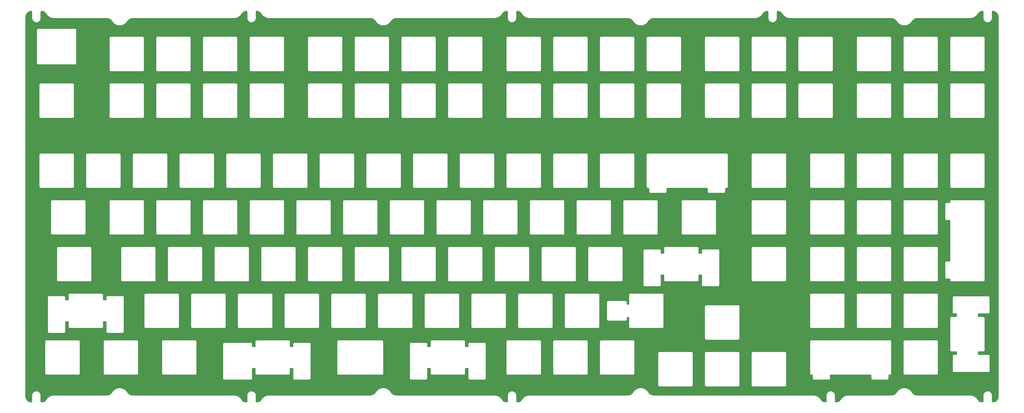
<source format=gbr>
%TF.GenerationSoftware,KiCad,Pcbnew,7.0.2*%
%TF.CreationDate,2023-06-29T00:05:08-04:00*%
%TF.ProjectId,FR4-hotswap-ANSI-plate,4652342d-686f-4747-9377-61702d414e53,rev?*%
%TF.SameCoordinates,Original*%
%TF.FileFunction,Copper,L1,Top*%
%TF.FilePolarity,Positive*%
%FSLAX46Y46*%
G04 Gerber Fmt 4.6, Leading zero omitted, Abs format (unit mm)*
G04 Created by KiCad (PCBNEW 7.0.2) date 2023-06-29 00:05:08*
%MOMM*%
%LPD*%
G01*
G04 APERTURE LIST*
%TA.AperFunction,ComponentPad*%
%ADD10C,3.500000*%
%TD*%
%TA.AperFunction,ComponentPad*%
%ADD11C,11.000000*%
%TD*%
%TA.AperFunction,ComponentPad*%
%ADD12C,16.800000*%
%TD*%
%TA.AperFunction,ComponentPad*%
%ADD13C,10.000000*%
%TD*%
%TA.AperFunction,ViaPad*%
%ADD14C,0.800000*%
%TD*%
G04 APERTURE END LIST*
D10*
%TO.P,H202,1,1*%
%TO.N,GND*%
X138112616Y9525008D03*
%TD*%
%TO.P,H205,1,1*%
%TO.N,GND*%
X15478138Y-38100032D03*
%TD*%
D11*
%TO.P,H2,1,1*%
%TO.N,GND*%
X271462500Y-14287500D03*
%TD*%
D10*
%TO.P,H200,1,1*%
%TO.N,GND*%
X361950304Y-95250080D03*
%TD*%
D11*
%TO.P,H3,1,1*%
%TO.N,GND*%
X290512500Y-14287500D03*
%TD*%
D10*
%TO.P,H203,1,1*%
%TO.N,GND*%
X238125200Y9525008D03*
%TD*%
%TO.P,H209,1,1*%
%TO.N,GND*%
X200025168Y-95250080D03*
%TD*%
%TO.P,H204,1,1*%
%TO.N,GND*%
X361950304Y9525008D03*
%TD*%
D12*
%TO.P,H6,1,1*%
%TO.N,GND*%
X292893750Y-88225250D03*
%TD*%
D10*
%TO.P,H208,1,1*%
%TO.N,GND*%
X38100032Y-95250080D03*
%TD*%
D11*
%TO.P,H4,1,1*%
%TO.N,GND*%
X309562500Y-14287500D03*
%TD*%
D13*
%TO.P,H5,1,1*%
%TO.N,GND*%
X13000000Y22050000D03*
%TD*%
D10*
%TO.P,H207,1,1*%
%TO.N,GND*%
X323850272Y-38100032D03*
%TD*%
%TO.P,H201,1,1*%
%TO.N,GND*%
X38100032Y9525008D03*
%TD*%
%TO.P,H206,1,1*%
%TO.N,GND*%
X133350112Y-38100032D03*
%TD*%
D14*
%TO.N,GND*%
X188250000Y35500000D03*
X77000000Y-122000000D03*
X82000000Y35500000D03*
X77000000Y35500000D03*
X82000000Y-122000000D03*
X313250000Y-122000000D03*
X382250000Y-122000000D03*
X-10750000Y-122000000D03*
X382250000Y35500000D03*
X183250000Y-122000000D03*
X377250000Y35500000D03*
X294500000Y35500000D03*
X183250000Y35500000D03*
X377250000Y-122000000D03*
X289500000Y35500000D03*
X-5750000Y-122000000D03*
X318250000Y-122000000D03*
X-5750000Y35500000D03*
X-10750000Y35500000D03*
X188250000Y-122000000D03*
%TD*%
%TA.AperFunction,Conductor*%
%TO.N,GND*%
G36*
X377592693Y36683759D02*
G01*
X377597979Y36682714D01*
X377631828Y36676020D01*
X377637856Y36674631D01*
X377704199Y36657143D01*
X377721611Y36650757D01*
X377761921Y36631516D01*
X377770983Y36626595D01*
X377825751Y36593050D01*
X377837475Y36584636D01*
X377872581Y36555339D01*
X377882958Y36545309D01*
X377925761Y36497427D01*
X377932223Y36489392D01*
X377958368Y36453173D01*
X377967766Y36437187D01*
X377996836Y36375061D01*
X377999283Y36369375D01*
X378013910Y36332228D01*
X378019743Y36310346D01*
X378033740Y36215071D01*
X378034018Y36213026D01*
X378036227Y36195450D01*
X378037000Y36183105D01*
X378036999Y33597564D01*
X378069779Y33380093D01*
X378074987Y33345542D01*
X378079003Y33332524D01*
X378122305Y33192140D01*
X378123968Y33186071D01*
X378135433Y33138312D01*
X378144679Y33119604D01*
X378150110Y33101997D01*
X378227907Y32940449D01*
X378230175Y32935382D01*
X378246536Y32895884D01*
X378255618Y32882906D01*
X378260693Y32872367D01*
X378374353Y32705659D01*
X378376965Y32701620D01*
X378394182Y32673525D01*
X378401467Y32665891D01*
X378404266Y32661784D01*
X378560697Y32493190D01*
X378563401Y32490153D01*
X378573748Y32478038D01*
X378776885Y32316042D01*
X378997616Y32188604D01*
X379234858Y32095493D01*
X379483346Y32038777D01*
X379737499Y32019731D01*
X379991653Y32038777D01*
X380120169Y32068110D01*
X380240137Y32095492D01*
X380240141Y32095493D01*
X380477383Y32188604D01*
X380611685Y32266143D01*
X380698112Y32316041D01*
X380698115Y32316043D01*
X380901247Y32478035D01*
X380911592Y32490147D01*
X380914299Y32493188D01*
X380914301Y32493190D01*
X381070732Y32661783D01*
X381073529Y32665886D01*
X381078480Y32669714D01*
X381098024Y32701607D01*
X381100639Y32705649D01*
X381142903Y32767638D01*
X381214305Y32872366D01*
X381214305Y32872367D01*
X381219377Y32882897D01*
X381225916Y32889736D01*
X381244812Y32935356D01*
X381247067Y32940397D01*
X381324889Y33101996D01*
X381330318Y33119597D01*
X381337532Y33129846D01*
X381351027Y33186057D01*
X381352681Y33192097D01*
X381400013Y33345542D01*
X381430291Y33546417D01*
X381438000Y33597564D01*
X381438000Y36182117D01*
X381438776Y36194490D01*
X381440867Y36211089D01*
X381441144Y36213116D01*
X381441282Y36214052D01*
X381455296Y36309371D01*
X381461145Y36331280D01*
X381475883Y36368631D01*
X381478304Y36374245D01*
X381507439Y36436382D01*
X381516853Y36452360D01*
X381543157Y36488716D01*
X381549614Y36496725D01*
X381592486Y36544563D01*
X381602887Y36554588D01*
X381638170Y36583944D01*
X381649927Y36592353D01*
X381704743Y36625797D01*
X381713830Y36630710D01*
X381754337Y36649950D01*
X381771785Y36656309D01*
X381838118Y36673641D01*
X381844162Y36675020D01*
X381883543Y36682714D01*
X381906158Y36684484D01*
X382002155Y36680960D01*
X382004219Y36680863D01*
X382019403Y36679988D01*
X382037304Y36677299D01*
X382120523Y36656875D01*
X382335789Y36602842D01*
X382346222Y36599602D01*
X382476200Y36551222D01*
X382641429Y36486735D01*
X382650440Y36482689D01*
X382781037Y36416022D01*
X382783338Y36414809D01*
X382901508Y36350516D01*
X382930792Y36334584D01*
X382938362Y36330016D01*
X383063307Y36246781D01*
X383066301Y36244706D01*
X383199697Y36148572D01*
X383205845Y36143762D01*
X383321560Y36045638D01*
X383325059Y36042525D01*
X383444248Y35931347D01*
X383449035Y35926566D01*
X383553093Y35815272D01*
X383556880Y35810979D01*
X383660865Y35686004D01*
X383664397Y35681501D01*
X383754929Y35558926D01*
X383758761Y35553349D01*
X383846403Y35415950D01*
X383848827Y35411944D01*
X383924278Y35280318D01*
X383927890Y35273397D01*
X383998181Y35124714D01*
X383999677Y35121392D01*
X384058797Y34983418D01*
X384061914Y34975141D01*
X384113983Y34815588D01*
X384114758Y34813104D01*
X384156578Y34672532D01*
X384158920Y34662928D01*
X384192287Y34488746D01*
X384216230Y34352125D01*
X384217518Y34341286D01*
X384231514Y34119751D01*
X384232591Y34101149D01*
X384236835Y34027833D01*
X384237000Y34022145D01*
X384237000Y-120572143D01*
X384236834Y-120577865D01*
X384231517Y-120669696D01*
X384217517Y-120891290D01*
X384216228Y-120902136D01*
X384192299Y-121038678D01*
X384158917Y-121212943D01*
X384156576Y-121222540D01*
X384114768Y-121363070D01*
X384113993Y-121365553D01*
X384061911Y-121525148D01*
X384058794Y-121533427D01*
X383999691Y-121671361D01*
X383998195Y-121674682D01*
X383927881Y-121823411D01*
X383924269Y-121830331D01*
X383848849Y-121961906D01*
X383846425Y-121965913D01*
X383758745Y-122103372D01*
X383754913Y-122108949D01*
X383664400Y-122231497D01*
X383660868Y-122236000D01*
X383556890Y-122360968D01*
X383553103Y-122365262D01*
X383449030Y-122476571D01*
X383444244Y-122481351D01*
X383325063Y-122592522D01*
X383321563Y-122595635D01*
X383205858Y-122693751D01*
X383199710Y-122698561D01*
X383066257Y-122794735D01*
X383063263Y-122796810D01*
X382938375Y-122880007D01*
X382930801Y-122884577D01*
X382783303Y-122964826D01*
X382781003Y-122966039D01*
X382735683Y-122989175D01*
X382690670Y-123000000D01*
X381576780Y-123000000D01*
X381518589Y-122981093D01*
X381487146Y-122943031D01*
X381477936Y-122923388D01*
X381475508Y-122917760D01*
X381461207Y-122881516D01*
X381455357Y-122859614D01*
X381441449Y-122765152D01*
X381440912Y-122761502D01*
X381440632Y-122759455D01*
X381438776Y-122744721D01*
X381438000Y-122732348D01*
X381438000Y-120147563D01*
X381421351Y-120037106D01*
X381400013Y-119895541D01*
X381352681Y-119742096D01*
X381351027Y-119736056D01*
X381339563Y-119688305D01*
X381330318Y-119669596D01*
X381328729Y-119664444D01*
X381324889Y-119651995D01*
X381247067Y-119490396D01*
X381244812Y-119485355D01*
X381228463Y-119445885D01*
X381219377Y-119432896D01*
X381214305Y-119422365D01*
X381162097Y-119345790D01*
X381100633Y-119255638D01*
X381098024Y-119251606D01*
X381080811Y-119223517D01*
X381073529Y-119215885D01*
X381070732Y-119211782D01*
X380914291Y-119043178D01*
X380911592Y-119040146D01*
X380901247Y-119028034D01*
X380698115Y-118866042D01*
X380477383Y-118738603D01*
X380240141Y-118645492D01*
X380231974Y-118643628D01*
X380037030Y-118599133D01*
X379991653Y-118588776D01*
X379737500Y-118569730D01*
X379483346Y-118588776D01*
X379234858Y-118645492D01*
X378997616Y-118738603D01*
X378776885Y-118866041D01*
X378573748Y-119028037D01*
X378563401Y-119040152D01*
X378560697Y-119043189D01*
X378404266Y-119211783D01*
X378401467Y-119215890D01*
X378396513Y-119219719D01*
X378376965Y-119251619D01*
X378374353Y-119255658D01*
X378260693Y-119422366D01*
X378255618Y-119432905D01*
X378249079Y-119439743D01*
X378230175Y-119485381D01*
X378227907Y-119490448D01*
X378150110Y-119651996D01*
X378144679Y-119669603D01*
X378137464Y-119679851D01*
X378123968Y-119736070D01*
X378122305Y-119742139D01*
X378074987Y-119895541D01*
X378069783Y-119930069D01*
X378037000Y-120147563D01*
X378037000Y-122733279D01*
X378036227Y-122745629D01*
X378034192Y-122761814D01*
X378033912Y-122763867D01*
X378019698Y-122860528D01*
X378013867Y-122882397D01*
X377999558Y-122918736D01*
X377997112Y-122924420D01*
X377988439Y-122942956D01*
X377946652Y-122987650D01*
X377898769Y-123000000D01*
X376777176Y-123000000D01*
X376731755Y-122988966D01*
X376609058Y-122925612D01*
X376603291Y-122922386D01*
X376490200Y-122854072D01*
X376485871Y-122851301D01*
X376353710Y-122761790D01*
X376349531Y-122758798D01*
X376244137Y-122679134D01*
X376239002Y-122674976D01*
X376147236Y-122595460D01*
X376116699Y-122568999D01*
X376114009Y-122566580D01*
X376019720Y-122478548D01*
X376014066Y-122472820D01*
X375898553Y-122345832D01*
X375897128Y-122344228D01*
X375819235Y-122254672D01*
X375813333Y-122247187D01*
X375680584Y-122061013D01*
X375646281Y-122012143D01*
X375643430Y-122007847D01*
X375614611Y-121961862D01*
X375553866Y-121864933D01*
X375420983Y-121690845D01*
X375418575Y-121687550D01*
X375392194Y-121649848D01*
X375383041Y-121641137D01*
X375347413Y-121594462D01*
X375283549Y-121525058D01*
X375232878Y-121469991D01*
X375162635Y-121393654D01*
X375160527Y-121391288D01*
X375147971Y-121376729D01*
X375144672Y-121374132D01*
X375117014Y-121344075D01*
X374864613Y-121115885D01*
X374765988Y-121041966D01*
X374594165Y-120913185D01*
X374594160Y-120913181D01*
X374592338Y-120911816D01*
X374590405Y-120910627D01*
X374590400Y-120910624D01*
X374304429Y-120734783D01*
X374304430Y-120734783D01*
X374302489Y-120733590D01*
X374300453Y-120732582D01*
X374300439Y-120732575D01*
X373999548Y-120583721D01*
X373999544Y-120583719D01*
X373997508Y-120582712D01*
X373841341Y-120522584D01*
X373682083Y-120461266D01*
X373682079Y-120461264D01*
X373679971Y-120460453D01*
X373677805Y-120459840D01*
X373677789Y-120459835D01*
X373354734Y-120368462D01*
X373354727Y-120368460D01*
X373352555Y-120367846D01*
X373333629Y-120364328D01*
X373312392Y-120360381D01*
X373310312Y-120359250D01*
X373289396Y-120356055D01*
X373286257Y-120355524D01*
X373020271Y-120306088D01*
X373020253Y-120306085D01*
X373018023Y-120305671D01*
X373015744Y-120305461D01*
X372959536Y-120300282D01*
X372952938Y-120297445D01*
X372901342Y-120294836D01*
X372897260Y-120294544D01*
X372681477Y-120274663D01*
X372681475Y-120274662D01*
X372679197Y-120274453D01*
X372676925Y-120274453D01*
X372676912Y-120274453D01*
X372509067Y-120274499D01*
X351050693Y-120274499D01*
X351045037Y-120274337D01*
X350977319Y-120270462D01*
X350729902Y-120254553D01*
X350719369Y-120253306D01*
X350590318Y-120230965D01*
X350588231Y-120230581D01*
X350406347Y-120195063D01*
X350397421Y-120192885D01*
X350261114Y-120152848D01*
X350257740Y-120151791D01*
X350092179Y-120096667D01*
X350084904Y-120093923D01*
X349950507Y-120037106D01*
X349945997Y-120035066D01*
X349892156Y-120009060D01*
X349791834Y-119960603D01*
X349786204Y-119957656D01*
X349658279Y-119885384D01*
X349652844Y-119882079D01*
X349509514Y-119788477D01*
X349505439Y-119785668D01*
X349387406Y-119699875D01*
X349381301Y-119695060D01*
X349248649Y-119581714D01*
X349246002Y-119579370D01*
X349141334Y-119483261D01*
X349134862Y-119476738D01*
X349010621Y-119339340D01*
X349009216Y-119337753D01*
X348923415Y-119238681D01*
X348916913Y-119230306D01*
X348912202Y-119223517D01*
X348787078Y-119043187D01*
X348777433Y-119029287D01*
X348737050Y-118970191D01*
X348734015Y-118965467D01*
X348731918Y-118961990D01*
X348644056Y-118816155D01*
X348644052Y-118816149D01*
X348642738Y-118813968D01*
X348517484Y-118647543D01*
X348514682Y-118643624D01*
X348484475Y-118599133D01*
X348471938Y-118587026D01*
X348426055Y-118526061D01*
X348304147Y-118394681D01*
X348267907Y-118355625D01*
X348265061Y-118352421D01*
X348236265Y-118318559D01*
X348226235Y-118310714D01*
X348182695Y-118263792D01*
X348182686Y-118263783D01*
X348180959Y-118261922D01*
X347984818Y-118089917D01*
X347982062Y-118087406D01*
X347959405Y-118065965D01*
X347952754Y-118061798D01*
X347948823Y-118058351D01*
X347910041Y-118024341D01*
X347907955Y-118022861D01*
X347907950Y-118022857D01*
X347669130Y-117853411D01*
X347666540Y-117851510D01*
X347657016Y-117844277D01*
X347654555Y-117843070D01*
X347618238Y-117817303D01*
X347618235Y-117817301D01*
X347616162Y-117815830D01*
X347613948Y-117814579D01*
X347613943Y-117814576D01*
X347304644Y-117639843D01*
X347304639Y-117639840D01*
X347302429Y-117638592D01*
X347300096Y-117637574D01*
X346974501Y-117495523D01*
X346974497Y-117495521D01*
X346972158Y-117494501D01*
X346803531Y-117440756D01*
X346631268Y-117385852D01*
X346631264Y-117385851D01*
X346628839Y-117385078D01*
X346626342Y-117384557D01*
X346278593Y-117312001D01*
X346278590Y-117312000D01*
X346276100Y-117311481D01*
X346273580Y-117311220D01*
X346273568Y-117311219D01*
X345920194Y-117274746D01*
X345920180Y-117274745D01*
X345917668Y-117274486D01*
X345557333Y-117274486D01*
X345554821Y-117274745D01*
X345554806Y-117274746D01*
X345201429Y-117311219D01*
X345201425Y-117311219D01*
X345198902Y-117311480D01*
X345196416Y-117311998D01*
X345196414Y-117311999D01*
X344848652Y-117384558D01*
X344848639Y-117384561D01*
X344846163Y-117385078D01*
X344843753Y-117385845D01*
X344843738Y-117385850D01*
X344505277Y-117493724D01*
X344505272Y-117493725D01*
X344502843Y-117494500D01*
X344500509Y-117495517D01*
X344500499Y-117495522D01*
X344174904Y-117637574D01*
X344174894Y-117637578D01*
X344172572Y-117638592D01*
X344170369Y-117639836D01*
X344170356Y-117639843D01*
X343861057Y-117814576D01*
X343861043Y-117814584D01*
X343858839Y-117815830D01*
X343856772Y-117817296D01*
X343856765Y-117817301D01*
X343820447Y-117843069D01*
X343818962Y-117843532D01*
X343808430Y-117851532D01*
X343805841Y-117853432D01*
X343567050Y-118022857D01*
X343567036Y-118022867D01*
X343564960Y-118024341D01*
X343563038Y-118026025D01*
X343563036Y-118026028D01*
X343522236Y-118061807D01*
X343518117Y-118063576D01*
X343492905Y-118087434D01*
X343490134Y-118089958D01*
X343295954Y-118260244D01*
X343294042Y-118261921D01*
X343292323Y-118263773D01*
X343292304Y-118263792D01*
X343248763Y-118310715D01*
X343242378Y-118314274D01*
X343209936Y-118352424D01*
X343207090Y-118355628D01*
X343050672Y-118524199D01*
X343050664Y-118524208D01*
X343048946Y-118526060D01*
X343047429Y-118528075D01*
X343047422Y-118528084D01*
X343003058Y-118587030D01*
X342994821Y-118592804D01*
X342960314Y-118643628D01*
X342957510Y-118647550D01*
X342833793Y-118811932D01*
X342833792Y-118811934D01*
X342832263Y-118813966D01*
X342830956Y-118816134D01*
X342830940Y-118816159D01*
X342741412Y-118964756D01*
X342740740Y-118965872D01*
X342737698Y-118970608D01*
X342700331Y-119025291D01*
X342667280Y-119072918D01*
X342557769Y-119230715D01*
X342551274Y-119239080D01*
X342467557Y-119335747D01*
X342466151Y-119337336D01*
X342339702Y-119477175D01*
X342333229Y-119483697D01*
X342230190Y-119578310D01*
X342227545Y-119580653D01*
X342093120Y-119695516D01*
X342087013Y-119700333D01*
X341970508Y-119785013D01*
X341966434Y-119787821D01*
X341821406Y-119882534D01*
X341815970Y-119885839D01*
X341689570Y-119957249D01*
X341683932Y-119960200D01*
X341527969Y-120035532D01*
X341523461Y-120037572D01*
X341390770Y-120093668D01*
X341383494Y-120096412D01*
X341215745Y-120152264D01*
X341212371Y-120153321D01*
X341078169Y-120192740D01*
X341069243Y-120194918D01*
X340884211Y-120231051D01*
X340882125Y-120231435D01*
X340756117Y-120253250D01*
X340745590Y-120254496D01*
X340493067Y-120270754D01*
X340481626Y-120271408D01*
X340430409Y-120274338D01*
X340424790Y-120274499D01*
X322947055Y-120274499D01*
X322946933Y-120274522D01*
X322798088Y-120274482D01*
X322798074Y-120274482D01*
X322795804Y-120274482D01*
X322793526Y-120274691D01*
X322793523Y-120274692D01*
X322577715Y-120294575D01*
X322573641Y-120294866D01*
X322527688Y-120297194D01*
X322515489Y-120300309D01*
X322459259Y-120305490D01*
X322459256Y-120305490D01*
X322456981Y-120305700D01*
X322454752Y-120306114D01*
X322454732Y-120306117D01*
X322188745Y-120355552D01*
X322185610Y-120356083D01*
X322166554Y-120358994D01*
X322162609Y-120360410D01*
X322132444Y-120366016D01*
X322122452Y-120367874D01*
X322120284Y-120368487D01*
X322120272Y-120368490D01*
X321797219Y-120459862D01*
X321797196Y-120459869D01*
X321795038Y-120460480D01*
X321792935Y-120461289D01*
X321792925Y-120461293D01*
X321479621Y-120581922D01*
X321479611Y-120581926D01*
X321477503Y-120582738D01*
X321475477Y-120583740D01*
X321475464Y-120583746D01*
X321174569Y-120732604D01*
X321174555Y-120732611D01*
X321172525Y-120733616D01*
X321170595Y-120734802D01*
X321170580Y-120734811D01*
X320884616Y-120910647D01*
X320884595Y-120910660D01*
X320882678Y-120911840D01*
X320880865Y-120913198D01*
X320880853Y-120913207D01*
X320612230Y-121114539D01*
X320612217Y-121114549D01*
X320610406Y-121115907D01*
X320608721Y-121117430D01*
X320608719Y-121117432D01*
X320359695Y-121342569D01*
X320359684Y-121342579D01*
X320358007Y-121344096D01*
X320356477Y-121345759D01*
X320356471Y-121345765D01*
X320330341Y-121374162D01*
X320328277Y-121375323D01*
X320314458Y-121391346D01*
X320312343Y-121393720D01*
X320129160Y-121592794D01*
X320129146Y-121592810D01*
X320127609Y-121594481D01*
X320103045Y-121626661D01*
X320091963Y-121641180D01*
X320086053Y-121645263D01*
X320056425Y-121687599D01*
X320054010Y-121690902D01*
X319921158Y-121864950D01*
X319919955Y-121866870D01*
X319919946Y-121866883D01*
X319832186Y-122006918D01*
X319829328Y-122011223D01*
X319791633Y-122064925D01*
X319662027Y-122246723D01*
X319656115Y-122254223D01*
X319576178Y-122346131D01*
X319574713Y-122347777D01*
X319461433Y-122472311D01*
X319455760Y-122478059D01*
X319359875Y-122567580D01*
X319357146Y-122570034D01*
X319236659Y-122674439D01*
X319231523Y-122678598D01*
X319124557Y-122759450D01*
X319120378Y-122762442D01*
X318990061Y-122850704D01*
X318985731Y-122853475D01*
X318870947Y-122922810D01*
X318865182Y-122926035D01*
X318763646Y-122978463D01*
X318743308Y-122988965D01*
X318697888Y-123000000D01*
X317576205Y-123000000D01*
X317518014Y-122981093D01*
X317486537Y-122942960D01*
X317478157Y-122925050D01*
X317475731Y-122919413D01*
X317461083Y-122882214D01*
X317455254Y-122860345D01*
X317441264Y-122765105D01*
X317440992Y-122763106D01*
X317440960Y-122762853D01*
X317438771Y-122745436D01*
X317438000Y-122733096D01*
X317438000Y-120147563D01*
X317421351Y-120037106D01*
X317400013Y-119895541D01*
X317352681Y-119742096D01*
X317351027Y-119736056D01*
X317339563Y-119688305D01*
X317330318Y-119669596D01*
X317328729Y-119664444D01*
X317324889Y-119651995D01*
X317247067Y-119490396D01*
X317244812Y-119485355D01*
X317228463Y-119445885D01*
X317219377Y-119432896D01*
X317214305Y-119422365D01*
X317162097Y-119345790D01*
X317100633Y-119255638D01*
X317098024Y-119251606D01*
X317080811Y-119223517D01*
X317073529Y-119215885D01*
X317070732Y-119211782D01*
X316914291Y-119043178D01*
X316911592Y-119040146D01*
X316901247Y-119028034D01*
X316698115Y-118866042D01*
X316477383Y-118738603D01*
X316240141Y-118645492D01*
X316231974Y-118643628D01*
X316037030Y-118599133D01*
X315991653Y-118588776D01*
X315737500Y-118569730D01*
X315483346Y-118588776D01*
X315234858Y-118645492D01*
X314997616Y-118738603D01*
X314776885Y-118866041D01*
X314573748Y-119028037D01*
X314563401Y-119040152D01*
X314560697Y-119043189D01*
X314404266Y-119211783D01*
X314401467Y-119215890D01*
X314396513Y-119219719D01*
X314376965Y-119251619D01*
X314374353Y-119255658D01*
X314260693Y-119422366D01*
X314255618Y-119432905D01*
X314249079Y-119439743D01*
X314230175Y-119485381D01*
X314227907Y-119490448D01*
X314150110Y-119651996D01*
X314144679Y-119669603D01*
X314137464Y-119679851D01*
X314123968Y-119736070D01*
X314122305Y-119742139D01*
X314074987Y-119895541D01*
X314069783Y-119930069D01*
X314037000Y-120147563D01*
X314037000Y-122733279D01*
X314036227Y-122745629D01*
X314034192Y-122761814D01*
X314033912Y-122763867D01*
X314019698Y-122860528D01*
X314013867Y-122882397D01*
X313999558Y-122918736D01*
X313997112Y-122924420D01*
X313988439Y-122942956D01*
X313946652Y-122987650D01*
X313898769Y-123000000D01*
X312777176Y-123000000D01*
X312731755Y-122988966D01*
X312609058Y-122925612D01*
X312603291Y-122922386D01*
X312490200Y-122854072D01*
X312485871Y-122851301D01*
X312353710Y-122761790D01*
X312349531Y-122758798D01*
X312244137Y-122679134D01*
X312239002Y-122674976D01*
X312147236Y-122595460D01*
X312116699Y-122568999D01*
X312114009Y-122566580D01*
X312019720Y-122478548D01*
X312014066Y-122472820D01*
X311898553Y-122345832D01*
X311897128Y-122344228D01*
X311819235Y-122254672D01*
X311813333Y-122247187D01*
X311680584Y-122061013D01*
X311646281Y-122012143D01*
X311643430Y-122007847D01*
X311614611Y-121961862D01*
X311553866Y-121864933D01*
X311420983Y-121690845D01*
X311418575Y-121687550D01*
X311392194Y-121649848D01*
X311383041Y-121641137D01*
X311347413Y-121594462D01*
X311283549Y-121525058D01*
X311232878Y-121469991D01*
X311162635Y-121393654D01*
X311160527Y-121391288D01*
X311147971Y-121376729D01*
X311144672Y-121374132D01*
X311117014Y-121344075D01*
X310864613Y-121115885D01*
X310765988Y-121041966D01*
X310594165Y-120913185D01*
X310594160Y-120913181D01*
X310592338Y-120911816D01*
X310590405Y-120910627D01*
X310590400Y-120910624D01*
X310304429Y-120734783D01*
X310304430Y-120734783D01*
X310302489Y-120733590D01*
X310300453Y-120732582D01*
X310300439Y-120732575D01*
X309999548Y-120583721D01*
X309999544Y-120583719D01*
X309997508Y-120582712D01*
X309841341Y-120522584D01*
X309682083Y-120461266D01*
X309682079Y-120461264D01*
X309679971Y-120460453D01*
X309677805Y-120459840D01*
X309677789Y-120459835D01*
X309354734Y-120368462D01*
X309354727Y-120368460D01*
X309352555Y-120367846D01*
X309333629Y-120364328D01*
X309312392Y-120360381D01*
X309310312Y-120359250D01*
X309289396Y-120356055D01*
X309286257Y-120355524D01*
X309020271Y-120306088D01*
X309020253Y-120306085D01*
X309018023Y-120305671D01*
X309015744Y-120305461D01*
X308959536Y-120300282D01*
X308952938Y-120297445D01*
X308901342Y-120294836D01*
X308897260Y-120294544D01*
X308681477Y-120274663D01*
X308681475Y-120274662D01*
X308679197Y-120274453D01*
X308676925Y-120274453D01*
X308676912Y-120274453D01*
X308509067Y-120274499D01*
X243550693Y-120274499D01*
X243545037Y-120274337D01*
X243477319Y-120270462D01*
X243229902Y-120254553D01*
X243219369Y-120253306D01*
X243090318Y-120230965D01*
X243088231Y-120230581D01*
X242906347Y-120195063D01*
X242897421Y-120192885D01*
X242761114Y-120152848D01*
X242757740Y-120151791D01*
X242592179Y-120096667D01*
X242584904Y-120093923D01*
X242450507Y-120037106D01*
X242445997Y-120035066D01*
X242392156Y-120009060D01*
X242291834Y-119960603D01*
X242286204Y-119957656D01*
X242158279Y-119885384D01*
X242152844Y-119882079D01*
X242009514Y-119788477D01*
X242005439Y-119785668D01*
X241887406Y-119699875D01*
X241881301Y-119695060D01*
X241748649Y-119581714D01*
X241746002Y-119579370D01*
X241641334Y-119483261D01*
X241634862Y-119476738D01*
X241510621Y-119339340D01*
X241509216Y-119337753D01*
X241423415Y-119238681D01*
X241416913Y-119230306D01*
X241412202Y-119223517D01*
X241287078Y-119043187D01*
X241277433Y-119029287D01*
X241237050Y-118970191D01*
X241234015Y-118965467D01*
X241231918Y-118961990D01*
X241144056Y-118816155D01*
X241144052Y-118816149D01*
X241142738Y-118813968D01*
X241017484Y-118647543D01*
X241014682Y-118643624D01*
X240984475Y-118599133D01*
X240971938Y-118587026D01*
X240926055Y-118526061D01*
X240804147Y-118394681D01*
X240767907Y-118355625D01*
X240765061Y-118352421D01*
X240736265Y-118318559D01*
X240726235Y-118310714D01*
X240682695Y-118263792D01*
X240682686Y-118263783D01*
X240680959Y-118261922D01*
X240484818Y-118089917D01*
X240482062Y-118087406D01*
X240459405Y-118065965D01*
X240452754Y-118061798D01*
X240448823Y-118058351D01*
X240410041Y-118024341D01*
X240407955Y-118022861D01*
X240407950Y-118022857D01*
X240169130Y-117853411D01*
X240166540Y-117851510D01*
X240157016Y-117844277D01*
X240154555Y-117843070D01*
X240118238Y-117817303D01*
X240118235Y-117817301D01*
X240116162Y-117815830D01*
X240113948Y-117814579D01*
X240113943Y-117814576D01*
X239804644Y-117639843D01*
X239804639Y-117639840D01*
X239802429Y-117638592D01*
X239800096Y-117637574D01*
X239474501Y-117495523D01*
X239474497Y-117495521D01*
X239472158Y-117494501D01*
X239303531Y-117440756D01*
X239131268Y-117385852D01*
X239131264Y-117385851D01*
X239128839Y-117385078D01*
X239126342Y-117384557D01*
X238778593Y-117312001D01*
X238778590Y-117312000D01*
X238776100Y-117311481D01*
X238773580Y-117311220D01*
X238773568Y-117311219D01*
X238420194Y-117274746D01*
X238420180Y-117274745D01*
X238417668Y-117274486D01*
X238057333Y-117274486D01*
X238054821Y-117274745D01*
X238054806Y-117274746D01*
X237701429Y-117311219D01*
X237701425Y-117311219D01*
X237698902Y-117311480D01*
X237696416Y-117311998D01*
X237696414Y-117311999D01*
X237348652Y-117384558D01*
X237348639Y-117384561D01*
X237346163Y-117385078D01*
X237343753Y-117385845D01*
X237343738Y-117385850D01*
X237005277Y-117493724D01*
X237005272Y-117493725D01*
X237002843Y-117494500D01*
X237000509Y-117495517D01*
X237000499Y-117495522D01*
X236674904Y-117637574D01*
X236674894Y-117637578D01*
X236672572Y-117638592D01*
X236670369Y-117639836D01*
X236670356Y-117639843D01*
X236361057Y-117814576D01*
X236361043Y-117814584D01*
X236358839Y-117815830D01*
X236356772Y-117817296D01*
X236356765Y-117817301D01*
X236320447Y-117843069D01*
X236318962Y-117843532D01*
X236308430Y-117851532D01*
X236305841Y-117853432D01*
X236067050Y-118022857D01*
X236067036Y-118022867D01*
X236064960Y-118024341D01*
X236063038Y-118026025D01*
X236063036Y-118026028D01*
X236022236Y-118061807D01*
X236018117Y-118063576D01*
X235992905Y-118087434D01*
X235990134Y-118089958D01*
X235795954Y-118260244D01*
X235794042Y-118261921D01*
X235792323Y-118263773D01*
X235792304Y-118263792D01*
X235748763Y-118310715D01*
X235742378Y-118314274D01*
X235709936Y-118352424D01*
X235707090Y-118355628D01*
X235550672Y-118524199D01*
X235550664Y-118524208D01*
X235548946Y-118526060D01*
X235547429Y-118528075D01*
X235547422Y-118528084D01*
X235503058Y-118587030D01*
X235494821Y-118592804D01*
X235460314Y-118643628D01*
X235457510Y-118647550D01*
X235333793Y-118811932D01*
X235333792Y-118811934D01*
X235332263Y-118813966D01*
X235330956Y-118816134D01*
X235330940Y-118816159D01*
X235241412Y-118964756D01*
X235240740Y-118965872D01*
X235237698Y-118970608D01*
X235200331Y-119025291D01*
X235167280Y-119072918D01*
X235057769Y-119230715D01*
X235051274Y-119239080D01*
X234967557Y-119335747D01*
X234966151Y-119337336D01*
X234839702Y-119477175D01*
X234833229Y-119483697D01*
X234730190Y-119578310D01*
X234727545Y-119580653D01*
X234593120Y-119695516D01*
X234587013Y-119700333D01*
X234470508Y-119785013D01*
X234466434Y-119787821D01*
X234321406Y-119882534D01*
X234315970Y-119885839D01*
X234189570Y-119957249D01*
X234183932Y-119960200D01*
X234027969Y-120035532D01*
X234023461Y-120037572D01*
X233890770Y-120093668D01*
X233883494Y-120096412D01*
X233715745Y-120152264D01*
X233712371Y-120153321D01*
X233578169Y-120192740D01*
X233569243Y-120194918D01*
X233384211Y-120231051D01*
X233382125Y-120231435D01*
X233256117Y-120253250D01*
X233245590Y-120254496D01*
X232993067Y-120270754D01*
X232981626Y-120271408D01*
X232930409Y-120274338D01*
X232924790Y-120274499D01*
X192947055Y-120274499D01*
X192946933Y-120274522D01*
X192798088Y-120274482D01*
X192798074Y-120274482D01*
X192795804Y-120274482D01*
X192793526Y-120274691D01*
X192793523Y-120274692D01*
X192577715Y-120294575D01*
X192573641Y-120294866D01*
X192527688Y-120297194D01*
X192515489Y-120300309D01*
X192459259Y-120305490D01*
X192459256Y-120305490D01*
X192456981Y-120305700D01*
X192454752Y-120306114D01*
X192454732Y-120306117D01*
X192188745Y-120355552D01*
X192185610Y-120356083D01*
X192166554Y-120358994D01*
X192162609Y-120360410D01*
X192132444Y-120366016D01*
X192122452Y-120367874D01*
X192120284Y-120368487D01*
X192120272Y-120368490D01*
X191797219Y-120459862D01*
X191797196Y-120459869D01*
X191795038Y-120460480D01*
X191792935Y-120461289D01*
X191792925Y-120461293D01*
X191479621Y-120581922D01*
X191479611Y-120581926D01*
X191477503Y-120582738D01*
X191475477Y-120583740D01*
X191475464Y-120583746D01*
X191174569Y-120732604D01*
X191174555Y-120732611D01*
X191172525Y-120733616D01*
X191170595Y-120734802D01*
X191170580Y-120734811D01*
X190884616Y-120910647D01*
X190884595Y-120910660D01*
X190882678Y-120911840D01*
X190880865Y-120913198D01*
X190880853Y-120913207D01*
X190612230Y-121114539D01*
X190612217Y-121114549D01*
X190610406Y-121115907D01*
X190608721Y-121117430D01*
X190608719Y-121117432D01*
X190359695Y-121342569D01*
X190359684Y-121342579D01*
X190358007Y-121344096D01*
X190356477Y-121345759D01*
X190356471Y-121345765D01*
X190330341Y-121374162D01*
X190328277Y-121375323D01*
X190314458Y-121391346D01*
X190312343Y-121393720D01*
X190129160Y-121592794D01*
X190129146Y-121592810D01*
X190127609Y-121594481D01*
X190103045Y-121626661D01*
X190091963Y-121641180D01*
X190086053Y-121645263D01*
X190056425Y-121687599D01*
X190054010Y-121690902D01*
X189921158Y-121864950D01*
X189919955Y-121866870D01*
X189919946Y-121866883D01*
X189832186Y-122006918D01*
X189829328Y-122011223D01*
X189791633Y-122064925D01*
X189662027Y-122246723D01*
X189656115Y-122254223D01*
X189576178Y-122346131D01*
X189574713Y-122347777D01*
X189461433Y-122472311D01*
X189455760Y-122478059D01*
X189359875Y-122567580D01*
X189357146Y-122570034D01*
X189236659Y-122674439D01*
X189231523Y-122678598D01*
X189124557Y-122759450D01*
X189120378Y-122762442D01*
X188990061Y-122850704D01*
X188985731Y-122853475D01*
X188870947Y-122922810D01*
X188865182Y-122926035D01*
X188763646Y-122978463D01*
X188743308Y-122988965D01*
X188697888Y-123000000D01*
X187576205Y-123000000D01*
X187518014Y-122981093D01*
X187486537Y-122942960D01*
X187478157Y-122925050D01*
X187475731Y-122919413D01*
X187461083Y-122882214D01*
X187455254Y-122860345D01*
X187441264Y-122765105D01*
X187440992Y-122763106D01*
X187440960Y-122762853D01*
X187438771Y-122745436D01*
X187438000Y-122733096D01*
X187438000Y-120147563D01*
X187421351Y-120037106D01*
X187400013Y-119895541D01*
X187352681Y-119742096D01*
X187351027Y-119736056D01*
X187339563Y-119688305D01*
X187330318Y-119669596D01*
X187328729Y-119664444D01*
X187324889Y-119651995D01*
X187247067Y-119490396D01*
X187244812Y-119485355D01*
X187228463Y-119445885D01*
X187219377Y-119432896D01*
X187214305Y-119422365D01*
X187162097Y-119345790D01*
X187100633Y-119255638D01*
X187098024Y-119251606D01*
X187080811Y-119223517D01*
X187073529Y-119215885D01*
X187070732Y-119211782D01*
X186914291Y-119043178D01*
X186911592Y-119040146D01*
X186901247Y-119028034D01*
X186698115Y-118866042D01*
X186477383Y-118738603D01*
X186240141Y-118645492D01*
X186231974Y-118643628D01*
X186037030Y-118599133D01*
X185991653Y-118588776D01*
X185737499Y-118569730D01*
X185483346Y-118588776D01*
X185234858Y-118645492D01*
X184997616Y-118738603D01*
X184776885Y-118866041D01*
X184573748Y-119028037D01*
X184563401Y-119040152D01*
X184560697Y-119043189D01*
X184404266Y-119211783D01*
X184401467Y-119215890D01*
X184396513Y-119219719D01*
X184376965Y-119251619D01*
X184374353Y-119255658D01*
X184260693Y-119422366D01*
X184255618Y-119432905D01*
X184249079Y-119439743D01*
X184230175Y-119485381D01*
X184227907Y-119490448D01*
X184150110Y-119651996D01*
X184144679Y-119669603D01*
X184137464Y-119679851D01*
X184123968Y-119736070D01*
X184122305Y-119742139D01*
X184074987Y-119895541D01*
X184069783Y-119930069D01*
X184037000Y-120147563D01*
X184037000Y-122733279D01*
X184036227Y-122745629D01*
X184034192Y-122761814D01*
X184033912Y-122763867D01*
X184019698Y-122860528D01*
X184013867Y-122882397D01*
X183999558Y-122918736D01*
X183997112Y-122924420D01*
X183988439Y-122942956D01*
X183946652Y-122987650D01*
X183898769Y-123000000D01*
X182777176Y-123000000D01*
X182731755Y-122988966D01*
X182609058Y-122925612D01*
X182603291Y-122922386D01*
X182490200Y-122854072D01*
X182485871Y-122851301D01*
X182353710Y-122761790D01*
X182349531Y-122758798D01*
X182244137Y-122679134D01*
X182239002Y-122674976D01*
X182147236Y-122595460D01*
X182116699Y-122568999D01*
X182114009Y-122566580D01*
X182019720Y-122478548D01*
X182014066Y-122472820D01*
X181898553Y-122345832D01*
X181897128Y-122344228D01*
X181819235Y-122254672D01*
X181813333Y-122247187D01*
X181680584Y-122061013D01*
X181646281Y-122012143D01*
X181643430Y-122007847D01*
X181614611Y-121961862D01*
X181553866Y-121864933D01*
X181420983Y-121690845D01*
X181418575Y-121687550D01*
X181392194Y-121649848D01*
X181383041Y-121641137D01*
X181347413Y-121594462D01*
X181283549Y-121525058D01*
X181232878Y-121469991D01*
X181162635Y-121393654D01*
X181160527Y-121391288D01*
X181147971Y-121376729D01*
X181144672Y-121374132D01*
X181117014Y-121344075D01*
X180864613Y-121115885D01*
X180765988Y-121041966D01*
X180594165Y-120913185D01*
X180594160Y-120913181D01*
X180592338Y-120911816D01*
X180590405Y-120910627D01*
X180590400Y-120910624D01*
X180304429Y-120734783D01*
X180304430Y-120734783D01*
X180302489Y-120733590D01*
X180300453Y-120732582D01*
X180300439Y-120732575D01*
X179999548Y-120583721D01*
X179999544Y-120583719D01*
X179997508Y-120582712D01*
X179841341Y-120522584D01*
X179682083Y-120461266D01*
X179682079Y-120461264D01*
X179679971Y-120460453D01*
X179677805Y-120459840D01*
X179677789Y-120459835D01*
X179354734Y-120368462D01*
X179354727Y-120368460D01*
X179352555Y-120367846D01*
X179333629Y-120364328D01*
X179312392Y-120360381D01*
X179310312Y-120359250D01*
X179289396Y-120356055D01*
X179286257Y-120355524D01*
X179020271Y-120306088D01*
X179020253Y-120306085D01*
X179018023Y-120305671D01*
X179015744Y-120305461D01*
X178959536Y-120300282D01*
X178952938Y-120297445D01*
X178901342Y-120294836D01*
X178897260Y-120294544D01*
X178681477Y-120274663D01*
X178681475Y-120274662D01*
X178679197Y-120274453D01*
X178676925Y-120274453D01*
X178676912Y-120274453D01*
X178509067Y-120274499D01*
X138550693Y-120274499D01*
X138545037Y-120274337D01*
X138477319Y-120270462D01*
X138229902Y-120254553D01*
X138219369Y-120253306D01*
X138090318Y-120230965D01*
X138088231Y-120230581D01*
X137906347Y-120195063D01*
X137897421Y-120192885D01*
X137761114Y-120152848D01*
X137757740Y-120151791D01*
X137592179Y-120096667D01*
X137584904Y-120093923D01*
X137450507Y-120037106D01*
X137445997Y-120035066D01*
X137392156Y-120009060D01*
X137291834Y-119960603D01*
X137286204Y-119957656D01*
X137158279Y-119885384D01*
X137152844Y-119882079D01*
X137009514Y-119788477D01*
X137005439Y-119785668D01*
X136887406Y-119699875D01*
X136881301Y-119695060D01*
X136748649Y-119581714D01*
X136746002Y-119579370D01*
X136641334Y-119483261D01*
X136634862Y-119476738D01*
X136510621Y-119339340D01*
X136509216Y-119337753D01*
X136423415Y-119238681D01*
X136416913Y-119230306D01*
X136412202Y-119223517D01*
X136287078Y-119043187D01*
X136277433Y-119029287D01*
X136237050Y-118970191D01*
X136234015Y-118965467D01*
X136231918Y-118961990D01*
X136144056Y-118816155D01*
X136144052Y-118816149D01*
X136142738Y-118813968D01*
X136017484Y-118647543D01*
X136014682Y-118643624D01*
X135984475Y-118599133D01*
X135971938Y-118587026D01*
X135926055Y-118526061D01*
X135804147Y-118394681D01*
X135767907Y-118355625D01*
X135765061Y-118352421D01*
X135736265Y-118318559D01*
X135726235Y-118310714D01*
X135682695Y-118263792D01*
X135682686Y-118263783D01*
X135680959Y-118261922D01*
X135484818Y-118089917D01*
X135482062Y-118087406D01*
X135459405Y-118065965D01*
X135452754Y-118061798D01*
X135448823Y-118058351D01*
X135410041Y-118024341D01*
X135407955Y-118022861D01*
X135407950Y-118022857D01*
X135169130Y-117853411D01*
X135166540Y-117851510D01*
X135157016Y-117844277D01*
X135154555Y-117843070D01*
X135118238Y-117817303D01*
X135118235Y-117817301D01*
X135116162Y-117815830D01*
X135113948Y-117814579D01*
X135113943Y-117814576D01*
X134804644Y-117639843D01*
X134804639Y-117639840D01*
X134802429Y-117638592D01*
X134800096Y-117637574D01*
X134474501Y-117495523D01*
X134474497Y-117495521D01*
X134472158Y-117494501D01*
X134303531Y-117440756D01*
X134131268Y-117385852D01*
X134131264Y-117385851D01*
X134128839Y-117385078D01*
X134126342Y-117384557D01*
X133778593Y-117312001D01*
X133778590Y-117312000D01*
X133776100Y-117311481D01*
X133773580Y-117311220D01*
X133773568Y-117311219D01*
X133420194Y-117274746D01*
X133420180Y-117274745D01*
X133417668Y-117274486D01*
X133057333Y-117274486D01*
X133054821Y-117274745D01*
X133054806Y-117274746D01*
X132701429Y-117311219D01*
X132701425Y-117311219D01*
X132698902Y-117311480D01*
X132696416Y-117311998D01*
X132696414Y-117311999D01*
X132348652Y-117384558D01*
X132348639Y-117384561D01*
X132346163Y-117385078D01*
X132343753Y-117385845D01*
X132343738Y-117385850D01*
X132005277Y-117493724D01*
X132005272Y-117493725D01*
X132002843Y-117494500D01*
X132000509Y-117495517D01*
X132000499Y-117495522D01*
X131674904Y-117637574D01*
X131674894Y-117637578D01*
X131672572Y-117638592D01*
X131670369Y-117639836D01*
X131670356Y-117639843D01*
X131361057Y-117814576D01*
X131361043Y-117814584D01*
X131358839Y-117815830D01*
X131356772Y-117817296D01*
X131356765Y-117817301D01*
X131320447Y-117843069D01*
X131318962Y-117843532D01*
X131308430Y-117851532D01*
X131305841Y-117853432D01*
X131067050Y-118022857D01*
X131067036Y-118022867D01*
X131064960Y-118024341D01*
X131063038Y-118026025D01*
X131063036Y-118026028D01*
X131022236Y-118061807D01*
X131018117Y-118063576D01*
X130992905Y-118087434D01*
X130990134Y-118089958D01*
X130795954Y-118260244D01*
X130794042Y-118261921D01*
X130792323Y-118263773D01*
X130792304Y-118263792D01*
X130748763Y-118310715D01*
X130742378Y-118314274D01*
X130709936Y-118352424D01*
X130707090Y-118355628D01*
X130550672Y-118524199D01*
X130550664Y-118524208D01*
X130548946Y-118526060D01*
X130547429Y-118528075D01*
X130547422Y-118528084D01*
X130503058Y-118587030D01*
X130494821Y-118592804D01*
X130460314Y-118643628D01*
X130457510Y-118647550D01*
X130333793Y-118811932D01*
X130333792Y-118811934D01*
X130332263Y-118813966D01*
X130330956Y-118816134D01*
X130330940Y-118816159D01*
X130241412Y-118964756D01*
X130240740Y-118965872D01*
X130237698Y-118970608D01*
X130200331Y-119025291D01*
X130167280Y-119072918D01*
X130057769Y-119230715D01*
X130051274Y-119239080D01*
X129967557Y-119335747D01*
X129966151Y-119337336D01*
X129839702Y-119477175D01*
X129833229Y-119483697D01*
X129730190Y-119578310D01*
X129727545Y-119580653D01*
X129593120Y-119695516D01*
X129587013Y-119700333D01*
X129470508Y-119785013D01*
X129466434Y-119787821D01*
X129321406Y-119882534D01*
X129315970Y-119885839D01*
X129189570Y-119957249D01*
X129183932Y-119960200D01*
X129027969Y-120035532D01*
X129023461Y-120037572D01*
X128890770Y-120093668D01*
X128883494Y-120096412D01*
X128715745Y-120152264D01*
X128712371Y-120153321D01*
X128578169Y-120192740D01*
X128569243Y-120194918D01*
X128384211Y-120231051D01*
X128382125Y-120231435D01*
X128256117Y-120253250D01*
X128245590Y-120254496D01*
X127993067Y-120270754D01*
X127981626Y-120271408D01*
X127930409Y-120274338D01*
X127924790Y-120274499D01*
X86697055Y-120274499D01*
X86696933Y-120274522D01*
X86548088Y-120274482D01*
X86548074Y-120274482D01*
X86545804Y-120274482D01*
X86543526Y-120274691D01*
X86543523Y-120274692D01*
X86327715Y-120294575D01*
X86323641Y-120294866D01*
X86277688Y-120297194D01*
X86265489Y-120300309D01*
X86209259Y-120305490D01*
X86209256Y-120305490D01*
X86206981Y-120305700D01*
X86204752Y-120306114D01*
X86204732Y-120306117D01*
X85938745Y-120355552D01*
X85935610Y-120356083D01*
X85916554Y-120358994D01*
X85912609Y-120360410D01*
X85882444Y-120366016D01*
X85872452Y-120367874D01*
X85870284Y-120368487D01*
X85870272Y-120368490D01*
X85547219Y-120459862D01*
X85547196Y-120459869D01*
X85545038Y-120460480D01*
X85542935Y-120461289D01*
X85542925Y-120461293D01*
X85229621Y-120581922D01*
X85229611Y-120581926D01*
X85227503Y-120582738D01*
X85225477Y-120583740D01*
X85225464Y-120583746D01*
X84924569Y-120732604D01*
X84924555Y-120732611D01*
X84922525Y-120733616D01*
X84920595Y-120734802D01*
X84920580Y-120734811D01*
X84634616Y-120910647D01*
X84634595Y-120910660D01*
X84632678Y-120911840D01*
X84630865Y-120913198D01*
X84630853Y-120913207D01*
X84362230Y-121114539D01*
X84362217Y-121114549D01*
X84360406Y-121115907D01*
X84358721Y-121117430D01*
X84358719Y-121117432D01*
X84109695Y-121342569D01*
X84109684Y-121342579D01*
X84108007Y-121344096D01*
X84106477Y-121345759D01*
X84106471Y-121345765D01*
X84080341Y-121374162D01*
X84078277Y-121375323D01*
X84064458Y-121391346D01*
X84062343Y-121393720D01*
X83879160Y-121592794D01*
X83879146Y-121592810D01*
X83877609Y-121594481D01*
X83853045Y-121626661D01*
X83841963Y-121641180D01*
X83836053Y-121645263D01*
X83806425Y-121687599D01*
X83804010Y-121690902D01*
X83671158Y-121864950D01*
X83669955Y-121866870D01*
X83669946Y-121866883D01*
X83582186Y-122006918D01*
X83579328Y-122011223D01*
X83541633Y-122064925D01*
X83412027Y-122246723D01*
X83406115Y-122254223D01*
X83326178Y-122346131D01*
X83324713Y-122347777D01*
X83211433Y-122472311D01*
X83205760Y-122478059D01*
X83109875Y-122567580D01*
X83107146Y-122570034D01*
X82986659Y-122674439D01*
X82981523Y-122678598D01*
X82874557Y-122759450D01*
X82870378Y-122762442D01*
X82740061Y-122850704D01*
X82735731Y-122853475D01*
X82620947Y-122922810D01*
X82615182Y-122926035D01*
X82513646Y-122978463D01*
X82493308Y-122988965D01*
X82447888Y-123000000D01*
X81326205Y-123000000D01*
X81268014Y-122981093D01*
X81236537Y-122942960D01*
X81228157Y-122925050D01*
X81225731Y-122919413D01*
X81211083Y-122882214D01*
X81205254Y-122860345D01*
X81191264Y-122765105D01*
X81190992Y-122763106D01*
X81190960Y-122762853D01*
X81188771Y-122745436D01*
X81188000Y-122733096D01*
X81188000Y-120147563D01*
X81171351Y-120037106D01*
X81150013Y-119895541D01*
X81102681Y-119742096D01*
X81101027Y-119736056D01*
X81089563Y-119688305D01*
X81080318Y-119669596D01*
X81078729Y-119664444D01*
X81074889Y-119651995D01*
X80997067Y-119490396D01*
X80994812Y-119485355D01*
X80978463Y-119445885D01*
X80969377Y-119432896D01*
X80964305Y-119422365D01*
X80912097Y-119345790D01*
X80850633Y-119255638D01*
X80848024Y-119251606D01*
X80830811Y-119223517D01*
X80823529Y-119215885D01*
X80820732Y-119211782D01*
X80664291Y-119043178D01*
X80661592Y-119040146D01*
X80651247Y-119028034D01*
X80448115Y-118866042D01*
X80227383Y-118738603D01*
X79990141Y-118645492D01*
X79981974Y-118643628D01*
X79787030Y-118599133D01*
X79741653Y-118588776D01*
X79487500Y-118569730D01*
X79233346Y-118588776D01*
X78984858Y-118645492D01*
X78747616Y-118738603D01*
X78526885Y-118866041D01*
X78323748Y-119028037D01*
X78313401Y-119040152D01*
X78310697Y-119043189D01*
X78154266Y-119211783D01*
X78151467Y-119215890D01*
X78146513Y-119219719D01*
X78126965Y-119251619D01*
X78124353Y-119255658D01*
X78010693Y-119422366D01*
X78005618Y-119432905D01*
X77999079Y-119439743D01*
X77980175Y-119485381D01*
X77977907Y-119490448D01*
X77900110Y-119651996D01*
X77894679Y-119669603D01*
X77887464Y-119679851D01*
X77873968Y-119736070D01*
X77872305Y-119742139D01*
X77824987Y-119895541D01*
X77819783Y-119930069D01*
X77787000Y-120147563D01*
X77787000Y-122733279D01*
X77786227Y-122745629D01*
X77784192Y-122761814D01*
X77783912Y-122763867D01*
X77769698Y-122860528D01*
X77763867Y-122882397D01*
X77749558Y-122918736D01*
X77747112Y-122924420D01*
X77738439Y-122942956D01*
X77696652Y-122987650D01*
X77648769Y-123000000D01*
X76527176Y-123000000D01*
X76481755Y-122988966D01*
X76359058Y-122925612D01*
X76353291Y-122922386D01*
X76240200Y-122854072D01*
X76235871Y-122851301D01*
X76103710Y-122761790D01*
X76099531Y-122758798D01*
X75994137Y-122679134D01*
X75989002Y-122674976D01*
X75897236Y-122595460D01*
X75866699Y-122568999D01*
X75864009Y-122566580D01*
X75769720Y-122478548D01*
X75764066Y-122472820D01*
X75648553Y-122345832D01*
X75647128Y-122344228D01*
X75569235Y-122254672D01*
X75563333Y-122247187D01*
X75430584Y-122061013D01*
X75396281Y-122012143D01*
X75393430Y-122007847D01*
X75364611Y-121961862D01*
X75303866Y-121864933D01*
X75170983Y-121690845D01*
X75168575Y-121687550D01*
X75142194Y-121649848D01*
X75133041Y-121641137D01*
X75097413Y-121594462D01*
X75033549Y-121525058D01*
X74982878Y-121469991D01*
X74912635Y-121393654D01*
X74910527Y-121391288D01*
X74897971Y-121376729D01*
X74894672Y-121374132D01*
X74867014Y-121344075D01*
X74614613Y-121115885D01*
X74515988Y-121041966D01*
X74344165Y-120913185D01*
X74344160Y-120913181D01*
X74342338Y-120911816D01*
X74340405Y-120910627D01*
X74340400Y-120910624D01*
X74054429Y-120734783D01*
X74054430Y-120734783D01*
X74052489Y-120733590D01*
X74050453Y-120732582D01*
X74050439Y-120732575D01*
X73749548Y-120583721D01*
X73749544Y-120583719D01*
X73747508Y-120582712D01*
X73591341Y-120522584D01*
X73432083Y-120461266D01*
X73432079Y-120461264D01*
X73429971Y-120460453D01*
X73427805Y-120459840D01*
X73427789Y-120459835D01*
X73104734Y-120368462D01*
X73104727Y-120368460D01*
X73102555Y-120367846D01*
X73083629Y-120364328D01*
X73062392Y-120360381D01*
X73060312Y-120359250D01*
X73039396Y-120356055D01*
X73036257Y-120355524D01*
X72770271Y-120306088D01*
X72770253Y-120306085D01*
X72768023Y-120305671D01*
X72765744Y-120305461D01*
X72709536Y-120300282D01*
X72702938Y-120297445D01*
X72651342Y-120294836D01*
X72647260Y-120294544D01*
X72431477Y-120274663D01*
X72431475Y-120274662D01*
X72429197Y-120274453D01*
X72426925Y-120274453D01*
X72426912Y-120274453D01*
X72259067Y-120274499D01*
X31050693Y-120274499D01*
X31045037Y-120274337D01*
X30977319Y-120270462D01*
X30729902Y-120254553D01*
X30719369Y-120253306D01*
X30590318Y-120230965D01*
X30588231Y-120230581D01*
X30406347Y-120195063D01*
X30397421Y-120192885D01*
X30261114Y-120152848D01*
X30257740Y-120151791D01*
X30092179Y-120096667D01*
X30084904Y-120093923D01*
X29950507Y-120037106D01*
X29945997Y-120035066D01*
X29892156Y-120009060D01*
X29791834Y-119960603D01*
X29786204Y-119957656D01*
X29658279Y-119885384D01*
X29652844Y-119882079D01*
X29509514Y-119788477D01*
X29505439Y-119785668D01*
X29387406Y-119699875D01*
X29381301Y-119695060D01*
X29248649Y-119581714D01*
X29246002Y-119579370D01*
X29141334Y-119483261D01*
X29134862Y-119476738D01*
X29010621Y-119339340D01*
X29009216Y-119337753D01*
X28923415Y-119238681D01*
X28916913Y-119230306D01*
X28912202Y-119223517D01*
X28787078Y-119043187D01*
X28777433Y-119029287D01*
X28737050Y-118970191D01*
X28734015Y-118965467D01*
X28731918Y-118961990D01*
X28644056Y-118816155D01*
X28644052Y-118816149D01*
X28642738Y-118813968D01*
X28517484Y-118647543D01*
X28514682Y-118643624D01*
X28484475Y-118599133D01*
X28471938Y-118587026D01*
X28426055Y-118526061D01*
X28304147Y-118394681D01*
X28267907Y-118355625D01*
X28265061Y-118352421D01*
X28236265Y-118318559D01*
X28226235Y-118310714D01*
X28182695Y-118263792D01*
X28182686Y-118263783D01*
X28180959Y-118261922D01*
X27984818Y-118089917D01*
X27982062Y-118087406D01*
X27959405Y-118065965D01*
X27952754Y-118061798D01*
X27948823Y-118058351D01*
X27910041Y-118024341D01*
X27907955Y-118022861D01*
X27907950Y-118022857D01*
X27669130Y-117853411D01*
X27666540Y-117851510D01*
X27657016Y-117844277D01*
X27654555Y-117843070D01*
X27618238Y-117817303D01*
X27618235Y-117817301D01*
X27616162Y-117815830D01*
X27613948Y-117814579D01*
X27613943Y-117814576D01*
X27304644Y-117639843D01*
X27304639Y-117639840D01*
X27302429Y-117638592D01*
X27300096Y-117637574D01*
X26974501Y-117495523D01*
X26974497Y-117495521D01*
X26972158Y-117494501D01*
X26803531Y-117440756D01*
X26631268Y-117385852D01*
X26631264Y-117385851D01*
X26628839Y-117385078D01*
X26626342Y-117384557D01*
X26278593Y-117312001D01*
X26278590Y-117312000D01*
X26276100Y-117311481D01*
X26273580Y-117311220D01*
X26273568Y-117311219D01*
X25920194Y-117274746D01*
X25920180Y-117274745D01*
X25917668Y-117274486D01*
X25557333Y-117274486D01*
X25554821Y-117274745D01*
X25554806Y-117274746D01*
X25201429Y-117311219D01*
X25201425Y-117311219D01*
X25198902Y-117311480D01*
X25196416Y-117311998D01*
X25196414Y-117311999D01*
X24848652Y-117384558D01*
X24848639Y-117384561D01*
X24846163Y-117385078D01*
X24843753Y-117385845D01*
X24843738Y-117385850D01*
X24505277Y-117493724D01*
X24505272Y-117493725D01*
X24502843Y-117494500D01*
X24500509Y-117495517D01*
X24500499Y-117495522D01*
X24174904Y-117637574D01*
X24174894Y-117637578D01*
X24172572Y-117638592D01*
X24170369Y-117639836D01*
X24170356Y-117639843D01*
X23861057Y-117814576D01*
X23861043Y-117814584D01*
X23858839Y-117815830D01*
X23856772Y-117817296D01*
X23856765Y-117817301D01*
X23820447Y-117843069D01*
X23818962Y-117843532D01*
X23808430Y-117851532D01*
X23805841Y-117853432D01*
X23567050Y-118022857D01*
X23567036Y-118022867D01*
X23564960Y-118024341D01*
X23563038Y-118026025D01*
X23563036Y-118026028D01*
X23522236Y-118061807D01*
X23518117Y-118063576D01*
X23492905Y-118087434D01*
X23490134Y-118089958D01*
X23295954Y-118260244D01*
X23294042Y-118261921D01*
X23292323Y-118263773D01*
X23292304Y-118263792D01*
X23248763Y-118310715D01*
X23242378Y-118314274D01*
X23209936Y-118352424D01*
X23207090Y-118355628D01*
X23050672Y-118524199D01*
X23050664Y-118524208D01*
X23048946Y-118526060D01*
X23047429Y-118528075D01*
X23047422Y-118528084D01*
X23003058Y-118587030D01*
X22994821Y-118592804D01*
X22960314Y-118643628D01*
X22957510Y-118647550D01*
X22833793Y-118811932D01*
X22833792Y-118811934D01*
X22832263Y-118813966D01*
X22830956Y-118816134D01*
X22830940Y-118816159D01*
X22741412Y-118964756D01*
X22740740Y-118965872D01*
X22737698Y-118970608D01*
X22700331Y-119025291D01*
X22667280Y-119072918D01*
X22557769Y-119230715D01*
X22551274Y-119239080D01*
X22467557Y-119335747D01*
X22466151Y-119337336D01*
X22339702Y-119477175D01*
X22333229Y-119483697D01*
X22230190Y-119578310D01*
X22227545Y-119580653D01*
X22093120Y-119695516D01*
X22087013Y-119700333D01*
X21970508Y-119785013D01*
X21966434Y-119787821D01*
X21821406Y-119882534D01*
X21815970Y-119885839D01*
X21689570Y-119957249D01*
X21683932Y-119960200D01*
X21527969Y-120035532D01*
X21523461Y-120037572D01*
X21390770Y-120093668D01*
X21383494Y-120096412D01*
X21215745Y-120152264D01*
X21212371Y-120153321D01*
X21078169Y-120192740D01*
X21069243Y-120194918D01*
X20884211Y-120231051D01*
X20882125Y-120231435D01*
X20756117Y-120253250D01*
X20745590Y-120254496D01*
X20493067Y-120270754D01*
X20481626Y-120271408D01*
X20430409Y-120274338D01*
X20424790Y-120274499D01*
X-1034066Y-120274499D01*
X-1201911Y-120274455D01*
X-1201923Y-120274455D01*
X-1204196Y-120274455D01*
X-1206474Y-120274664D01*
X-1206476Y-120274665D01*
X-1422280Y-120294549D01*
X-1426361Y-120294841D01*
X-1472330Y-120297166D01*
X-1484534Y-120300286D01*
X-1540742Y-120305465D01*
X-1540744Y-120305465D01*
X-1543020Y-120305675D01*
X-1545259Y-120306091D01*
X-1545265Y-120306092D01*
X-1715781Y-120337785D01*
X-1811221Y-120355524D01*
X-1811286Y-120355536D01*
X-1814425Y-120356067D01*
X-1833450Y-120358973D01*
X-1837397Y-120360389D01*
X-1875324Y-120367438D01*
X-1875329Y-120367439D01*
X-1877550Y-120367852D01*
X-1906702Y-120376097D01*
X-2202774Y-120459842D01*
X-2202790Y-120459847D01*
X-2204963Y-120460462D01*
X-2207084Y-120461278D01*
X-2207094Y-120461282D01*
X-2520365Y-120581900D01*
X-2520371Y-120581902D01*
X-2522499Y-120582722D01*
X-2608412Y-120625225D01*
X-2825447Y-120732598D01*
X-2825459Y-120732604D01*
X-2827477Y-120733603D01*
X-2829391Y-120734779D01*
X-2829402Y-120734786D01*
X-2973827Y-120823593D01*
X-3117324Y-120911829D01*
X-3119129Y-120913182D01*
X-3119138Y-120913188D01*
X-3387778Y-121114536D01*
X-3387783Y-121114540D01*
X-3389596Y-121115899D01*
X-3641995Y-121344090D01*
X-3643528Y-121345756D01*
X-3643531Y-121345759D01*
X-3669653Y-121374148D01*
X-3671713Y-121375308D01*
X-3685507Y-121391301D01*
X-3687624Y-121393678D01*
X-3870850Y-121592803D01*
X-3872391Y-121594478D01*
X-3873772Y-121596287D01*
X-3873781Y-121596298D01*
X-3908032Y-121641171D01*
X-3913939Y-121645253D01*
X-3943546Y-121687559D01*
X-3945948Y-121690845D01*
X-4078842Y-121864949D01*
X-4167834Y-122006951D01*
X-4170649Y-122011192D01*
X-4207918Y-122064289D01*
X-4338158Y-122246947D01*
X-4344058Y-122254430D01*
X-4423022Y-122345220D01*
X-4424434Y-122346807D01*
X-4538816Y-122472556D01*
X-4544475Y-122478289D01*
X-4599378Y-122529550D01*
X-4639569Y-122567074D01*
X-4642298Y-122569529D01*
X-4763668Y-122674701D01*
X-4768801Y-122678856D01*
X-4874559Y-122758798D01*
X-4875000Y-122759131D01*
X-4879175Y-122762120D01*
X-5010418Y-122851012D01*
X-5014721Y-122853765D01*
X-5060671Y-122881523D01*
X-5128670Y-122922599D01*
X-5134436Y-122925825D01*
X-5212315Y-122966039D01*
X-5254229Y-122987682D01*
X-5256714Y-122988965D01*
X-5302136Y-123000000D01*
X-6423767Y-123000000D01*
X-6481958Y-122981093D01*
X-6513435Y-122942961D01*
X-6521971Y-122924720D01*
X-6524415Y-122919040D01*
X-6538882Y-122882310D01*
X-6544717Y-122860428D01*
X-6558881Y-122764080D01*
X-6559159Y-122762044D01*
X-6561225Y-122745629D01*
X-6562000Y-122733266D01*
X-6562000Y-120147564D01*
X-6584642Y-119997349D01*
X-6599987Y-119895542D01*
X-6633012Y-119788477D01*
X-6647305Y-119742140D01*
X-6648968Y-119736071D01*
X-6660433Y-119688312D01*
X-6669679Y-119669604D01*
X-6675110Y-119651997D01*
X-6752907Y-119490449D01*
X-6755175Y-119485382D01*
X-6771536Y-119445884D01*
X-6780618Y-119432906D01*
X-6785693Y-119422367D01*
X-6899353Y-119255659D01*
X-6901965Y-119251620D01*
X-6919182Y-119223525D01*
X-6926467Y-119215891D01*
X-6929266Y-119211784D01*
X-7085697Y-119043190D01*
X-7088401Y-119040153D01*
X-7098748Y-119028038D01*
X-7301885Y-118866042D01*
X-7522616Y-118738604D01*
X-7759858Y-118645493D01*
X-8008346Y-118588777D01*
X-8262499Y-118569731D01*
X-8516653Y-118588777D01*
X-8516657Y-118588778D01*
X-8765132Y-118645491D01*
X-8765141Y-118645493D01*
X-9002383Y-118738604D01*
X-9002388Y-118738607D01*
X-9129391Y-118811932D01*
X-9223115Y-118866043D01*
X-9426247Y-119028035D01*
X-9436592Y-119040147D01*
X-9439291Y-119043179D01*
X-9595732Y-119211783D01*
X-9598529Y-119215886D01*
X-9603480Y-119219714D01*
X-9623024Y-119251607D01*
X-9625633Y-119255639D01*
X-9681617Y-119337753D01*
X-9739305Y-119422366D01*
X-9744377Y-119432897D01*
X-9750916Y-119439736D01*
X-9769812Y-119485356D01*
X-9772067Y-119490397D01*
X-9849889Y-119651996D01*
X-9855318Y-119669596D01*
X-9855318Y-119669597D01*
X-9862532Y-119679846D01*
X-9876027Y-119736057D01*
X-9877681Y-119742097D01*
X-9925013Y-119895542D01*
X-9940358Y-119997349D01*
X-9963000Y-120147564D01*
X-9963000Y-122732145D01*
X-9963773Y-122744491D01*
X-9965571Y-122758798D01*
X-9965823Y-122760801D01*
X-9966103Y-122762853D01*
X-9980310Y-122859498D01*
X-9986158Y-122881413D01*
X-10000665Y-122918197D01*
X-10003103Y-122923852D01*
X-10012060Y-122942961D01*
X-10012086Y-122943017D01*
X-10053903Y-122987682D01*
X-10101727Y-123000000D01*
X-11215386Y-123000000D01*
X-11260411Y-122989169D01*
X-11306032Y-122965872D01*
X-11308331Y-122964660D01*
X-11455686Y-122884466D01*
X-11463256Y-122879896D01*
X-11588210Y-122796639D01*
X-11591203Y-122794564D01*
X-11724554Y-122698448D01*
X-11730700Y-122693639D01*
X-11846466Y-122595460D01*
X-11849964Y-122592349D01*
X-11969082Y-122481229D01*
X-11973867Y-122476449D01*
X-12077961Y-122365113D01*
X-12081747Y-122360822D01*
X-12185690Y-122235898D01*
X-12189222Y-122231394D01*
X-12279780Y-122108786D01*
X-12283609Y-122103212D01*
X-12371225Y-121965867D01*
X-12373649Y-121961862D01*
X-12449125Y-121830206D01*
X-12452737Y-121823288D01*
X-12523015Y-121674664D01*
X-12524511Y-121671344D01*
X-12583662Y-121533333D01*
X-12586779Y-121525058D01*
X-12638856Y-121365542D01*
X-12639631Y-121363058D01*
X-12681473Y-121222472D01*
X-12683815Y-121212872D01*
X-12717187Y-121038810D01*
X-12741170Y-120902097D01*
X-12742459Y-120891261D01*
X-12756483Y-120669955D01*
X-12761550Y-120582738D01*
X-12761833Y-120577856D01*
X-12762000Y-120572118D01*
X-12762000Y-115993132D01*
X245406658Y-115993132D01*
X245411153Y-116027268D01*
X245412000Y-116040190D01*
X245412000Y-116093896D01*
X245418583Y-116122742D01*
X245417272Y-116137299D01*
X245424399Y-116154505D01*
X245429452Y-116170358D01*
X245437097Y-116203854D01*
X245456763Y-116244689D01*
X245458934Y-116260714D01*
X245467608Y-116272019D01*
X245478261Y-116289330D01*
X245486032Y-116305466D01*
X245486033Y-116305467D01*
X245520696Y-116348933D01*
X245522503Y-116351198D01*
X245528770Y-116367897D01*
X245537345Y-116374477D01*
X245554476Y-116391291D01*
X245556351Y-116393643D01*
X245556352Y-116393644D01*
X245556354Y-116393646D01*
X245558708Y-116395523D01*
X245575523Y-116412654D01*
X245579612Y-116417984D01*
X245587685Y-116419810D01*
X245598792Y-116427489D01*
X245644533Y-116463967D01*
X245660674Y-116471740D01*
X245677984Y-116482392D01*
X245685016Y-116487788D01*
X245690995Y-116487665D01*
X245705309Y-116493236D01*
X245746146Y-116512902D01*
X245746147Y-116512902D01*
X245746149Y-116512903D01*
X245764105Y-116517001D01*
X245779643Y-116520548D01*
X245795499Y-116525602D01*
X245806359Y-116530100D01*
X245810215Y-116529059D01*
X245827259Y-116531415D01*
X245833000Y-116532726D01*
X245856105Y-116538000D01*
X245909816Y-116538000D01*
X245922738Y-116538847D01*
X245949726Y-116542399D01*
X245954356Y-116539830D01*
X245973305Y-116538000D01*
X258851694Y-116538000D01*
X258868130Y-116543340D01*
X258902261Y-116538847D01*
X258915183Y-116538000D01*
X258968892Y-116538000D01*
X258968893Y-116538000D01*
X258997739Y-116531416D01*
X259012298Y-116532726D01*
X259029498Y-116525602D01*
X259045356Y-116520547D01*
X259063532Y-116516399D01*
X259078852Y-116512903D01*
X259119689Y-116493237D01*
X259135711Y-116491066D01*
X259147014Y-116482393D01*
X259164325Y-116471740D01*
X259180467Y-116463967D01*
X259226199Y-116427496D01*
X259242897Y-116421229D01*
X259249475Y-116412657D01*
X259266292Y-116395523D01*
X259268646Y-116393646D01*
X259270524Y-116391290D01*
X259287657Y-116374475D01*
X259292987Y-116370384D01*
X259294815Y-116362308D01*
X259302497Y-116351198D01*
X259304304Y-116348933D01*
X259338967Y-116305467D01*
X259346740Y-116289325D01*
X259357393Y-116272014D01*
X259362791Y-116264979D01*
X259362668Y-116258995D01*
X259368237Y-116244689D01*
X259387903Y-116203852D01*
X259395547Y-116170359D01*
X259400602Y-116154498D01*
X259405102Y-116143633D01*
X259404060Y-116139772D01*
X259406416Y-116122738D01*
X259413000Y-116093893D01*
X259413000Y-116040183D01*
X259413847Y-116027261D01*
X259417399Y-116000272D01*
X259414830Y-115995643D01*
X259414588Y-115993133D01*
X264456658Y-115993133D01*
X264461152Y-116027270D01*
X264461999Y-116040188D01*
X264461999Y-116093895D01*
X264468583Y-116122742D01*
X264467272Y-116137299D01*
X264474399Y-116154505D01*
X264479452Y-116170358D01*
X264487097Y-116203854D01*
X264506763Y-116244689D01*
X264508934Y-116260714D01*
X264517608Y-116272019D01*
X264528261Y-116289330D01*
X264536032Y-116305466D01*
X264536033Y-116305467D01*
X264570696Y-116348933D01*
X264572503Y-116351198D01*
X264578770Y-116367897D01*
X264587345Y-116374477D01*
X264604476Y-116391291D01*
X264606351Y-116393643D01*
X264606352Y-116393644D01*
X264606354Y-116393646D01*
X264608708Y-116395523D01*
X264625523Y-116412654D01*
X264629612Y-116417984D01*
X264637685Y-116419810D01*
X264648792Y-116427489D01*
X264694533Y-116463967D01*
X264710674Y-116471740D01*
X264727984Y-116482392D01*
X264735016Y-116487788D01*
X264740995Y-116487665D01*
X264755309Y-116493236D01*
X264796146Y-116512902D01*
X264796147Y-116512902D01*
X264796149Y-116512903D01*
X264814105Y-116517001D01*
X264829643Y-116520548D01*
X264845499Y-116525602D01*
X264856359Y-116530100D01*
X264860215Y-116529059D01*
X264877259Y-116531415D01*
X264883000Y-116532726D01*
X264906105Y-116538000D01*
X264959816Y-116538000D01*
X264972738Y-116538847D01*
X264999726Y-116542399D01*
X265004356Y-116539830D01*
X265023305Y-116538000D01*
X277901694Y-116538000D01*
X277918130Y-116543340D01*
X277952261Y-116538847D01*
X277965183Y-116538000D01*
X278018892Y-116538000D01*
X278018893Y-116538000D01*
X278047739Y-116531416D01*
X278062298Y-116532726D01*
X278079498Y-116525602D01*
X278095356Y-116520547D01*
X278113532Y-116516399D01*
X278128852Y-116512903D01*
X278169689Y-116493237D01*
X278185711Y-116491066D01*
X278197014Y-116482393D01*
X278214325Y-116471740D01*
X278230467Y-116463967D01*
X278276199Y-116427496D01*
X278292897Y-116421229D01*
X278299475Y-116412657D01*
X278316292Y-116395523D01*
X278318646Y-116393646D01*
X278320524Y-116391290D01*
X278337657Y-116374475D01*
X278342987Y-116370384D01*
X278344815Y-116362308D01*
X278352497Y-116351198D01*
X278354304Y-116348933D01*
X278388967Y-116305467D01*
X278396740Y-116289325D01*
X278407393Y-116272014D01*
X278412791Y-116264979D01*
X278412668Y-116258995D01*
X278418237Y-116244689D01*
X278437903Y-116203852D01*
X278445547Y-116170359D01*
X278450602Y-116154498D01*
X278455102Y-116143633D01*
X278454060Y-116139772D01*
X278456416Y-116122738D01*
X278463000Y-116093895D01*
X278463000Y-116093893D01*
X278463000Y-116040182D01*
X278463847Y-116027261D01*
X278467399Y-116000272D01*
X278464830Y-115995643D01*
X278464588Y-115993132D01*
X283506658Y-115993132D01*
X283511153Y-116027268D01*
X283512000Y-116040190D01*
X283512000Y-116093896D01*
X283518583Y-116122742D01*
X283517272Y-116137299D01*
X283524399Y-116154505D01*
X283529452Y-116170358D01*
X283537097Y-116203854D01*
X283556763Y-116244689D01*
X283558934Y-116260714D01*
X283567608Y-116272019D01*
X283578261Y-116289330D01*
X283586032Y-116305466D01*
X283586033Y-116305467D01*
X283620696Y-116348933D01*
X283622503Y-116351198D01*
X283628770Y-116367897D01*
X283637345Y-116374477D01*
X283654476Y-116391291D01*
X283656351Y-116393643D01*
X283656352Y-116393644D01*
X283656354Y-116393646D01*
X283658708Y-116395523D01*
X283675523Y-116412654D01*
X283679612Y-116417984D01*
X283687685Y-116419810D01*
X283698792Y-116427489D01*
X283744533Y-116463967D01*
X283760674Y-116471740D01*
X283777984Y-116482392D01*
X283785016Y-116487788D01*
X283790995Y-116487665D01*
X283805309Y-116493236D01*
X283846146Y-116512902D01*
X283846147Y-116512902D01*
X283846149Y-116512903D01*
X283864105Y-116517001D01*
X283879643Y-116520548D01*
X283895499Y-116525602D01*
X283906359Y-116530100D01*
X283910215Y-116529059D01*
X283927259Y-116531415D01*
X283933000Y-116532726D01*
X283956105Y-116538000D01*
X284009816Y-116538000D01*
X284022738Y-116538847D01*
X284049726Y-116542399D01*
X284054356Y-116539830D01*
X284073305Y-116538000D01*
X296951694Y-116538000D01*
X296968130Y-116543340D01*
X297002261Y-116538847D01*
X297015183Y-116538000D01*
X297068892Y-116538000D01*
X297068893Y-116538000D01*
X297097739Y-116531416D01*
X297112298Y-116532726D01*
X297129498Y-116525602D01*
X297145356Y-116520547D01*
X297163532Y-116516399D01*
X297178852Y-116512903D01*
X297219689Y-116493237D01*
X297235711Y-116491066D01*
X297247014Y-116482393D01*
X297264325Y-116471740D01*
X297280467Y-116463967D01*
X297326199Y-116427496D01*
X297342897Y-116421229D01*
X297349475Y-116412657D01*
X297366292Y-116395523D01*
X297368646Y-116393646D01*
X297370524Y-116391290D01*
X297387657Y-116374475D01*
X297392987Y-116370384D01*
X297394815Y-116362308D01*
X297402497Y-116351198D01*
X297404304Y-116348933D01*
X297438967Y-116305467D01*
X297446740Y-116289325D01*
X297457393Y-116272014D01*
X297462791Y-116264979D01*
X297462668Y-116258995D01*
X297468237Y-116244689D01*
X297487903Y-116203852D01*
X297495547Y-116170359D01*
X297500602Y-116154498D01*
X297505102Y-116143633D01*
X297504060Y-116139772D01*
X297506416Y-116122738D01*
X297513000Y-116093895D01*
X297513000Y-116093893D01*
X297513000Y-116040183D01*
X297513847Y-116027261D01*
X297517399Y-116000272D01*
X297514830Y-115995643D01*
X297513000Y-115976694D01*
X297513000Y-111230698D01*
X307319166Y-111230698D01*
X307323652Y-111264769D01*
X307324499Y-111277691D01*
X307324499Y-111286616D01*
X307324501Y-111286633D01*
X307324501Y-111331392D01*
X307331091Y-111360266D01*
X307329780Y-111374824D01*
X307336905Y-111392024D01*
X307341959Y-111407880D01*
X307349598Y-111441350D01*
X307369273Y-111482206D01*
X307371443Y-111498226D01*
X307380112Y-111509524D01*
X307390764Y-111526833D01*
X307398533Y-111542966D01*
X307435017Y-111588715D01*
X307441283Y-111605411D01*
X307449852Y-111611986D01*
X307466983Y-111628799D01*
X307468854Y-111631145D01*
X307471199Y-111633015D01*
X307488013Y-111650147D01*
X307492099Y-111655472D01*
X307500172Y-111657299D01*
X307511279Y-111664978D01*
X307557012Y-111701449D01*
X307557033Y-111701466D01*
X307573161Y-111709233D01*
X307590474Y-111719887D01*
X307597498Y-111725277D01*
X307603474Y-111725154D01*
X307617787Y-111730724D01*
X307618352Y-111730996D01*
X307658649Y-111750402D01*
X307691802Y-111757969D01*
X307692122Y-111758042D01*
X307707981Y-111763097D01*
X307718833Y-111767592D01*
X307722691Y-111766551D01*
X307739719Y-111768905D01*
X307768606Y-111775499D01*
X307822312Y-111775499D01*
X307835233Y-111776346D01*
X307862205Y-111779896D01*
X307866827Y-111777331D01*
X307885783Y-111775499D01*
X308070491Y-111775499D01*
X308070494Y-111775500D01*
X308104210Y-111775500D01*
X308119661Y-111776713D01*
X308122445Y-111777154D01*
X308126174Y-111777819D01*
X308201594Y-111792821D01*
X308227215Y-111801706D01*
X308244680Y-111810605D01*
X308254729Y-111816495D01*
X308298173Y-111845523D01*
X308298175Y-111845524D01*
X308313178Y-111857836D01*
X308329163Y-111873821D01*
X308341474Y-111888824D01*
X308370495Y-111932257D01*
X308376390Y-111942315D01*
X308385291Y-111959785D01*
X308394179Y-111985414D01*
X308409172Y-112060790D01*
X308409852Y-112064598D01*
X308410277Y-112067278D01*
X308411499Y-112082784D01*
X308411499Y-113214287D01*
X308406166Y-113230698D01*
X308410652Y-113264769D01*
X308411499Y-113277691D01*
X308411499Y-113286614D01*
X308411501Y-113286633D01*
X308411501Y-113331392D01*
X308418091Y-113360266D01*
X308416780Y-113374824D01*
X308423905Y-113392024D01*
X308428959Y-113407880D01*
X308436598Y-113441350D01*
X308456273Y-113482206D01*
X308458443Y-113498226D01*
X308467112Y-113509524D01*
X308477765Y-113526836D01*
X308485533Y-113542966D01*
X308522017Y-113588716D01*
X308528283Y-113605411D01*
X308536852Y-113611986D01*
X308553983Y-113628799D01*
X308555854Y-113631145D01*
X308558198Y-113633014D01*
X308558199Y-113633015D01*
X308575013Y-113650147D01*
X308579099Y-113655472D01*
X308587172Y-113657299D01*
X308598279Y-113664978D01*
X308644012Y-113701449D01*
X308644033Y-113701466D01*
X308660161Y-113709233D01*
X308677474Y-113719887D01*
X308684498Y-113725277D01*
X308690474Y-113725154D01*
X308704787Y-113730724D01*
X308704812Y-113730736D01*
X308745649Y-113750402D01*
X308778802Y-113757969D01*
X308779122Y-113758042D01*
X308794981Y-113763097D01*
X308805833Y-113767592D01*
X308809691Y-113766551D01*
X308826719Y-113768905D01*
X308855606Y-113775499D01*
X308909312Y-113775499D01*
X308922233Y-113776346D01*
X308949205Y-113779896D01*
X308953827Y-113777331D01*
X308972783Y-113775499D01*
X314851218Y-113775499D01*
X314867651Y-113780838D01*
X314901767Y-113776347D01*
X314914689Y-113775500D01*
X314968390Y-113775500D01*
X314968392Y-113775500D01*
X314997228Y-113768918D01*
X315011792Y-113770228D01*
X315029000Y-113763101D01*
X315044854Y-113758048D01*
X315078350Y-113750403D01*
X315119189Y-113730735D01*
X315135213Y-113728564D01*
X315146514Y-113719893D01*
X315163826Y-113709240D01*
X315179967Y-113701467D01*
X315225699Y-113664996D01*
X315242397Y-113658729D01*
X315248975Y-113650157D01*
X315265792Y-113633023D01*
X315265797Y-113633019D01*
X315268146Y-113631146D01*
X315270024Y-113628790D01*
X315287157Y-113611975D01*
X315292487Y-113607884D01*
X315294315Y-113599808D01*
X315301997Y-113588698D01*
X315303804Y-113586433D01*
X315338467Y-113542967D01*
X315346240Y-113526826D01*
X315356893Y-113509514D01*
X315362291Y-113502479D01*
X315362168Y-113496492D01*
X315367731Y-113482197D01*
X315387403Y-113441350D01*
X315395047Y-113407858D01*
X315400100Y-113392002D01*
X315404609Y-113381114D01*
X315403565Y-113377243D01*
X315405920Y-113360219D01*
X315412500Y-113331391D01*
X315412500Y-113277690D01*
X315413347Y-113264767D01*
X315416902Y-113237763D01*
X315414328Y-113233125D01*
X315412499Y-113214182D01*
X315412499Y-112082788D01*
X315413711Y-112067344D01*
X315414155Y-112064540D01*
X315414815Y-112060840D01*
X315429820Y-111985403D01*
X315438703Y-111959788D01*
X315447615Y-111942299D01*
X315453497Y-111932263D01*
X315482524Y-111888821D01*
X315494822Y-111873834D01*
X315510834Y-111857822D01*
X315525821Y-111845524D01*
X315569266Y-111816496D01*
X315579299Y-111810615D01*
X315596788Y-111801703D01*
X315622404Y-111792820D01*
X315697840Y-111777815D01*
X315701538Y-111777155D01*
X315704343Y-111776711D01*
X315719787Y-111775499D01*
X331946490Y-111775499D01*
X331946493Y-111775500D01*
X331980209Y-111775500D01*
X331995660Y-111776713D01*
X331998444Y-111777154D01*
X332002175Y-111777819D01*
X332077589Y-111792820D01*
X332103217Y-111801708D01*
X332120682Y-111810607D01*
X332130737Y-111816500D01*
X332174174Y-111845523D01*
X332189177Y-111857835D01*
X332205163Y-111873821D01*
X332217474Y-111888823D01*
X332246495Y-111932255D01*
X332252390Y-111942314D01*
X332261291Y-111959784D01*
X332270179Y-111985415D01*
X332285173Y-112060801D01*
X332285854Y-112064611D01*
X332286277Y-112067279D01*
X332287498Y-112082781D01*
X332287498Y-113214340D01*
X332282170Y-113230737D01*
X332286651Y-113264771D01*
X332287498Y-113277694D01*
X332287498Y-113295412D01*
X332287501Y-113295425D01*
X332287501Y-113331392D01*
X332294093Y-113360275D01*
X332292783Y-113374827D01*
X332299905Y-113392022D01*
X332304958Y-113407876D01*
X332312598Y-113441350D01*
X332332279Y-113482218D01*
X332334448Y-113498237D01*
X332343117Y-113509534D01*
X332353769Y-113526844D01*
X332361533Y-113542965D01*
X332398020Y-113588720D01*
X332404283Y-113605410D01*
X332412847Y-113611981D01*
X332429979Y-113628795D01*
X332431853Y-113631145D01*
X332431854Y-113631146D01*
X332431856Y-113631148D01*
X332434196Y-113633014D01*
X332451013Y-113650148D01*
X332455094Y-113655466D01*
X332463163Y-113657292D01*
X332474270Y-113664971D01*
X332520032Y-113701465D01*
X332520033Y-113701465D01*
X332520034Y-113701466D01*
X332536153Y-113709229D01*
X332553464Y-113719882D01*
X332560487Y-113725271D01*
X332566463Y-113725148D01*
X332580776Y-113730718D01*
X332580795Y-113730727D01*
X332621648Y-113750401D01*
X332654804Y-113757969D01*
X332655120Y-113758041D01*
X332670976Y-113763095D01*
X332681823Y-113767588D01*
X332685677Y-113766548D01*
X332702710Y-113768903D01*
X332731605Y-113775499D01*
X332785311Y-113775499D01*
X332798232Y-113776346D01*
X332825204Y-113779896D01*
X332829826Y-113777331D01*
X332848782Y-113775499D01*
X338727286Y-113775499D01*
X338743697Y-113780831D01*
X338777540Y-113776376D01*
X338791463Y-113775534D01*
X338806212Y-113775683D01*
X338807163Y-113775500D01*
X338828982Y-113775500D01*
X338829007Y-113775498D01*
X338844391Y-113775498D01*
X338873255Y-113768910D01*
X338887810Y-113770220D01*
X338905004Y-113763098D01*
X338920859Y-113758045D01*
X338954349Y-113750402D01*
X338995204Y-113730726D01*
X339011221Y-113728557D01*
X339022518Y-113719889D01*
X339039822Y-113709239D01*
X339055965Y-113701466D01*
X339101714Y-113664982D01*
X339118406Y-113658717D01*
X339124979Y-113650152D01*
X339141794Y-113633019D01*
X339144144Y-113631146D01*
X339146019Y-113628795D01*
X339163151Y-113611981D01*
X339168472Y-113607897D01*
X339170300Y-113599823D01*
X339177972Y-113588726D01*
X339214465Y-113542967D01*
X339222235Y-113526831D01*
X339232887Y-113509522D01*
X339238279Y-113502494D01*
X339238156Y-113496513D01*
X339243722Y-113482212D01*
X339263401Y-113441350D01*
X339271043Y-113407866D01*
X339276096Y-113392013D01*
X339280592Y-113381158D01*
X339279551Y-113377301D01*
X339281907Y-113360269D01*
X339281919Y-113360219D01*
X339288498Y-113331393D01*
X339288498Y-113277681D01*
X339289345Y-113264764D01*
X339292896Y-113237786D01*
X339290327Y-113233158D01*
X339288498Y-113214214D01*
X339288498Y-112082782D01*
X339289714Y-112067315D01*
X339290147Y-112064576D01*
X339290816Y-112060833D01*
X339305818Y-111985409D01*
X339314701Y-111959792D01*
X339323616Y-111942295D01*
X339329491Y-111932270D01*
X339358530Y-111888811D01*
X339370823Y-111873831D01*
X339386829Y-111857825D01*
X339401810Y-111845531D01*
X339445282Y-111816484D01*
X339455302Y-111810612D01*
X339472786Y-111801703D01*
X339498401Y-111792820D01*
X339573818Y-111777819D01*
X339577554Y-111777152D01*
X339580315Y-111776715D01*
X339595781Y-111775499D01*
X339814286Y-111775499D01*
X339830695Y-111780830D01*
X339864761Y-111776346D01*
X339877683Y-111775499D01*
X339894158Y-111775499D01*
X339894168Y-111775497D01*
X339931389Y-111775497D01*
X339931391Y-111775497D01*
X339960263Y-111768907D01*
X339974820Y-111770217D01*
X339992013Y-111763096D01*
X340007871Y-111758041D01*
X340041348Y-111750401D01*
X340082210Y-111730722D01*
X340098227Y-111728552D01*
X340109523Y-111719885D01*
X340126828Y-111709235D01*
X340142964Y-111701465D01*
X340188713Y-111664981D01*
X340205405Y-111658717D01*
X340211977Y-111650153D01*
X340228794Y-111633018D01*
X340231144Y-111631145D01*
X340233021Y-111628790D01*
X340250153Y-111611976D01*
X340255471Y-111607895D01*
X340257297Y-111599826D01*
X340264970Y-111588727D01*
X340301464Y-111542966D01*
X340309230Y-111526839D01*
X340319883Y-111509528D01*
X340325276Y-111502499D01*
X340325153Y-111496518D01*
X340330723Y-111482209D01*
X340330725Y-111482206D01*
X340350400Y-111441350D01*
X340358042Y-111407867D01*
X340363096Y-111392009D01*
X340367591Y-111381156D01*
X340366550Y-111377299D01*
X340368904Y-111360276D01*
X340375497Y-111331393D01*
X340375497Y-111286629D01*
X340375498Y-111286619D01*
X340375498Y-111277673D01*
X340376345Y-111264752D01*
X340379896Y-111237773D01*
X340377327Y-111233145D01*
X340377087Y-111230662D01*
X345419161Y-111230662D01*
X345423653Y-111264774D01*
X345424500Y-111277696D01*
X345424500Y-111286619D01*
X345424501Y-111286629D01*
X345424501Y-111331392D01*
X345431087Y-111360248D01*
X345429776Y-111374811D01*
X345436902Y-111392015D01*
X345441956Y-111407869D01*
X345449598Y-111441351D01*
X345469270Y-111482201D01*
X345471440Y-111498224D01*
X345480113Y-111509527D01*
X345490765Y-111526837D01*
X345498533Y-111542966D01*
X345535011Y-111588707D01*
X345541277Y-111605403D01*
X345549849Y-111611981D01*
X345566979Y-111628794D01*
X345568854Y-111631145D01*
X345571199Y-111633015D01*
X345571204Y-111633019D01*
X345588017Y-111650150D01*
X345592104Y-111655476D01*
X345600177Y-111657303D01*
X345611285Y-111664983D01*
X345611325Y-111665015D01*
X345657033Y-111701466D01*
X345673161Y-111709233D01*
X345690474Y-111719887D01*
X345697505Y-111725282D01*
X345703485Y-111725159D01*
X345717800Y-111730730D01*
X345758648Y-111750402D01*
X345792130Y-111758044D01*
X345807987Y-111763098D01*
X345818846Y-111767596D01*
X345822702Y-111766555D01*
X345839742Y-111768911D01*
X345868606Y-111775499D01*
X345868607Y-111775499D01*
X345922317Y-111775499D01*
X345935238Y-111776346D01*
X345962215Y-111779897D01*
X345966838Y-111777331D01*
X345985795Y-111775499D01*
X358864138Y-111775499D01*
X358880591Y-111780845D01*
X358914757Y-111776347D01*
X358927679Y-111775500D01*
X358981392Y-111775500D01*
X358981393Y-111775500D01*
X359010217Y-111768921D01*
X359024780Y-111770231D01*
X359041988Y-111763104D01*
X359057843Y-111758050D01*
X359091351Y-111750403D01*
X359132182Y-111730739D01*
X359148209Y-111728568D01*
X359159516Y-111719892D01*
X359176822Y-111709241D01*
X359192967Y-111701467D01*
X359238697Y-111664998D01*
X359255392Y-111658732D01*
X359261968Y-111650163D01*
X359278782Y-111633031D01*
X359281147Y-111631146D01*
X359283028Y-111628786D01*
X359300162Y-111611970D01*
X359305490Y-111607881D01*
X359307318Y-111599803D01*
X359314987Y-111588710D01*
X359351467Y-111542966D01*
X359359243Y-111526818D01*
X359369894Y-111509512D01*
X359375296Y-111502472D01*
X359375173Y-111496483D01*
X359380741Y-111482178D01*
X359400398Y-111441360D01*
X359400403Y-111441350D01*
X359408047Y-111407855D01*
X359413102Y-111391997D01*
X359417610Y-111381112D01*
X359416566Y-111377242D01*
X359418921Y-111360217D01*
X359425500Y-111331392D01*
X359425500Y-111277681D01*
X359426347Y-111264760D01*
X359429903Y-111237748D01*
X359427329Y-111233110D01*
X359425500Y-111214167D01*
X359425500Y-101705622D01*
X364469158Y-101705622D01*
X364473654Y-101739770D01*
X364474501Y-101752692D01*
X364474501Y-101806392D01*
X364481083Y-101835231D01*
X364479772Y-101849795D01*
X364486900Y-101867005D01*
X364491953Y-101882858D01*
X364499597Y-101916350D01*
X364519267Y-101957193D01*
X364521437Y-101973217D01*
X364530111Y-101984521D01*
X364540764Y-102001832D01*
X364548534Y-102017966D01*
X364585011Y-102063707D01*
X364591277Y-102080403D01*
X364599841Y-102086975D01*
X364616975Y-102103791D01*
X364618851Y-102106143D01*
X364618852Y-102106144D01*
X364618854Y-102106146D01*
X364621203Y-102108019D01*
X364638025Y-102125158D01*
X364642107Y-102130479D01*
X364650179Y-102132305D01*
X364661283Y-102139981D01*
X364707034Y-102176466D01*
X364723167Y-102184235D01*
X364740478Y-102194888D01*
X364747512Y-102200285D01*
X364753492Y-102200162D01*
X364767807Y-102205733D01*
X364808649Y-102225402D01*
X364842141Y-102233046D01*
X364857999Y-102238100D01*
X364868868Y-102242602D01*
X364872730Y-102241560D01*
X364889762Y-102243915D01*
X364918608Y-102250499D01*
X364972315Y-102250499D01*
X364985237Y-102251346D01*
X365012238Y-102254900D01*
X365016869Y-102252330D01*
X365035820Y-102250499D01*
X366933491Y-102250499D01*
X366933503Y-102250503D01*
X366967213Y-102250503D01*
X366982678Y-102251718D01*
X366985457Y-102252159D01*
X366989205Y-102252827D01*
X367029644Y-102260869D01*
X367055264Y-102269752D01*
X367062927Y-102273657D01*
X367072953Y-102279532D01*
X367095703Y-102294734D01*
X367110697Y-102307039D01*
X367117958Y-102314300D01*
X367130269Y-102329302D01*
X367145455Y-102352029D01*
X367151351Y-102362089D01*
X367155246Y-102369734D01*
X367164133Y-102395362D01*
X367172149Y-102435660D01*
X367172829Y-102439472D01*
X367172849Y-102439598D01*
X367173281Y-102442321D01*
X367174501Y-102457814D01*
X367174501Y-103480207D01*
X367173282Y-103495697D01*
X367172853Y-103498405D01*
X367172169Y-103502233D01*
X367164126Y-103542659D01*
X367155242Y-103568280D01*
X367151382Y-103575857D01*
X367145485Y-103585919D01*
X367130248Y-103608723D01*
X367117936Y-103623726D01*
X367110728Y-103630934D01*
X367095726Y-103643245D01*
X367072915Y-103658487D01*
X367062858Y-103664382D01*
X367055294Y-103668236D01*
X367029666Y-103677123D01*
X366989198Y-103685174D01*
X366985386Y-103685855D01*
X366982731Y-103686276D01*
X366967226Y-103687498D01*
X366933507Y-103687498D01*
X366933494Y-103687499D01*
X366035734Y-103687499D01*
X366019312Y-103682163D01*
X365985224Y-103686652D01*
X365972300Y-103687499D01*
X365955841Y-103687499D01*
X365955831Y-103687501D01*
X365918604Y-103687501D01*
X365889768Y-103694082D01*
X365875204Y-103692770D01*
X365857986Y-103699903D01*
X365842132Y-103704956D01*
X365808650Y-103712598D01*
X365767811Y-103732265D01*
X365751784Y-103734435D01*
X365740478Y-103743111D01*
X365723168Y-103753763D01*
X365707036Y-103761531D01*
X365661297Y-103798007D01*
X365644600Y-103804272D01*
X365638022Y-103812846D01*
X365621212Y-103829974D01*
X365618856Y-103831852D01*
X365616978Y-103834208D01*
X365599848Y-103851020D01*
X365594514Y-103855112D01*
X365592687Y-103863189D01*
X365585006Y-103874297D01*
X365548534Y-103920031D01*
X365540764Y-103936166D01*
X365530111Y-103953477D01*
X365524710Y-103960514D01*
X365524834Y-103966501D01*
X365519266Y-103980806D01*
X365499598Y-104021646D01*
X365491954Y-104055137D01*
X365486901Y-104070990D01*
X365482396Y-104081865D01*
X365483439Y-104085728D01*
X365481083Y-104102764D01*
X365474501Y-104131603D01*
X365474501Y-104185308D01*
X365473654Y-104198230D01*
X365470100Y-104225219D01*
X365472668Y-104229843D01*
X365474501Y-104248805D01*
X365474501Y-110127179D01*
X365469158Y-110143622D01*
X365473654Y-110177770D01*
X365474501Y-110190692D01*
X365474501Y-110244392D01*
X365481083Y-110273231D01*
X365479772Y-110287795D01*
X365486900Y-110305005D01*
X365491953Y-110320858D01*
X365499597Y-110354350D01*
X365519267Y-110395193D01*
X365521437Y-110411217D01*
X365530111Y-110422521D01*
X365540764Y-110439832D01*
X365548533Y-110455964D01*
X365548534Y-110455966D01*
X365585003Y-110501697D01*
X365585011Y-110501707D01*
X365591277Y-110518403D01*
X365599841Y-110524975D01*
X365616975Y-110541791D01*
X365618851Y-110544143D01*
X365618852Y-110544144D01*
X365618854Y-110544146D01*
X365621203Y-110546019D01*
X365638025Y-110563158D01*
X365642107Y-110568479D01*
X365650179Y-110570305D01*
X365661283Y-110577981D01*
X365707034Y-110614466D01*
X365723167Y-110622235D01*
X365740478Y-110632888D01*
X365747512Y-110638285D01*
X365753492Y-110638162D01*
X365767807Y-110643733D01*
X365808649Y-110663402D01*
X365842141Y-110671046D01*
X365857999Y-110676100D01*
X365868868Y-110680602D01*
X365872730Y-110679560D01*
X365889762Y-110681915D01*
X365918608Y-110688499D01*
X365972315Y-110688499D01*
X365985237Y-110689346D01*
X366012238Y-110692900D01*
X366016869Y-110690330D01*
X366035820Y-110688499D01*
X379914108Y-110688499D01*
X379930569Y-110693847D01*
X379964751Y-110689348D01*
X379977672Y-110688501D01*
X380031395Y-110688501D01*
X380041531Y-110686187D01*
X380060243Y-110681916D01*
X380074804Y-110683226D01*
X380092003Y-110676102D01*
X380107857Y-110671048D01*
X380141352Y-110663403D01*
X380182188Y-110643736D01*
X380198214Y-110641565D01*
X380209519Y-110632891D01*
X380226825Y-110622240D01*
X380242968Y-110614467D01*
X380288705Y-110577992D01*
X380305400Y-110571726D01*
X380311975Y-110563159D01*
X380328788Y-110546027D01*
X380331148Y-110544146D01*
X380333029Y-110541786D01*
X380350161Y-110524972D01*
X380355488Y-110520884D01*
X380357316Y-110512807D01*
X380364986Y-110501713D01*
X380401468Y-110455967D01*
X380409237Y-110439832D01*
X380419891Y-110422520D01*
X380425290Y-110415484D01*
X380425167Y-110409497D01*
X380430735Y-110395193D01*
X380450404Y-110354350D01*
X380458047Y-110320861D01*
X380463101Y-110305005D01*
X380467605Y-110294130D01*
X380466562Y-110290263D01*
X380468917Y-110273237D01*
X380475501Y-110244392D01*
X380475501Y-110190683D01*
X380476348Y-110177762D01*
X380479903Y-110150755D01*
X380477330Y-110146118D01*
X380475501Y-110127178D01*
X380475501Y-104248848D01*
X380480845Y-104232398D01*
X380476349Y-104198239D01*
X380475502Y-104185318D01*
X380475502Y-104131607D01*
X380475501Y-104131603D01*
X380468918Y-104102760D01*
X380470228Y-104088195D01*
X380463102Y-104070991D01*
X380458047Y-104055131D01*
X380450405Y-104021649D01*
X380430739Y-103980812D01*
X380428568Y-103964785D01*
X380419893Y-103953480D01*
X380409240Y-103936170D01*
X380401469Y-103920032D01*
X380364996Y-103874297D01*
X380358729Y-103857600D01*
X380350156Y-103851022D01*
X380333025Y-103834207D01*
X380331148Y-103831853D01*
X380331146Y-103831851D01*
X380331145Y-103831850D01*
X380328793Y-103829975D01*
X380311979Y-103812844D01*
X380307885Y-103807508D01*
X380299804Y-103805680D01*
X380288704Y-103798004D01*
X380264981Y-103779086D01*
X380242967Y-103761530D01*
X380226832Y-103753760D01*
X380209521Y-103743107D01*
X380202482Y-103737706D01*
X380196489Y-103737829D01*
X380182191Y-103732262D01*
X380141356Y-103712596D01*
X380107864Y-103704952D01*
X380092009Y-103699898D01*
X380081125Y-103695389D01*
X380077257Y-103696434D01*
X380060232Y-103694079D01*
X380031397Y-103687498D01*
X380031395Y-103687498D01*
X379977690Y-103687498D01*
X379964767Y-103686651D01*
X379937727Y-103683091D01*
X379933086Y-103685668D01*
X379914135Y-103687499D01*
X376016511Y-103687499D01*
X376016499Y-103687495D01*
X375982794Y-103687495D01*
X375967306Y-103686276D01*
X375964566Y-103685842D01*
X375960744Y-103685160D01*
X375920361Y-103677129D01*
X375894724Y-103668239D01*
X375887084Y-103664346D01*
X375877029Y-103658452D01*
X375854299Y-103643264D01*
X375839301Y-103630956D01*
X375832036Y-103623691D01*
X375819735Y-103608702D01*
X375804540Y-103585959D01*
X375798654Y-103575916D01*
X375794756Y-103568266D01*
X375785868Y-103542638D01*
X375777848Y-103502316D01*
X375777173Y-103498529D01*
X375776716Y-103495648D01*
X375775501Y-103480183D01*
X375775501Y-103446512D01*
X375775500Y-103446499D01*
X375775500Y-102457789D01*
X375776717Y-102442315D01*
X375777151Y-102439572D01*
X375777823Y-102435806D01*
X375785872Y-102395343D01*
X375794758Y-102369718D01*
X375798641Y-102362098D01*
X375804523Y-102352061D01*
X375819745Y-102329281D01*
X375832039Y-102314299D01*
X375839300Y-102307039D01*
X375854276Y-102294748D01*
X375877080Y-102279511D01*
X375887075Y-102273653D01*
X375894733Y-102269751D01*
X375920340Y-102260872D01*
X375960751Y-102252833D01*
X375964505Y-102252163D01*
X375967339Y-102251714D01*
X375982797Y-102250500D01*
X376016495Y-102250500D01*
X376016508Y-102250499D01*
X377914064Y-102250499D01*
X377930537Y-102255851D01*
X377964744Y-102251349D01*
X377977664Y-102250502D01*
X378031393Y-102250502D01*
X378031394Y-102250502D01*
X378060248Y-102243916D01*
X378074807Y-102245226D01*
X378092004Y-102238103D01*
X378107863Y-102233048D01*
X378119990Y-102230280D01*
X378141353Y-102225405D01*
X378182194Y-102205737D01*
X378198216Y-102203566D01*
X378209519Y-102194893D01*
X378226828Y-102184240D01*
X378242969Y-102176468D01*
X378288701Y-102139997D01*
X378305399Y-102133730D01*
X378311977Y-102125158D01*
X378328794Y-102108024D01*
X378331148Y-102106147D01*
X378333029Y-102103787D01*
X378350159Y-102086975D01*
X378355489Y-102082884D01*
X378357317Y-102074809D01*
X378364999Y-102063699D01*
X378366806Y-102061434D01*
X378401469Y-102017968D01*
X378409242Y-102001827D01*
X378419895Y-101984515D01*
X378425293Y-101977480D01*
X378425170Y-101971493D01*
X378430733Y-101957198D01*
X378450405Y-101916351D01*
X378458049Y-101882856D01*
X378463103Y-101867001D01*
X378467604Y-101856133D01*
X378466562Y-101852273D01*
X378468918Y-101835238D01*
X378475502Y-101806393D01*
X378475501Y-101752673D01*
X378476349Y-101739752D01*
X378479905Y-101712731D01*
X378477330Y-101708091D01*
X378475501Y-101689147D01*
X378475501Y-88810848D01*
X378480845Y-88794398D01*
X378476349Y-88760239D01*
X378475502Y-88747318D01*
X378475502Y-88693607D01*
X378469796Y-88668607D01*
X378468918Y-88664760D01*
X378470228Y-88650195D01*
X378463102Y-88632991D01*
X378458047Y-88617131D01*
X378457918Y-88616566D01*
X378450405Y-88583648D01*
X378430738Y-88542811D01*
X378428568Y-88526785D01*
X378419893Y-88515480D01*
X378409240Y-88498170D01*
X378401469Y-88482032D01*
X378364996Y-88436297D01*
X378358729Y-88419600D01*
X378350156Y-88413022D01*
X378333025Y-88396207D01*
X378331148Y-88393853D01*
X378331146Y-88393851D01*
X378331145Y-88393850D01*
X378328793Y-88391975D01*
X378311979Y-88374844D01*
X378307885Y-88369508D01*
X378299804Y-88367680D01*
X378288704Y-88360004D01*
X378247841Y-88327417D01*
X378242967Y-88323530D01*
X378226832Y-88315760D01*
X378209521Y-88305107D01*
X378202482Y-88299706D01*
X378196489Y-88299829D01*
X378182191Y-88294262D01*
X378141356Y-88274596D01*
X378107864Y-88266952D01*
X378092009Y-88261898D01*
X378081125Y-88257389D01*
X378077257Y-88258434D01*
X378060232Y-88256079D01*
X378031397Y-88249498D01*
X378031395Y-88249498D01*
X377977690Y-88249498D01*
X377964767Y-88248651D01*
X377937727Y-88245091D01*
X377933086Y-88247668D01*
X377914135Y-88249499D01*
X376016511Y-88249499D01*
X376016499Y-88249495D01*
X375982794Y-88249495D01*
X375967306Y-88248276D01*
X375964566Y-88247842D01*
X375960744Y-88247160D01*
X375920361Y-88239129D01*
X375894724Y-88230239D01*
X375887084Y-88226346D01*
X375877029Y-88220452D01*
X375854299Y-88205264D01*
X375839301Y-88192956D01*
X375832036Y-88185691D01*
X375819735Y-88170702D01*
X375804540Y-88147959D01*
X375798654Y-88137916D01*
X375794756Y-88130266D01*
X375785868Y-88104638D01*
X375777848Y-88064316D01*
X375777173Y-88060529D01*
X375776716Y-88057648D01*
X375775501Y-88042183D01*
X375775501Y-88008512D01*
X375775500Y-88008499D01*
X375775500Y-87019789D01*
X375776717Y-87004315D01*
X375777151Y-87001572D01*
X375777823Y-86997806D01*
X375785872Y-86957343D01*
X375794758Y-86931718D01*
X375798641Y-86924098D01*
X375804523Y-86914061D01*
X375819745Y-86891281D01*
X375832039Y-86876299D01*
X375839300Y-86869039D01*
X375854276Y-86856748D01*
X375877080Y-86841511D01*
X375887075Y-86835653D01*
X375894733Y-86831751D01*
X375920340Y-86822872D01*
X375960751Y-86814833D01*
X375964505Y-86814163D01*
X375967339Y-86813714D01*
X375982797Y-86812500D01*
X376016495Y-86812500D01*
X376016508Y-86812499D01*
X379914064Y-86812499D01*
X379930537Y-86817851D01*
X379964744Y-86813349D01*
X379977664Y-86812502D01*
X380031393Y-86812502D01*
X380031394Y-86812502D01*
X380060248Y-86805916D01*
X380074807Y-86807226D01*
X380092004Y-86800103D01*
X380107863Y-86795048D01*
X380119990Y-86792280D01*
X380141353Y-86787405D01*
X380182194Y-86767737D01*
X380198216Y-86765566D01*
X380209519Y-86756893D01*
X380226828Y-86746240D01*
X380242969Y-86738468D01*
X380288701Y-86701997D01*
X380305399Y-86695730D01*
X380311977Y-86687158D01*
X380328794Y-86670024D01*
X380331148Y-86668147D01*
X380333029Y-86665787D01*
X380350159Y-86648975D01*
X380355489Y-86644884D01*
X380357317Y-86636809D01*
X380364999Y-86625699D01*
X380366806Y-86623434D01*
X380401469Y-86579968D01*
X380409242Y-86563827D01*
X380419895Y-86546515D01*
X380425293Y-86539480D01*
X380425170Y-86533493D01*
X380430733Y-86519198D01*
X380450405Y-86478351D01*
X380458049Y-86444856D01*
X380463103Y-86429001D01*
X380467604Y-86418133D01*
X380466562Y-86414273D01*
X380468918Y-86397238D01*
X380475502Y-86368393D01*
X380475501Y-86314673D01*
X380476349Y-86301752D01*
X380479905Y-86274731D01*
X380477330Y-86270091D01*
X380475501Y-86251147D01*
X380475501Y-80372806D01*
X380480841Y-80356369D01*
X380476348Y-80322237D01*
X380475501Y-80309316D01*
X380475501Y-80255606D01*
X380470852Y-80235237D01*
X380468919Y-80226768D01*
X380470229Y-80212205D01*
X380463103Y-80195000D01*
X380458049Y-80179143D01*
X380450404Y-80145648D01*
X380437508Y-80118870D01*
X380430737Y-80104811D01*
X380428567Y-80088785D01*
X380419892Y-80077480D01*
X380409239Y-80060170D01*
X380401468Y-80044032D01*
X380364996Y-79998298D01*
X380358729Y-79981600D01*
X380350155Y-79975021D01*
X380333024Y-79958207D01*
X380331147Y-79955853D01*
X380331145Y-79955851D01*
X380331144Y-79955850D01*
X380328792Y-79953975D01*
X380311978Y-79936844D01*
X380307884Y-79931508D01*
X380299803Y-79929680D01*
X380288703Y-79922004D01*
X380246097Y-79888027D01*
X380242966Y-79885530D01*
X380226833Y-79877761D01*
X380209521Y-79867108D01*
X380202476Y-79861702D01*
X380196481Y-79861825D01*
X380182185Y-79856260D01*
X380141352Y-79836596D01*
X380107859Y-79828951D01*
X380092005Y-79823897D01*
X380081125Y-79819390D01*
X380077257Y-79820435D01*
X380060232Y-79818080D01*
X380031396Y-79811499D01*
X380031394Y-79811499D01*
X379977691Y-79811499D01*
X379964769Y-79810652D01*
X379937772Y-79807098D01*
X379933143Y-79809668D01*
X379914193Y-79811499D01*
X366035734Y-79811499D01*
X366019312Y-79806163D01*
X365985224Y-79810652D01*
X365972300Y-79811499D01*
X365955841Y-79811499D01*
X365955831Y-79811501D01*
X365918604Y-79811501D01*
X365889768Y-79818082D01*
X365875204Y-79816770D01*
X365857986Y-79823903D01*
X365842132Y-79828956D01*
X365808650Y-79836598D01*
X365767811Y-79856265D01*
X365751784Y-79858435D01*
X365740478Y-79867111D01*
X365723168Y-79877763D01*
X365707036Y-79885531D01*
X365661297Y-79922007D01*
X365644600Y-79928272D01*
X365638022Y-79936846D01*
X365621212Y-79953974D01*
X365618856Y-79955852D01*
X365616978Y-79958208D01*
X365599848Y-79975020D01*
X365594514Y-79979112D01*
X365592687Y-79987189D01*
X365585006Y-79998297D01*
X365548534Y-80044031D01*
X365540764Y-80060166D01*
X365530111Y-80077477D01*
X365524710Y-80084514D01*
X365524834Y-80090501D01*
X365519266Y-80104806D01*
X365499598Y-80145646D01*
X365491954Y-80179137D01*
X365486901Y-80194990D01*
X365482396Y-80205865D01*
X365483439Y-80209728D01*
X365481083Y-80226764D01*
X365474501Y-80255603D01*
X365474501Y-80309308D01*
X365473654Y-80322230D01*
X365470100Y-80349219D01*
X365472668Y-80353843D01*
X365474501Y-80372805D01*
X365474501Y-86251179D01*
X365469158Y-86267622D01*
X365473654Y-86301770D01*
X365474501Y-86314692D01*
X365474501Y-86368392D01*
X365481083Y-86397231D01*
X365479772Y-86411795D01*
X365486900Y-86429005D01*
X365491953Y-86444858D01*
X365499597Y-86478350D01*
X365519267Y-86519193D01*
X365521437Y-86535217D01*
X365530111Y-86546521D01*
X365540764Y-86563832D01*
X365548534Y-86579966D01*
X365585011Y-86625707D01*
X365591277Y-86642403D01*
X365599841Y-86648975D01*
X365616975Y-86665791D01*
X365618851Y-86668143D01*
X365618852Y-86668144D01*
X365618854Y-86668146D01*
X365621203Y-86670019D01*
X365638025Y-86687158D01*
X365642107Y-86692479D01*
X365650179Y-86694305D01*
X365661283Y-86701981D01*
X365707034Y-86738466D01*
X365723167Y-86746235D01*
X365740478Y-86756888D01*
X365747512Y-86762285D01*
X365753492Y-86762162D01*
X365767807Y-86767733D01*
X365808649Y-86787402D01*
X365842141Y-86795046D01*
X365857999Y-86800100D01*
X365868868Y-86804602D01*
X365872730Y-86803560D01*
X365889762Y-86805915D01*
X365918608Y-86812499D01*
X365972315Y-86812499D01*
X365985237Y-86813346D01*
X366012238Y-86816900D01*
X366016869Y-86814330D01*
X366035820Y-86812499D01*
X366933491Y-86812499D01*
X366933503Y-86812503D01*
X366967213Y-86812503D01*
X366982678Y-86813718D01*
X366985457Y-86814159D01*
X366989205Y-86814827D01*
X367029644Y-86822869D01*
X367055264Y-86831752D01*
X367062927Y-86835657D01*
X367072953Y-86841532D01*
X367095703Y-86856734D01*
X367110697Y-86869039D01*
X367117958Y-86876300D01*
X367130269Y-86891302D01*
X367145455Y-86914029D01*
X367151351Y-86924089D01*
X367155246Y-86931734D01*
X367164133Y-86957362D01*
X367172149Y-86997660D01*
X367172829Y-87001472D01*
X367172849Y-87001598D01*
X367173281Y-87004321D01*
X367174501Y-87019814D01*
X367174501Y-88042207D01*
X367173282Y-88057697D01*
X367172853Y-88060405D01*
X367172169Y-88064233D01*
X367164126Y-88104659D01*
X367155242Y-88130280D01*
X367151382Y-88137857D01*
X367145485Y-88147919D01*
X367130248Y-88170723D01*
X367117936Y-88185726D01*
X367110728Y-88192934D01*
X367095726Y-88205245D01*
X367072915Y-88220487D01*
X367062858Y-88226382D01*
X367055294Y-88230236D01*
X367029666Y-88239123D01*
X366989198Y-88247174D01*
X366985386Y-88247855D01*
X366982731Y-88248276D01*
X366967226Y-88249498D01*
X366933507Y-88249498D01*
X366933494Y-88249499D01*
X365035734Y-88249499D01*
X365019312Y-88244163D01*
X364985224Y-88248652D01*
X364972300Y-88249499D01*
X364955841Y-88249499D01*
X364955831Y-88249501D01*
X364918604Y-88249501D01*
X364889768Y-88256082D01*
X364875204Y-88254770D01*
X364857986Y-88261903D01*
X364842132Y-88266956D01*
X364808650Y-88274598D01*
X364767811Y-88294265D01*
X364751784Y-88296435D01*
X364740478Y-88305111D01*
X364723168Y-88315763D01*
X364707036Y-88323531D01*
X364661297Y-88360007D01*
X364644600Y-88366272D01*
X364638022Y-88374846D01*
X364621212Y-88391974D01*
X364618856Y-88393852D01*
X364616978Y-88396208D01*
X364599848Y-88413020D01*
X364594514Y-88417112D01*
X364592687Y-88425189D01*
X364585006Y-88436297D01*
X364548534Y-88482031D01*
X364540764Y-88498166D01*
X364530111Y-88515477D01*
X364524710Y-88522514D01*
X364524834Y-88528501D01*
X364519266Y-88542806D01*
X364499598Y-88583646D01*
X364491954Y-88617137D01*
X364486901Y-88632990D01*
X364482396Y-88643865D01*
X364483439Y-88647728D01*
X364481083Y-88664764D01*
X364474501Y-88693603D01*
X364474501Y-88747305D01*
X364473654Y-88760227D01*
X364470099Y-88787227D01*
X364472670Y-88791858D01*
X364474501Y-88810809D01*
X364474501Y-101689179D01*
X364469158Y-101705622D01*
X359425500Y-101705622D01*
X359425500Y-98335859D01*
X359430845Y-98319405D01*
X359426348Y-98285241D01*
X359425501Y-98272319D01*
X359425501Y-98218606D01*
X359425500Y-98218603D01*
X359418922Y-98189781D01*
X359420233Y-98175210D01*
X359413102Y-98157994D01*
X359408048Y-98142138D01*
X359400404Y-98108648D01*
X359380744Y-98067824D01*
X359380739Y-98067815D01*
X359378569Y-98051790D01*
X359369894Y-98040485D01*
X359359242Y-98023175D01*
X359351468Y-98007032D01*
X359314995Y-97961297D01*
X359308729Y-97944601D01*
X359300158Y-97938024D01*
X359283025Y-97921208D01*
X359281148Y-97918854D01*
X359281147Y-97918853D01*
X359278786Y-97916970D01*
X359261973Y-97899839D01*
X359257883Y-97894508D01*
X359249802Y-97892680D01*
X359238706Y-97885007D01*
X359192990Y-97848550D01*
X359192966Y-97848531D01*
X359176833Y-97840762D01*
X359159523Y-97830109D01*
X359152476Y-97824702D01*
X359146480Y-97824825D01*
X359132184Y-97819260D01*
X359091350Y-97799595D01*
X359057852Y-97791950D01*
X359041996Y-97786896D01*
X359031112Y-97782387D01*
X359027244Y-97783432D01*
X359010220Y-97781077D01*
X358981397Y-97774499D01*
X358981393Y-97774499D01*
X358927702Y-97774499D01*
X358914778Y-97773652D01*
X358887765Y-97770095D01*
X358883127Y-97772670D01*
X358864183Y-97774499D01*
X345985764Y-97774499D01*
X345969335Y-97769161D01*
X345935224Y-97773652D01*
X345922302Y-97774499D01*
X345913378Y-97774499D01*
X345913370Y-97774500D01*
X345868605Y-97774500D01*
X345839748Y-97781086D01*
X345825187Y-97779775D01*
X345807979Y-97786903D01*
X345792126Y-97791956D01*
X345758648Y-97799597D01*
X345717798Y-97819270D01*
X345701773Y-97821440D01*
X345690470Y-97830114D01*
X345673160Y-97840766D01*
X345657033Y-97848533D01*
X345611303Y-97885002D01*
X345611290Y-97885012D01*
X345594593Y-97891277D01*
X345588019Y-97899846D01*
X345571208Y-97916975D01*
X345568854Y-97918852D01*
X345566977Y-97921206D01*
X345549847Y-97938017D01*
X345544518Y-97942105D01*
X345542691Y-97950182D01*
X345535011Y-97961290D01*
X345498531Y-98007034D01*
X345490764Y-98023161D01*
X345480113Y-98040469D01*
X345474713Y-98047505D01*
X345474837Y-98053493D01*
X345469269Y-98067798D01*
X345449595Y-98108650D01*
X345441954Y-98142129D01*
X345436902Y-98157981D01*
X345432400Y-98168849D01*
X345433443Y-98172713D01*
X345431087Y-98189745D01*
X345424501Y-98218603D01*
X345424500Y-98218606D01*
X345424500Y-98272307D01*
X345423653Y-98285228D01*
X345420101Y-98312210D01*
X345422668Y-98316834D01*
X345424500Y-98335793D01*
X345424500Y-111214233D01*
X345419161Y-111230662D01*
X340377087Y-111230662D01*
X340375498Y-111214201D01*
X340375498Y-98335969D01*
X340380854Y-98319482D01*
X340376348Y-98285251D01*
X340375501Y-98272329D01*
X340375501Y-98218604D01*
X340368930Y-98189817D01*
X340370241Y-98175240D01*
X340363105Y-98158011D01*
X340358051Y-98142155D01*
X340350403Y-98108648D01*
X340330751Y-98067840D01*
X340328579Y-98051805D01*
X340319898Y-98040492D01*
X340309244Y-98023180D01*
X340308224Y-98021063D01*
X340301467Y-98007031D01*
X340266818Y-97963583D01*
X340265009Y-97961314D01*
X340258740Y-97944610D01*
X340250163Y-97938029D01*
X340233030Y-97921214D01*
X340231147Y-97918853D01*
X340231146Y-97918852D01*
X340228781Y-97916966D01*
X340211966Y-97899833D01*
X340207871Y-97894496D01*
X340199786Y-97892667D01*
X340188682Y-97884988D01*
X340142990Y-97848550D01*
X340142966Y-97848531D01*
X340126817Y-97840754D01*
X340109507Y-97830102D01*
X340102457Y-97824692D01*
X340096461Y-97824816D01*
X340082158Y-97819248D01*
X340041346Y-97799594D01*
X340007843Y-97791947D01*
X339991991Y-97786895D01*
X339981072Y-97782372D01*
X339977188Y-97783421D01*
X339960167Y-97781066D01*
X339931393Y-97774499D01*
X339931391Y-97774499D01*
X339877700Y-97774499D01*
X339864776Y-97773652D01*
X339837705Y-97770087D01*
X339833055Y-97772669D01*
X339814108Y-97774499D01*
X307885809Y-97774499D01*
X307869368Y-97769157D01*
X307835227Y-97773652D01*
X307822305Y-97774499D01*
X307768605Y-97774499D01*
X307739767Y-97781081D01*
X307725204Y-97779770D01*
X307707996Y-97786898D01*
X307692141Y-97791951D01*
X307658648Y-97799595D01*
X307617813Y-97819261D01*
X307601784Y-97821432D01*
X307590476Y-97830109D01*
X307573167Y-97840761D01*
X307557032Y-97848531D01*
X307511297Y-97885004D01*
X307494598Y-97891270D01*
X307488018Y-97899846D01*
X307471208Y-97916974D01*
X307468853Y-97918853D01*
X307467084Y-97921072D01*
X307466976Y-97921207D01*
X307449846Y-97938018D01*
X307444511Y-97942111D01*
X307442684Y-97950189D01*
X307435004Y-97961297D01*
X307398531Y-98007032D01*
X307390761Y-98023167D01*
X307380109Y-98040476D01*
X307374704Y-98047518D01*
X307374828Y-98053509D01*
X307369261Y-98067813D01*
X307349595Y-98108648D01*
X307341951Y-98142141D01*
X307336898Y-98157996D01*
X307332394Y-98168868D01*
X307333437Y-98172730D01*
X307331081Y-98189767D01*
X307324499Y-98218605D01*
X307324499Y-98272305D01*
X307323652Y-98285227D01*
X307320097Y-98312227D01*
X307322668Y-98316858D01*
X307324499Y-98335809D01*
X307324499Y-111214287D01*
X307319166Y-111230698D01*
X297513000Y-111230698D01*
X297513000Y-103098304D01*
X297518340Y-103081868D01*
X297513847Y-103047737D01*
X297513000Y-103034815D01*
X297513000Y-102981105D01*
X297506416Y-102952261D01*
X297507726Y-102937698D01*
X297500602Y-102920499D01*
X297495548Y-102904643D01*
X297487902Y-102871146D01*
X297468236Y-102830309D01*
X297466065Y-102814287D01*
X297457392Y-102802984D01*
X297446740Y-102785674D01*
X297438967Y-102769533D01*
X297402494Y-102723798D01*
X297396227Y-102707101D01*
X297387654Y-102700523D01*
X297370523Y-102683708D01*
X297368646Y-102681354D01*
X297368644Y-102681352D01*
X297368643Y-102681351D01*
X297366291Y-102679476D01*
X297349477Y-102662345D01*
X297345383Y-102657010D01*
X297337303Y-102655182D01*
X297326202Y-102647505D01*
X297280467Y-102611033D01*
X297280466Y-102611032D01*
X297264330Y-102603261D01*
X297247019Y-102592608D01*
X297239980Y-102587207D01*
X297233987Y-102587330D01*
X297219689Y-102581763D01*
X297178854Y-102562097D01*
X297145358Y-102554452D01*
X297129505Y-102549399D01*
X297118632Y-102544895D01*
X297114768Y-102545939D01*
X297097742Y-102543583D01*
X297068897Y-102537000D01*
X297068893Y-102537000D01*
X297015191Y-102537000D01*
X297002269Y-102536153D01*
X296975273Y-102532599D01*
X296970644Y-102535169D01*
X296951694Y-102537000D01*
X284073305Y-102537000D01*
X284056866Y-102531658D01*
X284022730Y-102536153D01*
X284009808Y-102537000D01*
X283956106Y-102537000D01*
X283927259Y-102543584D01*
X283912697Y-102542273D01*
X283895491Y-102549400D01*
X283879637Y-102554453D01*
X283846147Y-102562097D01*
X283805308Y-102581764D01*
X283789282Y-102583934D01*
X283777975Y-102592611D01*
X283760668Y-102603261D01*
X283744532Y-102611032D01*
X283698797Y-102647505D01*
X283682098Y-102653771D01*
X283675518Y-102662348D01*
X283658709Y-102679475D01*
X283656354Y-102681354D01*
X283654475Y-102683709D01*
X283637348Y-102700518D01*
X283632013Y-102704611D01*
X283630186Y-102712689D01*
X283622505Y-102723797D01*
X283586032Y-102769532D01*
X283578261Y-102785668D01*
X283567611Y-102802975D01*
X283562208Y-102810015D01*
X283562332Y-102816003D01*
X283556764Y-102830308D01*
X283537097Y-102871147D01*
X283529453Y-102904637D01*
X283524400Y-102920491D01*
X283519897Y-102931362D01*
X283520940Y-102935226D01*
X283518584Y-102952259D01*
X283512000Y-102981106D01*
X283512000Y-103034808D01*
X283511153Y-103047730D01*
X283507599Y-103074718D01*
X283510167Y-103079342D01*
X283512000Y-103098304D01*
X283512000Y-115976694D01*
X283506658Y-115993132D01*
X278464588Y-115993132D01*
X278463000Y-115976694D01*
X278463000Y-103098304D01*
X278468340Y-103081868D01*
X278463847Y-103047737D01*
X278463000Y-103034815D01*
X278463000Y-102981105D01*
X278456416Y-102952261D01*
X278457726Y-102937698D01*
X278450602Y-102920499D01*
X278445548Y-102904643D01*
X278437902Y-102871146D01*
X278418236Y-102830309D01*
X278416065Y-102814287D01*
X278407392Y-102802984D01*
X278396740Y-102785674D01*
X278388967Y-102769533D01*
X278352494Y-102723798D01*
X278346227Y-102707101D01*
X278337654Y-102700523D01*
X278320523Y-102683708D01*
X278318646Y-102681354D01*
X278318644Y-102681352D01*
X278318643Y-102681351D01*
X278316291Y-102679476D01*
X278299477Y-102662345D01*
X278295383Y-102657010D01*
X278287303Y-102655182D01*
X278276202Y-102647505D01*
X278230467Y-102611033D01*
X278230466Y-102611032D01*
X278214330Y-102603261D01*
X278197019Y-102592608D01*
X278189980Y-102587207D01*
X278183987Y-102587330D01*
X278169689Y-102581763D01*
X278128854Y-102562097D01*
X278095358Y-102554452D01*
X278079505Y-102549399D01*
X278068632Y-102544895D01*
X278064768Y-102545939D01*
X278047742Y-102543583D01*
X278018897Y-102537000D01*
X278018893Y-102537000D01*
X277965191Y-102537000D01*
X277952269Y-102536153D01*
X277925273Y-102532599D01*
X277920644Y-102535169D01*
X277901694Y-102537000D01*
X265023305Y-102537000D01*
X265006866Y-102531658D01*
X264972730Y-102536153D01*
X264959808Y-102537000D01*
X264906106Y-102537000D01*
X264877259Y-102543584D01*
X264862697Y-102542273D01*
X264845491Y-102549400D01*
X264829637Y-102554453D01*
X264796147Y-102562097D01*
X264755308Y-102581764D01*
X264739282Y-102583934D01*
X264727975Y-102592611D01*
X264710668Y-102603261D01*
X264694532Y-102611032D01*
X264648797Y-102647505D01*
X264632098Y-102653771D01*
X264625518Y-102662348D01*
X264608709Y-102679475D01*
X264606354Y-102681354D01*
X264604475Y-102683709D01*
X264587348Y-102700518D01*
X264582013Y-102704611D01*
X264580186Y-102712689D01*
X264572505Y-102723797D01*
X264536032Y-102769532D01*
X264528261Y-102785668D01*
X264517611Y-102802975D01*
X264512208Y-102810015D01*
X264512332Y-102816003D01*
X264506764Y-102830308D01*
X264487097Y-102871147D01*
X264479453Y-102904637D01*
X264474400Y-102920491D01*
X264469897Y-102931362D01*
X264470940Y-102935226D01*
X264468584Y-102952259D01*
X264462000Y-102981106D01*
X264462000Y-103034808D01*
X264461153Y-103047730D01*
X264457599Y-103074718D01*
X264460167Y-103079342D01*
X264462000Y-103098304D01*
X264462000Y-115976694D01*
X264456658Y-115993133D01*
X259414588Y-115993133D01*
X259413000Y-115976694D01*
X259413000Y-103098304D01*
X259418340Y-103081868D01*
X259413847Y-103047737D01*
X259413000Y-103034815D01*
X259413000Y-102981105D01*
X259406416Y-102952261D01*
X259407726Y-102937698D01*
X259400602Y-102920499D01*
X259395548Y-102904643D01*
X259387902Y-102871146D01*
X259368236Y-102830309D01*
X259366065Y-102814287D01*
X259357392Y-102802984D01*
X259346740Y-102785674D01*
X259338967Y-102769533D01*
X259302494Y-102723798D01*
X259296227Y-102707101D01*
X259287654Y-102700523D01*
X259270523Y-102683708D01*
X259268646Y-102681354D01*
X259268644Y-102681352D01*
X259268643Y-102681351D01*
X259266291Y-102679476D01*
X259249477Y-102662345D01*
X259245383Y-102657010D01*
X259237303Y-102655182D01*
X259226202Y-102647505D01*
X259180467Y-102611033D01*
X259180466Y-102611032D01*
X259164330Y-102603261D01*
X259147019Y-102592608D01*
X259139980Y-102587207D01*
X259133987Y-102587330D01*
X259119689Y-102581763D01*
X259078854Y-102562097D01*
X259045358Y-102554452D01*
X259029505Y-102549399D01*
X259018632Y-102544895D01*
X259014768Y-102545939D01*
X258997742Y-102543583D01*
X258968897Y-102537000D01*
X258968893Y-102537000D01*
X258915191Y-102537000D01*
X258902269Y-102536153D01*
X258875273Y-102532599D01*
X258870644Y-102535169D01*
X258851694Y-102537000D01*
X245973305Y-102537000D01*
X245956866Y-102531658D01*
X245922730Y-102536153D01*
X245909808Y-102537000D01*
X245856106Y-102537000D01*
X245827259Y-102543584D01*
X245812697Y-102542273D01*
X245795491Y-102549400D01*
X245779637Y-102554453D01*
X245746147Y-102562097D01*
X245705308Y-102581764D01*
X245689282Y-102583934D01*
X245677975Y-102592611D01*
X245660668Y-102603261D01*
X245644532Y-102611032D01*
X245598797Y-102647505D01*
X245582098Y-102653771D01*
X245575518Y-102662348D01*
X245558709Y-102679475D01*
X245556354Y-102681354D01*
X245554475Y-102683709D01*
X245537348Y-102700518D01*
X245532013Y-102704611D01*
X245530186Y-102712689D01*
X245522505Y-102723797D01*
X245486032Y-102769532D01*
X245478261Y-102785668D01*
X245467611Y-102802975D01*
X245462208Y-102810015D01*
X245462332Y-102816003D01*
X245456764Y-102830308D01*
X245437097Y-102871147D01*
X245429453Y-102904637D01*
X245424400Y-102920491D01*
X245419897Y-102931362D01*
X245420940Y-102935226D01*
X245418584Y-102952259D01*
X245412000Y-102981106D01*
X245412000Y-103034808D01*
X245411153Y-103047730D01*
X245407599Y-103074718D01*
X245410167Y-103079342D01*
X245412000Y-103098304D01*
X245412000Y-115976694D01*
X245406658Y-115993132D01*
X-12762000Y-115993132D01*
X-12762000Y-113232570D01*
X67938162Y-113232570D01*
X67942402Y-113264773D01*
X67943249Y-113277695D01*
X67943249Y-113294677D01*
X67943300Y-113294932D01*
X67943300Y-113331389D01*
X67950083Y-113361109D01*
X67948791Y-113375455D01*
X67955763Y-113392289D01*
X67960816Y-113408144D01*
X67968392Y-113441339D01*
X67988293Y-113482667D01*
X67990446Y-113498568D01*
X67999008Y-113509727D01*
X68009659Y-113527037D01*
X68017322Y-113542949D01*
X68017323Y-113542951D01*
X68053819Y-113588720D01*
X68054029Y-113588983D01*
X68060265Y-113605602D01*
X68068752Y-113612115D01*
X68085881Y-113628929D01*
X68087632Y-113631126D01*
X68087660Y-113631148D01*
X68089828Y-113632877D01*
X68106644Y-113650011D01*
X68110656Y-113655240D01*
X68118661Y-113657052D01*
X68129766Y-113664730D01*
X68175805Y-113701449D01*
X68191710Y-113709110D01*
X68209021Y-113719764D01*
X68215889Y-113725035D01*
X68221776Y-113724914D01*
X68236088Y-113730486D01*
X68236595Y-113730730D01*
X68277411Y-113750390D01*
X68310604Y-113757969D01*
X68326458Y-113763024D01*
X68336898Y-113767349D01*
X68340598Y-113766351D01*
X68357640Y-113768709D01*
X68359810Y-113769204D01*
X68387360Y-113775495D01*
X68424059Y-113775497D01*
X68424070Y-113775500D01*
X68424221Y-113775500D01*
X68425178Y-113775687D01*
X68440305Y-113775534D01*
X68454205Y-113776372D01*
X68480514Y-113779827D01*
X68485009Y-113777332D01*
X68503973Y-113775499D01*
X79107479Y-113775499D01*
X79123920Y-113780841D01*
X79158064Y-113776346D01*
X79170987Y-113775499D01*
X79224689Y-113775499D01*
X79224691Y-113775499D01*
X79253527Y-113768917D01*
X79268091Y-113770227D01*
X79285300Y-113763100D01*
X79301154Y-113758046D01*
X79334649Y-113750402D01*
X79375487Y-113730735D01*
X79391514Y-113728564D01*
X79402820Y-113719889D01*
X79420130Y-113709237D01*
X79436265Y-113701467D01*
X79482000Y-113664993D01*
X79498697Y-113658727D01*
X79505272Y-113650159D01*
X79522091Y-113633023D01*
X79522096Y-113633019D01*
X79524445Y-113631146D01*
X79526322Y-113628791D01*
X79543458Y-113611972D01*
X79548787Y-113607882D01*
X79550615Y-113599807D01*
X79558296Y-113588698D01*
X79594766Y-113542967D01*
X79602539Y-113526825D01*
X79613192Y-113509514D01*
X79618590Y-113502479D01*
X79618467Y-113496495D01*
X79624036Y-113482189D01*
X79643702Y-113441352D01*
X79651343Y-113407873D01*
X79651346Y-113407856D01*
X79656401Y-113391998D01*
X79660901Y-113381133D01*
X79659859Y-113377272D01*
X79662215Y-113360238D01*
X79662220Y-113360219D01*
X79668799Y-113331393D01*
X79668799Y-113277685D01*
X79669646Y-113264768D01*
X79673200Y-113237773D01*
X79670627Y-113233137D01*
X79668798Y-113214197D01*
X79668798Y-109316509D01*
X79668802Y-109316496D01*
X79668802Y-109282787D01*
X79670017Y-109267324D01*
X79670472Y-109264450D01*
X79671130Y-109260766D01*
X79679175Y-109220332D01*
X79688058Y-109194722D01*
X79691943Y-109187099D01*
X79697830Y-109177056D01*
X79697833Y-109177052D01*
X79713046Y-109154283D01*
X79725344Y-109139296D01*
X79732598Y-109132042D01*
X79747584Y-109119745D01*
X79770366Y-109104523D01*
X79780392Y-109098646D01*
X79788032Y-109094753D01*
X79813644Y-109085872D01*
X79854009Y-109077842D01*
X79857815Y-109077163D01*
X79860640Y-109076716D01*
X79876112Y-109075499D01*
X79909796Y-109075499D01*
X79909809Y-109075498D01*
X80864790Y-109075498D01*
X80864793Y-109075499D01*
X80898507Y-109075499D01*
X80913986Y-109076717D01*
X80916715Y-109077149D01*
X80920534Y-109077830D01*
X80960950Y-109085869D01*
X80986580Y-109094757D01*
X80994187Y-109098633D01*
X81004235Y-109104521D01*
X81027021Y-109119746D01*
X81042015Y-109132052D01*
X81045634Y-109135671D01*
X81049249Y-109139286D01*
X81061556Y-109154283D01*
X81076770Y-109177052D01*
X81082659Y-109187099D01*
X81086532Y-109194698D01*
X81095427Y-109220344D01*
X81103482Y-109260851D01*
X81104159Y-109264639D01*
X81104573Y-109267247D01*
X81105797Y-109282768D01*
X81105797Y-109316505D01*
X81105798Y-111214287D01*
X81100465Y-111230698D01*
X81104951Y-111264770D01*
X81105798Y-111277692D01*
X81105798Y-111286616D01*
X81105800Y-111286633D01*
X81105800Y-111331392D01*
X81112388Y-111360257D01*
X81111077Y-111374817D01*
X81118202Y-111392018D01*
X81123256Y-111407873D01*
X81130896Y-111441348D01*
X81150572Y-111482206D01*
X81152742Y-111498228D01*
X81161413Y-111509529D01*
X81172065Y-111526837D01*
X81179832Y-111542966D01*
X81214482Y-111586416D01*
X81216313Y-111588712D01*
X81222577Y-111605404D01*
X81231144Y-111611978D01*
X81248275Y-111628792D01*
X81250151Y-111631145D01*
X81252500Y-111633018D01*
X81269317Y-111650152D01*
X81273401Y-111655475D01*
X81281473Y-111657301D01*
X81292580Y-111664980D01*
X81338331Y-111701466D01*
X81354455Y-111709231D01*
X81371769Y-111719886D01*
X81378796Y-111725278D01*
X81384778Y-111725155D01*
X81399083Y-111730722D01*
X81439947Y-111750402D01*
X81473426Y-111758043D01*
X81489282Y-111763098D01*
X81500139Y-111767595D01*
X81503997Y-111766554D01*
X81521031Y-111768909D01*
X81549904Y-111775500D01*
X81549905Y-111775500D01*
X81603614Y-111775500D01*
X81616535Y-111776347D01*
X81643516Y-111779898D01*
X81648146Y-111777329D01*
X81667093Y-111775499D01*
X94545479Y-111775499D01*
X94561920Y-111780841D01*
X94596064Y-111776346D01*
X94608987Y-111775499D01*
X94662689Y-111775499D01*
X94662691Y-111775499D01*
X94691527Y-111768917D01*
X94706091Y-111770227D01*
X94723300Y-111763100D01*
X94739154Y-111758046D01*
X94772649Y-111750402D01*
X94813487Y-111730735D01*
X94829514Y-111728564D01*
X94840820Y-111719889D01*
X94858126Y-111709238D01*
X94874265Y-111701467D01*
X94920000Y-111664993D01*
X94936697Y-111658727D01*
X94943272Y-111650159D01*
X94960091Y-111633023D01*
X94960096Y-111633019D01*
X94962445Y-111631146D01*
X94964322Y-111628791D01*
X94981458Y-111611972D01*
X94986787Y-111607882D01*
X94988615Y-111599807D01*
X94996296Y-111588698D01*
X94996297Y-111588697D01*
X95032766Y-111542967D01*
X95040539Y-111526825D01*
X95051192Y-111509514D01*
X95056590Y-111502479D01*
X95056467Y-111496495D01*
X95062036Y-111482189D01*
X95081702Y-111441352D01*
X95089343Y-111407873D01*
X95089346Y-111407856D01*
X95094401Y-111391998D01*
X95098901Y-111381133D01*
X95097859Y-111377272D01*
X95100215Y-111360238D01*
X95100411Y-111359383D01*
X95106799Y-111331393D01*
X95106799Y-111277689D01*
X95107646Y-111264768D01*
X95111200Y-111237773D01*
X95108627Y-111233137D01*
X95106798Y-111214197D01*
X95106798Y-109316509D01*
X95106802Y-109316496D01*
X95106802Y-109282787D01*
X95108017Y-109267324D01*
X95108472Y-109264450D01*
X95109130Y-109260766D01*
X95117175Y-109220332D01*
X95126058Y-109194722D01*
X95129943Y-109187099D01*
X95135830Y-109177056D01*
X95135833Y-109177052D01*
X95151046Y-109154283D01*
X95163344Y-109139296D01*
X95170598Y-109132042D01*
X95185584Y-109119745D01*
X95208366Y-109104523D01*
X95218392Y-109098646D01*
X95226032Y-109094753D01*
X95251644Y-109085872D01*
X95292009Y-109077842D01*
X95295815Y-109077163D01*
X95298640Y-109076716D01*
X95314112Y-109075499D01*
X95347796Y-109075499D01*
X95347809Y-109075498D01*
X96302790Y-109075498D01*
X96302793Y-109075499D01*
X96336507Y-109075499D01*
X96351986Y-109076717D01*
X96354715Y-109077149D01*
X96358534Y-109077830D01*
X96398950Y-109085869D01*
X96424580Y-109094757D01*
X96432187Y-109098633D01*
X96442235Y-109104521D01*
X96465021Y-109119746D01*
X96480015Y-109132052D01*
X96483634Y-109135671D01*
X96487249Y-109139286D01*
X96499556Y-109154283D01*
X96514770Y-109177052D01*
X96520659Y-109187099D01*
X96524532Y-109194698D01*
X96533427Y-109220344D01*
X96541482Y-109260851D01*
X96542159Y-109264639D01*
X96542573Y-109267247D01*
X96543797Y-109282768D01*
X96543797Y-109316498D01*
X96543798Y-109316505D01*
X96543798Y-113214287D01*
X96538465Y-113230700D01*
X96542950Y-113264772D01*
X96543797Y-113277681D01*
X96543798Y-113286614D01*
X96543800Y-113286633D01*
X96543800Y-113331392D01*
X96550388Y-113360257D01*
X96549077Y-113374817D01*
X96556202Y-113392018D01*
X96561256Y-113407873D01*
X96568896Y-113441348D01*
X96588572Y-113482206D01*
X96590742Y-113498228D01*
X96599413Y-113509529D01*
X96610065Y-113526837D01*
X96617832Y-113542966D01*
X96652482Y-113586416D01*
X96654313Y-113588712D01*
X96660577Y-113605404D01*
X96669144Y-113611978D01*
X96686275Y-113628792D01*
X96688151Y-113631145D01*
X96690500Y-113633018D01*
X96707317Y-113650152D01*
X96711401Y-113655475D01*
X96719473Y-113657301D01*
X96730580Y-113664980D01*
X96776331Y-113701466D01*
X96792455Y-113709231D01*
X96809769Y-113719886D01*
X96816796Y-113725278D01*
X96822778Y-113725155D01*
X96837083Y-113730722D01*
X96877947Y-113750402D01*
X96911426Y-113758043D01*
X96927282Y-113763098D01*
X96938139Y-113767595D01*
X96941997Y-113766554D01*
X96959031Y-113768909D01*
X96987904Y-113775500D01*
X96987905Y-113775500D01*
X97041614Y-113775500D01*
X97054535Y-113776347D01*
X97081516Y-113779898D01*
X97086146Y-113777329D01*
X97105093Y-113775499D01*
X102983533Y-113775499D01*
X102999959Y-113780836D01*
X103034066Y-113776346D01*
X103046988Y-113775499D01*
X103055920Y-113775499D01*
X103055928Y-113775498D01*
X103100692Y-113775498D01*
X103108672Y-113773676D01*
X103129536Y-113768914D01*
X103144098Y-113770224D01*
X103161301Y-113763099D01*
X103177154Y-113758045D01*
X103210649Y-113750401D01*
X103251497Y-113730729D01*
X103267519Y-113728559D01*
X103278821Y-113719887D01*
X103296136Y-113709233D01*
X103312265Y-113701466D01*
X103358005Y-113664989D01*
X103374698Y-113658724D01*
X103381273Y-113650156D01*
X103398090Y-113633022D01*
X103400445Y-113631145D01*
X103402322Y-113628790D01*
X103419457Y-113611973D01*
X103424781Y-113607887D01*
X103426608Y-113599814D01*
X103434288Y-113588707D01*
X103436115Y-113586416D01*
X103470765Y-113542966D01*
X103478537Y-113526826D01*
X103489187Y-113509521D01*
X103494581Y-113502491D01*
X103494458Y-113496510D01*
X103500028Y-113482201D01*
X103519701Y-113441350D01*
X103527344Y-113407863D01*
X103532398Y-113392004D01*
X103536897Y-113381141D01*
X103535855Y-113377278D01*
X103538209Y-113360257D01*
X103544798Y-113331392D01*
X103544798Y-113277681D01*
X103545645Y-113264765D01*
X103549198Y-113237769D01*
X103546629Y-113233140D01*
X103546397Y-113230737D01*
X144099970Y-113230737D01*
X144104451Y-113264771D01*
X144105298Y-113277694D01*
X144105298Y-113295412D01*
X144105301Y-113295425D01*
X144105301Y-113331392D01*
X144111893Y-113360275D01*
X144110583Y-113374827D01*
X144117705Y-113392022D01*
X144122758Y-113407876D01*
X144130398Y-113441350D01*
X144150079Y-113482218D01*
X144152248Y-113498237D01*
X144160917Y-113509534D01*
X144171569Y-113526844D01*
X144179333Y-113542965D01*
X144215820Y-113588720D01*
X144222083Y-113605410D01*
X144230647Y-113611981D01*
X144247779Y-113628795D01*
X144249653Y-113631145D01*
X144249654Y-113631146D01*
X144249656Y-113631148D01*
X144251996Y-113633014D01*
X144268813Y-113650148D01*
X144272894Y-113655466D01*
X144280963Y-113657292D01*
X144292070Y-113664971D01*
X144337832Y-113701465D01*
X144337833Y-113701465D01*
X144337834Y-113701466D01*
X144353953Y-113709229D01*
X144371264Y-113719882D01*
X144378287Y-113725271D01*
X144384263Y-113725148D01*
X144398576Y-113730718D01*
X144398595Y-113730727D01*
X144439448Y-113750401D01*
X144472604Y-113757969D01*
X144472920Y-113758041D01*
X144488776Y-113763095D01*
X144499623Y-113767588D01*
X144503477Y-113766548D01*
X144520510Y-113768903D01*
X144549405Y-113775499D01*
X144549406Y-113775499D01*
X144603111Y-113775499D01*
X144616032Y-113776346D01*
X144643004Y-113779896D01*
X144647626Y-113777331D01*
X144666582Y-113775499D01*
X150544979Y-113775499D01*
X150561420Y-113780841D01*
X150595564Y-113776346D01*
X150608487Y-113775499D01*
X150662189Y-113775499D01*
X150662191Y-113775499D01*
X150691027Y-113768917D01*
X150705591Y-113770227D01*
X150722800Y-113763100D01*
X150738654Y-113758046D01*
X150772149Y-113750402D01*
X150812987Y-113730735D01*
X150829014Y-113728564D01*
X150840320Y-113719889D01*
X150857630Y-113709237D01*
X150873765Y-113701467D01*
X150919500Y-113664993D01*
X150936197Y-113658727D01*
X150942772Y-113650159D01*
X150959591Y-113633023D01*
X150959596Y-113633019D01*
X150961945Y-113631146D01*
X150963822Y-113628791D01*
X150980958Y-113611972D01*
X150986287Y-113607882D01*
X150988115Y-113599807D01*
X150995796Y-113588698D01*
X151032266Y-113542967D01*
X151040039Y-113526825D01*
X151050692Y-113509514D01*
X151056090Y-113502479D01*
X151055967Y-113496495D01*
X151061536Y-113482189D01*
X151081202Y-113441352D01*
X151088843Y-113407873D01*
X151088846Y-113407856D01*
X151093901Y-113391998D01*
X151098401Y-113381133D01*
X151097359Y-113377272D01*
X151099715Y-113360238D01*
X151099720Y-113360219D01*
X151106299Y-113331393D01*
X151106299Y-113277685D01*
X151107146Y-113264768D01*
X151110700Y-113237773D01*
X151108127Y-113233137D01*
X151106298Y-113214197D01*
X151106298Y-109316509D01*
X151106302Y-109316496D01*
X151106302Y-109282787D01*
X151107517Y-109267324D01*
X151107972Y-109264450D01*
X151108630Y-109260766D01*
X151116675Y-109220332D01*
X151125558Y-109194722D01*
X151129443Y-109187099D01*
X151135330Y-109177056D01*
X151135333Y-109177052D01*
X151150546Y-109154283D01*
X151162844Y-109139296D01*
X151170098Y-109132042D01*
X151185084Y-109119745D01*
X151207866Y-109104523D01*
X151217892Y-109098646D01*
X151225532Y-109094753D01*
X151251144Y-109085872D01*
X151291509Y-109077842D01*
X151295315Y-109077163D01*
X151298140Y-109076716D01*
X151313612Y-109075499D01*
X151372445Y-109075499D01*
X151372451Y-109075498D01*
X152302290Y-109075498D01*
X152302293Y-109075499D01*
X152336007Y-109075499D01*
X152351486Y-109076717D01*
X152354215Y-109077149D01*
X152358034Y-109077830D01*
X152398450Y-109085869D01*
X152424080Y-109094757D01*
X152431687Y-109098633D01*
X152441735Y-109104521D01*
X152464521Y-109119746D01*
X152479515Y-109132052D01*
X152483134Y-109135671D01*
X152486749Y-109139286D01*
X152499056Y-109154283D01*
X152514270Y-109177052D01*
X152520159Y-109187099D01*
X152524032Y-109194698D01*
X152532927Y-109220344D01*
X152540982Y-109260851D01*
X152541659Y-109264639D01*
X152542073Y-109267247D01*
X152543297Y-109282768D01*
X152543297Y-109316493D01*
X152543298Y-109316506D01*
X152543298Y-111214287D01*
X152537965Y-111230698D01*
X152542451Y-111264770D01*
X152543298Y-111277692D01*
X152543298Y-111286616D01*
X152543300Y-111286633D01*
X152543300Y-111331392D01*
X152549888Y-111360257D01*
X152548577Y-111374817D01*
X152555702Y-111392018D01*
X152560756Y-111407873D01*
X152568396Y-111441348D01*
X152588072Y-111482206D01*
X152590242Y-111498228D01*
X152598913Y-111509529D01*
X152609565Y-111526837D01*
X152617332Y-111542966D01*
X152651982Y-111586416D01*
X152653813Y-111588712D01*
X152660077Y-111605404D01*
X152668644Y-111611978D01*
X152685775Y-111628792D01*
X152687651Y-111631145D01*
X152690000Y-111633018D01*
X152706817Y-111650152D01*
X152710901Y-111655475D01*
X152718973Y-111657301D01*
X152730080Y-111664980D01*
X152775831Y-111701466D01*
X152791955Y-111709231D01*
X152809269Y-111719886D01*
X152816296Y-111725278D01*
X152822278Y-111725155D01*
X152836583Y-111730722D01*
X152877447Y-111750402D01*
X152910926Y-111758043D01*
X152926782Y-111763098D01*
X152937639Y-111767595D01*
X152941497Y-111766554D01*
X152958531Y-111768909D01*
X152987404Y-111775500D01*
X152987405Y-111775500D01*
X153041114Y-111775500D01*
X153054035Y-111776347D01*
X153081016Y-111779898D01*
X153085646Y-111777329D01*
X153104593Y-111775499D01*
X165982979Y-111775499D01*
X165999420Y-111780841D01*
X166033564Y-111776346D01*
X166046487Y-111775499D01*
X166100189Y-111775499D01*
X166100191Y-111775499D01*
X166129027Y-111768917D01*
X166143591Y-111770227D01*
X166160800Y-111763100D01*
X166176654Y-111758046D01*
X166210149Y-111750402D01*
X166250987Y-111730735D01*
X166267014Y-111728564D01*
X166278320Y-111719889D01*
X166295626Y-111709238D01*
X166311765Y-111701467D01*
X166357500Y-111664993D01*
X166374197Y-111658727D01*
X166380772Y-111650159D01*
X166397591Y-111633023D01*
X166397596Y-111633019D01*
X166399945Y-111631146D01*
X166401822Y-111628791D01*
X166418958Y-111611972D01*
X166424287Y-111607882D01*
X166426115Y-111599807D01*
X166433796Y-111588698D01*
X166433797Y-111588697D01*
X166470266Y-111542967D01*
X166478039Y-111526825D01*
X166488692Y-111509514D01*
X166494090Y-111502479D01*
X166493967Y-111496495D01*
X166499536Y-111482189D01*
X166519202Y-111441352D01*
X166526843Y-111407873D01*
X166526846Y-111407856D01*
X166531901Y-111391998D01*
X166536401Y-111381133D01*
X166535359Y-111377272D01*
X166537715Y-111360238D01*
X166537911Y-111359383D01*
X166544299Y-111331393D01*
X166544299Y-111277689D01*
X166545146Y-111264768D01*
X166548700Y-111237773D01*
X166546127Y-111233137D01*
X166544298Y-111214197D01*
X166544298Y-109316509D01*
X166544302Y-109316496D01*
X166544302Y-109282787D01*
X166545517Y-109267324D01*
X166545972Y-109264450D01*
X166546630Y-109260766D01*
X166554675Y-109220332D01*
X166563558Y-109194722D01*
X166567443Y-109187099D01*
X166573330Y-109177056D01*
X166573333Y-109177052D01*
X166588546Y-109154283D01*
X166600844Y-109139296D01*
X166608098Y-109132042D01*
X166623084Y-109119745D01*
X166645866Y-109104523D01*
X166655892Y-109098646D01*
X166663532Y-109094753D01*
X166689144Y-109085872D01*
X166729509Y-109077842D01*
X166733315Y-109077163D01*
X166736140Y-109076716D01*
X166751612Y-109075499D01*
X166810445Y-109075499D01*
X166810451Y-109075498D01*
X167740290Y-109075498D01*
X167740293Y-109075499D01*
X167774007Y-109075499D01*
X167789486Y-109076717D01*
X167792215Y-109077149D01*
X167796034Y-109077830D01*
X167836450Y-109085869D01*
X167862080Y-109094757D01*
X167869687Y-109098633D01*
X167879735Y-109104521D01*
X167902521Y-109119746D01*
X167917515Y-109132052D01*
X167921134Y-109135671D01*
X167924749Y-109139286D01*
X167937056Y-109154283D01*
X167952270Y-109177052D01*
X167958159Y-109187099D01*
X167962032Y-109194698D01*
X167970927Y-109220344D01*
X167978982Y-109260851D01*
X167979659Y-109264639D01*
X167980073Y-109267247D01*
X167981297Y-109282768D01*
X167981297Y-109316493D01*
X167981298Y-109316506D01*
X167981298Y-113214287D01*
X167975965Y-113230698D01*
X167980451Y-113264770D01*
X167981298Y-113277692D01*
X167981298Y-113286614D01*
X167981300Y-113286633D01*
X167981300Y-113331392D01*
X167987888Y-113360257D01*
X167986577Y-113374817D01*
X167993702Y-113392018D01*
X167998756Y-113407873D01*
X168006396Y-113441348D01*
X168026072Y-113482206D01*
X168028242Y-113498228D01*
X168036913Y-113509529D01*
X168047565Y-113526837D01*
X168055332Y-113542966D01*
X168089982Y-113586416D01*
X168091813Y-113588712D01*
X168098077Y-113605404D01*
X168106644Y-113611978D01*
X168123775Y-113628792D01*
X168125651Y-113631145D01*
X168128000Y-113633018D01*
X168144817Y-113650152D01*
X168148901Y-113655475D01*
X168156973Y-113657301D01*
X168168080Y-113664980D01*
X168213831Y-113701466D01*
X168229955Y-113709231D01*
X168247269Y-113719886D01*
X168254296Y-113725278D01*
X168260278Y-113725155D01*
X168274583Y-113730722D01*
X168315447Y-113750402D01*
X168348926Y-113758043D01*
X168364782Y-113763098D01*
X168375639Y-113767595D01*
X168379497Y-113766554D01*
X168396531Y-113768909D01*
X168425404Y-113775500D01*
X168425405Y-113775500D01*
X168479114Y-113775500D01*
X168492035Y-113776347D01*
X168519016Y-113779898D01*
X168523646Y-113777329D01*
X168542593Y-113775499D01*
X174421033Y-113775499D01*
X174437459Y-113780836D01*
X174471566Y-113776346D01*
X174484488Y-113775499D01*
X174493420Y-113775499D01*
X174493428Y-113775498D01*
X174538192Y-113775498D01*
X174546172Y-113773676D01*
X174567036Y-113768914D01*
X174581598Y-113770224D01*
X174598801Y-113763099D01*
X174614654Y-113758045D01*
X174648149Y-113750401D01*
X174688997Y-113730729D01*
X174705019Y-113728559D01*
X174716321Y-113719887D01*
X174733636Y-113709233D01*
X174749765Y-113701466D01*
X174795505Y-113664989D01*
X174812198Y-113658724D01*
X174818773Y-113650156D01*
X174835590Y-113633022D01*
X174837945Y-113631145D01*
X174839822Y-113628790D01*
X174856957Y-113611973D01*
X174862281Y-113607887D01*
X174864108Y-113599814D01*
X174871788Y-113588707D01*
X174873615Y-113586416D01*
X174908265Y-113542966D01*
X174916037Y-113526826D01*
X174926687Y-113509521D01*
X174932081Y-113502491D01*
X174931958Y-113496510D01*
X174937528Y-113482201D01*
X174957201Y-113441350D01*
X174964844Y-113407863D01*
X174969898Y-113392004D01*
X174974397Y-113381141D01*
X174973355Y-113377278D01*
X174975709Y-113360257D01*
X174982298Y-113331392D01*
X174982298Y-113277681D01*
X174983145Y-113264765D01*
X174986698Y-113237769D01*
X174984129Y-113233140D01*
X174982298Y-113214190D01*
X174982298Y-111230663D01*
X183494160Y-111230663D01*
X183498652Y-111264775D01*
X183499499Y-111277697D01*
X183499499Y-111286619D01*
X183499500Y-111286630D01*
X183499500Y-111331393D01*
X183506086Y-111360249D01*
X183504775Y-111374810D01*
X183511902Y-111392016D01*
X183516956Y-111407873D01*
X183524596Y-111441350D01*
X183544269Y-111482200D01*
X183546439Y-111498225D01*
X183555113Y-111509528D01*
X183565765Y-111526837D01*
X183573533Y-111542967D01*
X183606776Y-111584653D01*
X183610010Y-111588708D01*
X183616276Y-111605403D01*
X183624844Y-111611978D01*
X183641977Y-111628794D01*
X183642085Y-111628929D01*
X183643850Y-111631143D01*
X183643853Y-111631146D01*
X183646202Y-111633019D01*
X183663020Y-111650154D01*
X183667106Y-111655480D01*
X183675178Y-111657306D01*
X183686290Y-111664989D01*
X183732032Y-111701467D01*
X183748160Y-111709234D01*
X183765474Y-111719888D01*
X183772508Y-111725286D01*
X183778494Y-111725163D01*
X183792799Y-111730731D01*
X183833648Y-111750403D01*
X183846355Y-111753303D01*
X183867132Y-111758045D01*
X183882988Y-111763099D01*
X183893848Y-111767597D01*
X183897702Y-111766557D01*
X183914745Y-111768912D01*
X183943606Y-111775500D01*
X183943607Y-111775500D01*
X183997316Y-111775500D01*
X184010237Y-111776347D01*
X184037214Y-111779898D01*
X184041837Y-111777332D01*
X184060794Y-111775500D01*
X196939234Y-111775500D01*
X196955660Y-111780837D01*
X196989767Y-111776347D01*
X197002689Y-111775500D01*
X197011621Y-111775500D01*
X197011629Y-111775499D01*
X197056392Y-111775499D01*
X197085246Y-111768913D01*
X197099807Y-111770223D01*
X197117009Y-111763098D01*
X197132864Y-111758044D01*
X197166350Y-111750402D01*
X197207202Y-111730728D01*
X197223222Y-111728558D01*
X197234519Y-111719890D01*
X197251829Y-111709238D01*
X197267966Y-111701467D01*
X197313709Y-111664987D01*
X197330402Y-111658721D01*
X197336977Y-111650154D01*
X197353790Y-111633023D01*
X197356145Y-111631146D01*
X197358022Y-111628791D01*
X197375154Y-111611976D01*
X197380480Y-111607889D01*
X197382307Y-111599816D01*
X197389979Y-111588718D01*
X197426466Y-111542967D01*
X197434231Y-111526843D01*
X197434236Y-111526833D01*
X197444890Y-111509519D01*
X197450284Y-111502489D01*
X197450161Y-111496507D01*
X197455731Y-111482198D01*
X197475402Y-111441351D01*
X197483044Y-111407868D01*
X197488099Y-111392009D01*
X197492597Y-111381148D01*
X197491555Y-111377284D01*
X197493911Y-111360255D01*
X197493913Y-111360249D01*
X197500499Y-111331393D01*
X197500499Y-111277681D01*
X197501346Y-111264761D01*
X197504898Y-111237777D01*
X197502329Y-111233149D01*
X197502089Y-111230663D01*
X202544160Y-111230663D01*
X202548652Y-111264775D01*
X202549499Y-111277697D01*
X202549499Y-111286619D01*
X202549500Y-111286630D01*
X202549500Y-111331393D01*
X202556086Y-111360249D01*
X202554775Y-111374810D01*
X202561902Y-111392016D01*
X202566956Y-111407873D01*
X202574596Y-111441350D01*
X202594269Y-111482200D01*
X202596439Y-111498225D01*
X202605113Y-111509528D01*
X202615765Y-111526837D01*
X202623533Y-111542967D01*
X202656776Y-111584653D01*
X202660010Y-111588708D01*
X202666276Y-111605403D01*
X202674844Y-111611978D01*
X202691977Y-111628794D01*
X202692085Y-111628929D01*
X202693850Y-111631143D01*
X202693853Y-111631146D01*
X202696202Y-111633019D01*
X202713020Y-111650154D01*
X202717106Y-111655480D01*
X202725178Y-111657306D01*
X202736290Y-111664989D01*
X202782032Y-111701467D01*
X202798160Y-111709234D01*
X202815474Y-111719888D01*
X202822508Y-111725286D01*
X202828494Y-111725163D01*
X202842799Y-111730731D01*
X202883648Y-111750403D01*
X202896355Y-111753303D01*
X202917132Y-111758045D01*
X202932988Y-111763099D01*
X202943848Y-111767597D01*
X202947702Y-111766557D01*
X202964745Y-111768912D01*
X202993606Y-111775500D01*
X202993607Y-111775500D01*
X203047316Y-111775500D01*
X203060237Y-111776347D01*
X203087214Y-111779898D01*
X203091837Y-111777332D01*
X203110794Y-111775500D01*
X215989234Y-111775500D01*
X216005660Y-111780837D01*
X216039767Y-111776347D01*
X216052689Y-111775500D01*
X216061621Y-111775500D01*
X216061629Y-111775499D01*
X216106392Y-111775499D01*
X216135246Y-111768913D01*
X216149807Y-111770223D01*
X216167009Y-111763098D01*
X216182864Y-111758044D01*
X216216350Y-111750402D01*
X216257202Y-111730728D01*
X216273222Y-111728558D01*
X216284519Y-111719890D01*
X216301829Y-111709238D01*
X216317966Y-111701467D01*
X216363709Y-111664987D01*
X216380402Y-111658721D01*
X216386977Y-111650154D01*
X216403790Y-111633023D01*
X216406145Y-111631146D01*
X216408022Y-111628791D01*
X216425154Y-111611976D01*
X216430480Y-111607889D01*
X216432307Y-111599816D01*
X216439979Y-111588718D01*
X216476466Y-111542967D01*
X216484231Y-111526843D01*
X216484236Y-111526833D01*
X216494890Y-111509519D01*
X216500284Y-111502489D01*
X216500161Y-111496507D01*
X216505731Y-111482198D01*
X216525402Y-111441351D01*
X216533044Y-111407868D01*
X216538099Y-111392009D01*
X216542597Y-111381148D01*
X216541555Y-111377284D01*
X216543911Y-111360255D01*
X216543913Y-111360249D01*
X216550499Y-111331393D01*
X216550499Y-111277681D01*
X216551346Y-111264761D01*
X216554898Y-111237777D01*
X216552329Y-111233149D01*
X216552089Y-111230663D01*
X221594160Y-111230663D01*
X221598652Y-111264775D01*
X221599499Y-111277697D01*
X221599499Y-111286619D01*
X221599500Y-111286630D01*
X221599500Y-111331393D01*
X221606086Y-111360249D01*
X221604775Y-111374810D01*
X221611902Y-111392016D01*
X221616956Y-111407873D01*
X221624596Y-111441350D01*
X221644269Y-111482200D01*
X221646439Y-111498225D01*
X221655113Y-111509528D01*
X221665765Y-111526837D01*
X221673533Y-111542967D01*
X221706776Y-111584653D01*
X221710010Y-111588708D01*
X221716276Y-111605403D01*
X221724844Y-111611978D01*
X221741977Y-111628794D01*
X221742085Y-111628929D01*
X221743850Y-111631143D01*
X221743853Y-111631146D01*
X221746202Y-111633019D01*
X221763020Y-111650154D01*
X221767106Y-111655480D01*
X221775178Y-111657306D01*
X221786290Y-111664989D01*
X221832032Y-111701467D01*
X221848160Y-111709234D01*
X221865474Y-111719888D01*
X221872508Y-111725286D01*
X221878494Y-111725163D01*
X221892799Y-111730731D01*
X221933648Y-111750403D01*
X221946355Y-111753303D01*
X221967132Y-111758045D01*
X221982988Y-111763099D01*
X221993848Y-111767597D01*
X221997702Y-111766557D01*
X222014745Y-111768912D01*
X222043606Y-111775500D01*
X222043607Y-111775500D01*
X222097316Y-111775500D01*
X222110237Y-111776347D01*
X222137214Y-111779898D01*
X222141837Y-111777332D01*
X222160794Y-111775500D01*
X235039234Y-111775500D01*
X235055660Y-111780837D01*
X235089767Y-111776347D01*
X235102689Y-111775500D01*
X235111621Y-111775500D01*
X235111629Y-111775499D01*
X235156392Y-111775499D01*
X235185246Y-111768913D01*
X235199807Y-111770223D01*
X235217009Y-111763098D01*
X235232864Y-111758044D01*
X235266350Y-111750402D01*
X235307202Y-111730728D01*
X235323222Y-111728558D01*
X235334519Y-111719890D01*
X235351829Y-111709238D01*
X235367966Y-111701467D01*
X235413709Y-111664987D01*
X235430402Y-111658721D01*
X235436977Y-111650154D01*
X235453790Y-111633023D01*
X235456145Y-111631146D01*
X235458022Y-111628791D01*
X235475154Y-111611976D01*
X235480480Y-111607889D01*
X235482307Y-111599816D01*
X235489979Y-111588718D01*
X235526466Y-111542967D01*
X235534231Y-111526843D01*
X235534236Y-111526833D01*
X235544890Y-111509519D01*
X235550284Y-111502489D01*
X235550161Y-111496507D01*
X235555731Y-111482198D01*
X235575402Y-111441351D01*
X235583044Y-111407868D01*
X235588099Y-111392009D01*
X235592597Y-111381148D01*
X235591555Y-111377284D01*
X235593911Y-111360255D01*
X235593913Y-111360249D01*
X235600499Y-111331393D01*
X235600499Y-111277681D01*
X235601346Y-111264761D01*
X235604898Y-111237777D01*
X235602329Y-111233149D01*
X235600499Y-111214203D01*
X235600499Y-98335860D01*
X235605844Y-98319406D01*
X235601347Y-98285242D01*
X235600500Y-98272320D01*
X235600500Y-98218609D01*
X235600500Y-98218607D01*
X235593918Y-98189770D01*
X235595229Y-98175205D01*
X235588101Y-98157997D01*
X235583047Y-98142140D01*
X235583044Y-98142129D01*
X235581846Y-98136880D01*
X235575403Y-98108648D01*
X235555750Y-98067840D01*
X235555738Y-98067816D01*
X235553567Y-98051789D01*
X235544891Y-98040482D01*
X235534237Y-98023168D01*
X235526466Y-98007031D01*
X235489998Y-97961302D01*
X235483730Y-97944603D01*
X235475160Y-97938027D01*
X235458027Y-97921212D01*
X235456146Y-97918853D01*
X235456143Y-97918851D01*
X235456142Y-97918849D01*
X235453786Y-97916970D01*
X235436973Y-97899839D01*
X235432881Y-97894507D01*
X235424799Y-97892678D01*
X235413697Y-97885001D01*
X235367966Y-97848533D01*
X235351830Y-97840762D01*
X235334519Y-97830109D01*
X235327471Y-97824701D01*
X235321475Y-97824824D01*
X235307180Y-97819259D01*
X235266351Y-97799597D01*
X235232852Y-97791951D01*
X235216997Y-97786897D01*
X235206107Y-97782386D01*
X235202233Y-97783432D01*
X235185210Y-97781077D01*
X235156393Y-97774500D01*
X235156392Y-97774500D01*
X235102691Y-97774500D01*
X235089768Y-97773653D01*
X235062755Y-97770096D01*
X235058124Y-97772668D01*
X235039168Y-97774500D01*
X222160860Y-97774500D01*
X222144406Y-97769153D01*
X222110239Y-97773652D01*
X222097317Y-97774499D01*
X222043602Y-97774499D01*
X222014779Y-97781077D01*
X222000210Y-97779765D01*
X221982990Y-97786898D01*
X221967136Y-97791952D01*
X221933647Y-97799596D01*
X221892813Y-97819260D01*
X221876787Y-97821430D01*
X221865480Y-97830107D01*
X221848171Y-97840759D01*
X221832032Y-97848531D01*
X221786297Y-97885004D01*
X221769599Y-97891270D01*
X221763021Y-97899843D01*
X221746209Y-97916974D01*
X221743852Y-97918853D01*
X221741973Y-97921210D01*
X221724842Y-97938022D01*
X221719511Y-97942112D01*
X221717684Y-97950190D01*
X221710004Y-97961297D01*
X221673531Y-98007033D01*
X221665761Y-98023167D01*
X221655110Y-98040475D01*
X221649704Y-98047519D01*
X221649828Y-98053510D01*
X221644261Y-98067814D01*
X221624594Y-98108652D01*
X221616949Y-98142145D01*
X221611897Y-98157996D01*
X221607391Y-98168874D01*
X221608435Y-98172740D01*
X221606079Y-98189771D01*
X221599499Y-98218603D01*
X221599499Y-98272306D01*
X221598652Y-98285229D01*
X221595096Y-98312234D01*
X221597668Y-98316867D01*
X221599499Y-98335821D01*
X221599499Y-111214234D01*
X221594160Y-111230663D01*
X216552089Y-111230663D01*
X216550499Y-111214203D01*
X216550499Y-98335860D01*
X216555844Y-98319406D01*
X216551347Y-98285242D01*
X216550500Y-98272320D01*
X216550500Y-98218609D01*
X216550500Y-98218607D01*
X216543918Y-98189770D01*
X216545229Y-98175205D01*
X216538101Y-98157997D01*
X216533047Y-98142140D01*
X216533044Y-98142129D01*
X216531846Y-98136880D01*
X216525403Y-98108648D01*
X216505750Y-98067840D01*
X216505738Y-98067816D01*
X216503567Y-98051789D01*
X216494891Y-98040482D01*
X216484237Y-98023168D01*
X216476466Y-98007031D01*
X216439998Y-97961302D01*
X216433730Y-97944603D01*
X216425160Y-97938027D01*
X216408027Y-97921212D01*
X216406146Y-97918853D01*
X216406143Y-97918851D01*
X216406142Y-97918849D01*
X216403786Y-97916970D01*
X216386973Y-97899839D01*
X216382881Y-97894507D01*
X216374799Y-97892678D01*
X216363697Y-97885001D01*
X216317966Y-97848533D01*
X216301830Y-97840762D01*
X216284519Y-97830109D01*
X216277471Y-97824701D01*
X216271475Y-97824824D01*
X216257180Y-97819259D01*
X216216351Y-97799597D01*
X216182852Y-97791951D01*
X216166997Y-97786897D01*
X216156107Y-97782386D01*
X216152233Y-97783432D01*
X216135210Y-97781077D01*
X216106393Y-97774500D01*
X216106392Y-97774500D01*
X216052691Y-97774500D01*
X216039768Y-97773653D01*
X216012755Y-97770096D01*
X216008124Y-97772668D01*
X215989168Y-97774500D01*
X203110860Y-97774500D01*
X203094406Y-97769153D01*
X203060239Y-97773652D01*
X203047317Y-97774499D01*
X202993602Y-97774499D01*
X202964779Y-97781077D01*
X202950210Y-97779765D01*
X202932990Y-97786898D01*
X202917136Y-97791952D01*
X202883647Y-97799596D01*
X202842813Y-97819260D01*
X202826787Y-97821430D01*
X202815480Y-97830107D01*
X202798171Y-97840759D01*
X202782032Y-97848531D01*
X202736297Y-97885004D01*
X202719599Y-97891270D01*
X202713021Y-97899843D01*
X202696209Y-97916974D01*
X202693852Y-97918853D01*
X202691973Y-97921210D01*
X202674842Y-97938022D01*
X202669511Y-97942112D01*
X202667684Y-97950190D01*
X202660004Y-97961297D01*
X202623531Y-98007033D01*
X202615761Y-98023167D01*
X202605110Y-98040475D01*
X202599704Y-98047519D01*
X202599828Y-98053510D01*
X202594261Y-98067814D01*
X202574594Y-98108652D01*
X202566949Y-98142145D01*
X202561897Y-98157996D01*
X202557391Y-98168874D01*
X202558435Y-98172740D01*
X202556079Y-98189771D01*
X202549499Y-98218603D01*
X202549499Y-98272306D01*
X202548652Y-98285229D01*
X202545096Y-98312234D01*
X202547668Y-98316867D01*
X202549499Y-98335821D01*
X202549499Y-111214234D01*
X202544160Y-111230663D01*
X197502089Y-111230663D01*
X197500499Y-111214203D01*
X197500499Y-98335860D01*
X197505844Y-98319406D01*
X197501347Y-98285242D01*
X197500500Y-98272320D01*
X197500500Y-98218609D01*
X197500500Y-98218607D01*
X197493918Y-98189770D01*
X197495229Y-98175205D01*
X197488101Y-98157997D01*
X197483047Y-98142140D01*
X197483044Y-98142129D01*
X197481846Y-98136880D01*
X197475403Y-98108648D01*
X197455750Y-98067840D01*
X197455738Y-98067816D01*
X197453567Y-98051789D01*
X197444891Y-98040482D01*
X197434237Y-98023168D01*
X197426466Y-98007031D01*
X197389998Y-97961302D01*
X197383730Y-97944603D01*
X197375160Y-97938027D01*
X197358027Y-97921212D01*
X197356146Y-97918853D01*
X197356143Y-97918851D01*
X197356142Y-97918849D01*
X197353786Y-97916970D01*
X197336973Y-97899839D01*
X197332881Y-97894507D01*
X197324799Y-97892678D01*
X197313697Y-97885001D01*
X197267966Y-97848533D01*
X197251830Y-97840762D01*
X197234519Y-97830109D01*
X197227471Y-97824701D01*
X197221475Y-97824824D01*
X197207180Y-97819259D01*
X197166351Y-97799597D01*
X197132852Y-97791951D01*
X197116997Y-97786897D01*
X197106107Y-97782386D01*
X197102233Y-97783432D01*
X197085210Y-97781077D01*
X197056393Y-97774500D01*
X197056392Y-97774500D01*
X197002691Y-97774500D01*
X196989768Y-97773653D01*
X196962755Y-97770096D01*
X196958124Y-97772668D01*
X196939168Y-97774500D01*
X184060860Y-97774500D01*
X184044406Y-97769153D01*
X184010239Y-97773652D01*
X183997317Y-97774499D01*
X183943602Y-97774499D01*
X183914779Y-97781077D01*
X183900210Y-97779765D01*
X183882990Y-97786898D01*
X183867136Y-97791952D01*
X183833647Y-97799596D01*
X183792813Y-97819260D01*
X183776787Y-97821430D01*
X183765480Y-97830107D01*
X183748171Y-97840759D01*
X183732032Y-97848531D01*
X183686297Y-97885004D01*
X183669599Y-97891270D01*
X183663021Y-97899843D01*
X183646209Y-97916974D01*
X183643852Y-97918853D01*
X183641973Y-97921210D01*
X183624842Y-97938022D01*
X183619511Y-97942112D01*
X183617684Y-97950190D01*
X183610004Y-97961297D01*
X183573531Y-98007033D01*
X183565761Y-98023167D01*
X183555110Y-98040475D01*
X183549704Y-98047519D01*
X183549828Y-98053510D01*
X183544261Y-98067814D01*
X183524594Y-98108652D01*
X183516949Y-98142145D01*
X183511897Y-98157996D01*
X183507391Y-98168874D01*
X183508435Y-98172740D01*
X183506079Y-98189771D01*
X183499499Y-98218603D01*
X183499499Y-98272306D01*
X183498652Y-98285229D01*
X183495096Y-98312234D01*
X183497668Y-98316867D01*
X183499499Y-98335821D01*
X183499499Y-111214234D01*
X183494160Y-111230663D01*
X174982298Y-111230663D01*
X174982298Y-99335969D01*
X174987654Y-99319482D01*
X174983148Y-99285251D01*
X174982301Y-99272329D01*
X174982301Y-99218604D01*
X174975730Y-99189817D01*
X174977041Y-99175240D01*
X174969905Y-99158011D01*
X174964851Y-99142155D01*
X174957203Y-99108648D01*
X174937551Y-99067840D01*
X174935379Y-99051805D01*
X174926698Y-99040492D01*
X174916044Y-99023180D01*
X174908267Y-99007032D01*
X174908267Y-99007031D01*
X174873604Y-98963565D01*
X174871809Y-98961314D01*
X174865540Y-98944610D01*
X174856963Y-98938029D01*
X174839830Y-98921214D01*
X174837947Y-98918853D01*
X174835592Y-98916975D01*
X174835581Y-98916966D01*
X174818766Y-98899833D01*
X174814671Y-98894496D01*
X174806586Y-98892667D01*
X174795482Y-98884988D01*
X174749767Y-98848532D01*
X174749766Y-98848531D01*
X174733617Y-98840754D01*
X174716307Y-98830102D01*
X174709257Y-98824692D01*
X174703261Y-98824816D01*
X174688958Y-98819248D01*
X174648146Y-98799594D01*
X174614643Y-98791947D01*
X174598791Y-98786895D01*
X174587872Y-98782372D01*
X174583988Y-98783421D01*
X174566967Y-98781066D01*
X174538193Y-98774499D01*
X174538191Y-98774499D01*
X174484498Y-98774499D01*
X174471574Y-98773652D01*
X174444535Y-98770091D01*
X174439895Y-98772668D01*
X174420944Y-98774499D01*
X168542669Y-98774499D01*
X168526209Y-98769151D01*
X168492031Y-98773651D01*
X168479108Y-98774498D01*
X168425403Y-98774498D01*
X168396585Y-98781075D01*
X168382017Y-98779763D01*
X168364795Y-98786897D01*
X168348943Y-98791949D01*
X168315449Y-98799594D01*
X168274616Y-98819258D01*
X168258590Y-98821428D01*
X168247280Y-98830107D01*
X168229972Y-98840758D01*
X168213828Y-98848532D01*
X168168100Y-98885000D01*
X168151401Y-98891267D01*
X168144820Y-98899844D01*
X168128007Y-98916975D01*
X168125652Y-98918852D01*
X168123775Y-98921207D01*
X168106645Y-98938019D01*
X168101308Y-98942113D01*
X168099481Y-98950192D01*
X168091800Y-98961300D01*
X168055330Y-99007031D01*
X168047559Y-99023167D01*
X168036908Y-99040475D01*
X168031501Y-99047520D01*
X168031625Y-99053511D01*
X168026059Y-99067813D01*
X168006395Y-99108647D01*
X167998748Y-99142151D01*
X167993695Y-99158004D01*
X167989189Y-99168881D01*
X167990233Y-99172746D01*
X167987877Y-99189778D01*
X167981298Y-99218604D01*
X167981298Y-99272305D01*
X167980451Y-99285228D01*
X167976895Y-99312233D01*
X167979467Y-99316866D01*
X167981298Y-99335820D01*
X167981298Y-100233489D01*
X167981294Y-100233501D01*
X167981294Y-100267208D01*
X167980069Y-100282731D01*
X167979627Y-100285515D01*
X167978949Y-100289309D01*
X167970923Y-100329651D01*
X167962037Y-100355275D01*
X167958165Y-100362875D01*
X167952269Y-100372937D01*
X167937050Y-100395713D01*
X167924739Y-100410714D01*
X167917513Y-100417940D01*
X167902509Y-100430253D01*
X167879734Y-100445470D01*
X167869670Y-100451367D01*
X167862065Y-100455241D01*
X167836449Y-100464124D01*
X167796152Y-100472142D01*
X167792337Y-100472823D01*
X167789474Y-100473277D01*
X167773969Y-100474499D01*
X166751593Y-100474499D01*
X166736077Y-100473276D01*
X166733342Y-100472842D01*
X166729542Y-100472162D01*
X166689146Y-100464126D01*
X166663521Y-100455241D01*
X166655913Y-100451365D01*
X166645852Y-100445468D01*
X166623086Y-100430256D01*
X166608084Y-100417945D01*
X166600854Y-100410715D01*
X166588542Y-100395711D01*
X166573326Y-100372938D01*
X166567433Y-100362884D01*
X166563559Y-100355281D01*
X166554671Y-100329651D01*
X166546644Y-100289301D01*
X166545960Y-100285470D01*
X166545518Y-100282679D01*
X166544299Y-100267194D01*
X166544299Y-100233504D01*
X166544298Y-100233492D01*
X166544298Y-98335969D01*
X166549654Y-98319482D01*
X166545148Y-98285251D01*
X166544301Y-98272329D01*
X166544301Y-98218604D01*
X166537730Y-98189817D01*
X166539041Y-98175240D01*
X166531905Y-98158011D01*
X166526851Y-98142155D01*
X166519203Y-98108648D01*
X166499551Y-98067840D01*
X166497379Y-98051805D01*
X166488698Y-98040492D01*
X166478044Y-98023180D01*
X166477024Y-98021063D01*
X166470267Y-98007031D01*
X166435618Y-97963583D01*
X166433809Y-97961314D01*
X166427540Y-97944610D01*
X166418963Y-97938029D01*
X166401830Y-97921214D01*
X166399947Y-97918853D01*
X166399946Y-97918852D01*
X166397581Y-97916966D01*
X166380766Y-97899833D01*
X166376671Y-97894496D01*
X166368586Y-97892667D01*
X166357482Y-97884988D01*
X166311790Y-97848550D01*
X166311766Y-97848531D01*
X166295617Y-97840754D01*
X166278307Y-97830102D01*
X166271257Y-97824692D01*
X166265261Y-97824816D01*
X166250958Y-97819248D01*
X166210146Y-97799594D01*
X166176643Y-97791947D01*
X166160791Y-97786895D01*
X166149872Y-97782372D01*
X166145988Y-97783421D01*
X166128967Y-97781066D01*
X166100193Y-97774499D01*
X166100191Y-97774499D01*
X166046498Y-97774499D01*
X166033574Y-97773652D01*
X166006535Y-97770091D01*
X166001895Y-97772668D01*
X165982944Y-97774499D01*
X153104669Y-97774499D01*
X153088209Y-97769151D01*
X153054031Y-97773651D01*
X153041108Y-97774498D01*
X152987403Y-97774498D01*
X152958585Y-97781075D01*
X152944017Y-97779763D01*
X152926795Y-97786897D01*
X152910943Y-97791949D01*
X152877449Y-97799594D01*
X152836616Y-97819258D01*
X152820590Y-97821428D01*
X152809280Y-97830107D01*
X152791972Y-97840758D01*
X152775828Y-97848532D01*
X152730100Y-97885000D01*
X152713401Y-97891267D01*
X152706820Y-97899844D01*
X152690007Y-97916975D01*
X152687652Y-97918852D01*
X152686247Y-97920614D01*
X152685883Y-97921072D01*
X152685775Y-97921207D01*
X152668645Y-97938019D01*
X152663308Y-97942113D01*
X152661481Y-97950192D01*
X152653800Y-97961300D01*
X152617330Y-98007031D01*
X152609559Y-98023167D01*
X152598908Y-98040475D01*
X152593501Y-98047520D01*
X152593625Y-98053511D01*
X152588059Y-98067813D01*
X152568395Y-98108647D01*
X152560748Y-98142151D01*
X152555695Y-98158004D01*
X152551189Y-98168881D01*
X152552233Y-98172746D01*
X152549877Y-98189778D01*
X152543298Y-98218604D01*
X152543298Y-98272305D01*
X152542451Y-98285228D01*
X152538895Y-98312233D01*
X152541467Y-98316866D01*
X152543298Y-98335820D01*
X152543298Y-100233489D01*
X152543294Y-100233501D01*
X152543294Y-100267208D01*
X152542069Y-100282731D01*
X152541627Y-100285515D01*
X152540949Y-100289309D01*
X152532923Y-100329651D01*
X152524037Y-100355275D01*
X152520165Y-100362875D01*
X152514269Y-100372937D01*
X152499050Y-100395713D01*
X152486739Y-100410714D01*
X152479513Y-100417940D01*
X152464509Y-100430253D01*
X152441734Y-100445470D01*
X152431670Y-100451367D01*
X152424065Y-100455241D01*
X152398449Y-100464124D01*
X152358152Y-100472142D01*
X152354337Y-100472823D01*
X152351474Y-100473277D01*
X152335969Y-100474499D01*
X151313593Y-100474499D01*
X151298077Y-100473276D01*
X151295342Y-100472842D01*
X151291542Y-100472162D01*
X151251146Y-100464126D01*
X151225521Y-100455241D01*
X151217913Y-100451365D01*
X151207852Y-100445468D01*
X151185086Y-100430256D01*
X151170084Y-100417945D01*
X151162854Y-100410715D01*
X151150542Y-100395711D01*
X151135326Y-100372938D01*
X151129433Y-100362884D01*
X151125559Y-100355281D01*
X151116671Y-100329651D01*
X151108644Y-100289301D01*
X151107960Y-100285470D01*
X151107518Y-100282679D01*
X151106299Y-100267194D01*
X151106299Y-100233504D01*
X151106298Y-100233492D01*
X151106298Y-99335969D01*
X151111654Y-99319482D01*
X151107148Y-99285251D01*
X151106301Y-99272329D01*
X151106301Y-99218604D01*
X151099730Y-99189817D01*
X151101041Y-99175240D01*
X151093905Y-99158011D01*
X151088851Y-99142155D01*
X151081203Y-99108648D01*
X151061551Y-99067840D01*
X151059379Y-99051805D01*
X151050698Y-99040492D01*
X151040044Y-99023180D01*
X151032267Y-99007032D01*
X151032267Y-99007031D01*
X150997604Y-98963565D01*
X150995809Y-98961314D01*
X150989540Y-98944610D01*
X150980963Y-98938029D01*
X150963830Y-98921214D01*
X150961947Y-98918853D01*
X150959592Y-98916975D01*
X150959581Y-98916966D01*
X150942766Y-98899833D01*
X150938671Y-98894496D01*
X150930586Y-98892667D01*
X150919482Y-98884988D01*
X150873767Y-98848532D01*
X150873766Y-98848531D01*
X150857617Y-98840754D01*
X150840307Y-98830102D01*
X150833257Y-98824692D01*
X150827261Y-98824816D01*
X150812958Y-98819248D01*
X150772146Y-98799594D01*
X150738643Y-98791947D01*
X150722791Y-98786895D01*
X150711872Y-98782372D01*
X150707988Y-98783421D01*
X150690967Y-98781066D01*
X150662193Y-98774499D01*
X150662191Y-98774499D01*
X150608498Y-98774499D01*
X150595574Y-98773652D01*
X150568535Y-98770091D01*
X150563895Y-98772668D01*
X150544944Y-98774499D01*
X144666669Y-98774499D01*
X144650209Y-98769151D01*
X144616031Y-98773651D01*
X144603108Y-98774498D01*
X144549403Y-98774498D01*
X144520585Y-98781075D01*
X144506017Y-98779763D01*
X144488795Y-98786897D01*
X144472943Y-98791949D01*
X144439449Y-98799594D01*
X144398616Y-98819258D01*
X144382590Y-98821428D01*
X144371280Y-98830107D01*
X144353972Y-98840758D01*
X144337828Y-98848532D01*
X144292100Y-98885000D01*
X144275401Y-98891267D01*
X144268820Y-98899844D01*
X144252007Y-98916975D01*
X144249652Y-98918852D01*
X144247775Y-98921207D01*
X144230645Y-98938019D01*
X144225308Y-98942113D01*
X144223481Y-98950192D01*
X144215800Y-98961300D01*
X144179330Y-99007031D01*
X144171559Y-99023167D01*
X144160908Y-99040475D01*
X144155501Y-99047520D01*
X144155625Y-99053511D01*
X144150059Y-99067813D01*
X144130395Y-99108647D01*
X144122748Y-99142151D01*
X144117695Y-99158004D01*
X144113189Y-99168881D01*
X144114233Y-99172746D01*
X144111877Y-99189778D01*
X144105298Y-99218604D01*
X144105298Y-99272296D01*
X144104451Y-99285220D01*
X144100895Y-99312227D01*
X144103466Y-99316858D01*
X144105298Y-99335814D01*
X144105298Y-113214340D01*
X144099970Y-113230737D01*
X103546397Y-113230737D01*
X103544798Y-113214190D01*
X103544798Y-111232572D01*
X114438162Y-111232572D01*
X114442401Y-111264775D01*
X114443248Y-111277689D01*
X114443248Y-111294677D01*
X114443300Y-111294932D01*
X114443300Y-111331389D01*
X114450083Y-111361109D01*
X114448791Y-111375455D01*
X114455763Y-111392289D01*
X114460816Y-111408144D01*
X114468392Y-111441339D01*
X114488293Y-111482667D01*
X114490446Y-111498568D01*
X114499008Y-111509727D01*
X114509659Y-111527037D01*
X114517322Y-111542949D01*
X114517323Y-111542951D01*
X114553815Y-111588715D01*
X114554029Y-111588983D01*
X114560265Y-111605602D01*
X114568752Y-111612115D01*
X114585881Y-111628929D01*
X114587632Y-111631126D01*
X114587680Y-111631164D01*
X114589828Y-111632877D01*
X114606644Y-111650011D01*
X114610656Y-111655240D01*
X114618661Y-111657052D01*
X114629766Y-111664730D01*
X114675805Y-111701449D01*
X114691710Y-111709110D01*
X114709021Y-111719764D01*
X114715889Y-111725035D01*
X114721776Y-111724914D01*
X114736088Y-111730486D01*
X114737147Y-111730996D01*
X114777411Y-111750390D01*
X114810604Y-111757969D01*
X114826458Y-111763024D01*
X114836898Y-111767349D01*
X114840598Y-111766351D01*
X114857640Y-111768709D01*
X114858569Y-111768921D01*
X114887360Y-111775495D01*
X114923960Y-111775497D01*
X114923971Y-111775500D01*
X114941084Y-111775500D01*
X114953977Y-111776343D01*
X114980545Y-111779832D01*
X114985050Y-111777332D01*
X115004009Y-111775500D01*
X132642846Y-111775500D01*
X132660041Y-111781086D01*
X132695639Y-111776397D01*
X132708561Y-111775549D01*
X132762595Y-111775544D01*
X132762644Y-111775544D01*
X132790623Y-111769155D01*
X132805402Y-111770483D01*
X132822975Y-111763203D01*
X132838829Y-111758147D01*
X132872603Y-111750436D01*
X132912964Y-111730995D01*
X132929105Y-111728808D01*
X132940549Y-111720026D01*
X132957864Y-111709370D01*
X132974218Y-111701493D01*
X132974218Y-111701492D01*
X132974220Y-111701492D01*
X133019662Y-111665248D01*
X133036428Y-111658954D01*
X133043065Y-111650305D01*
X133059885Y-111633168D01*
X133060067Y-111633023D01*
X133062398Y-111631164D01*
X133064401Y-111628652D01*
X133081535Y-111611834D01*
X133086958Y-111607672D01*
X133088800Y-111599531D01*
X133096477Y-111588425D01*
X133132718Y-111542978D01*
X133140590Y-111526629D01*
X133151244Y-111509316D01*
X133156768Y-111502116D01*
X133156643Y-111496035D01*
X133162203Y-111481747D01*
X133181653Y-111441357D01*
X133189366Y-111407557D01*
X133194415Y-111391719D01*
X133199089Y-111380432D01*
X133198005Y-111376413D01*
X133200361Y-111359383D01*
X133206749Y-111331394D01*
X133206749Y-111277709D01*
X133207601Y-111264751D01*
X133211216Y-111237366D01*
X133208576Y-111232608D01*
X133206749Y-111213678D01*
X133206749Y-98333192D01*
X133211845Y-98317507D01*
X133207596Y-98285231D01*
X133206749Y-98272310D01*
X133206749Y-98255444D01*
X133206700Y-98255197D01*
X133206700Y-98218609D01*
X133199926Y-98188929D01*
X133201217Y-98174575D01*
X133194237Y-98157721D01*
X133189184Y-98141864D01*
X133181606Y-98108659D01*
X133161716Y-98067354D01*
X133159561Y-98051444D01*
X133150994Y-98040279D01*
X133140341Y-98022966D01*
X133132676Y-98007048D01*
X133095973Y-97961019D01*
X133089736Y-97944399D01*
X133081248Y-97937885D01*
X133064119Y-97921072D01*
X133062364Y-97918871D01*
X133060162Y-97917115D01*
X133043348Y-97899981D01*
X133039330Y-97894744D01*
X133031315Y-97892930D01*
X133020212Y-97885252D01*
X132974193Y-97848549D01*
X132958279Y-97840884D01*
X132940968Y-97830229D01*
X132934092Y-97824952D01*
X132928193Y-97825073D01*
X132913898Y-97819507D01*
X132872589Y-97799610D01*
X132839391Y-97792030D01*
X132823538Y-97786975D01*
X132813069Y-97782638D01*
X132809352Y-97783641D01*
X132792332Y-97781284D01*
X132762640Y-97774504D01*
X132708907Y-97774500D01*
X132696022Y-97773657D01*
X132669443Y-97770165D01*
X132664939Y-97772667D01*
X132645977Y-97774500D01*
X115007306Y-97774500D01*
X114990062Y-97768897D01*
X114954359Y-97773601D01*
X114941440Y-97774449D01*
X114887353Y-97774454D01*
X114859388Y-97780840D01*
X114844606Y-97779510D01*
X114827024Y-97786795D01*
X114811169Y-97791850D01*
X114777392Y-97799562D01*
X114737049Y-97818994D01*
X114720900Y-97821182D01*
X114709443Y-97829975D01*
X114692136Y-97840627D01*
X114675781Y-97848505D01*
X114675779Y-97848506D01*
X114675778Y-97848507D01*
X114658566Y-97862234D01*
X114630348Y-97884740D01*
X114613575Y-97891035D01*
X114606933Y-97899693D01*
X114590120Y-97916825D01*
X114587595Y-97918838D01*
X114585588Y-97921356D01*
X114568460Y-97938169D01*
X114563028Y-97942337D01*
X114561186Y-97950481D01*
X114553507Y-97961589D01*
X114517279Y-98007021D01*
X114509401Y-98023382D01*
X114498751Y-98040689D01*
X114493218Y-98047900D01*
X114493344Y-98053983D01*
X114487776Y-98068290D01*
X114468345Y-98108642D01*
X114460637Y-98142416D01*
X114455584Y-98158270D01*
X114450896Y-98169586D01*
X114451984Y-98173613D01*
X114449629Y-98190647D01*
X114443249Y-98218604D01*
X114443249Y-98272270D01*
X114442397Y-98285230D01*
X114438777Y-98312642D01*
X114441420Y-98317404D01*
X114443249Y-98336344D01*
X114443249Y-111216916D01*
X114438162Y-111232572D01*
X103544798Y-111232572D01*
X103544798Y-99335969D01*
X103550154Y-99319482D01*
X103545648Y-99285251D01*
X103544801Y-99272329D01*
X103544801Y-99218604D01*
X103538230Y-99189817D01*
X103539541Y-99175240D01*
X103532405Y-99158011D01*
X103527351Y-99142155D01*
X103519703Y-99108648D01*
X103500051Y-99067840D01*
X103497879Y-99051805D01*
X103489198Y-99040492D01*
X103478544Y-99023180D01*
X103470767Y-99007032D01*
X103470767Y-99007031D01*
X103436104Y-98963565D01*
X103434309Y-98961314D01*
X103428040Y-98944610D01*
X103419463Y-98938029D01*
X103402330Y-98921214D01*
X103400447Y-98918853D01*
X103398092Y-98916975D01*
X103398081Y-98916966D01*
X103381266Y-98899833D01*
X103377171Y-98894496D01*
X103369086Y-98892667D01*
X103357982Y-98884988D01*
X103312267Y-98848532D01*
X103312266Y-98848531D01*
X103296117Y-98840754D01*
X103278807Y-98830102D01*
X103271757Y-98824692D01*
X103265761Y-98824816D01*
X103251458Y-98819248D01*
X103210646Y-98799594D01*
X103177143Y-98791947D01*
X103161291Y-98786895D01*
X103150372Y-98782372D01*
X103146488Y-98783421D01*
X103129467Y-98781066D01*
X103100693Y-98774499D01*
X103100691Y-98774499D01*
X103046998Y-98774499D01*
X103034074Y-98773652D01*
X103007035Y-98770091D01*
X103002395Y-98772668D01*
X102983444Y-98774499D01*
X97105169Y-98774499D01*
X97088709Y-98769151D01*
X97054531Y-98773651D01*
X97041608Y-98774498D01*
X96987903Y-98774498D01*
X96959085Y-98781075D01*
X96944517Y-98779763D01*
X96927295Y-98786897D01*
X96911443Y-98791949D01*
X96877949Y-98799594D01*
X96837116Y-98819258D01*
X96821090Y-98821428D01*
X96809780Y-98830107D01*
X96792472Y-98840758D01*
X96776328Y-98848532D01*
X96730600Y-98885000D01*
X96713901Y-98891267D01*
X96707320Y-98899844D01*
X96690507Y-98916975D01*
X96688152Y-98918852D01*
X96686275Y-98921207D01*
X96669145Y-98938019D01*
X96663808Y-98942113D01*
X96661981Y-98950192D01*
X96654300Y-98961300D01*
X96617830Y-99007031D01*
X96610059Y-99023167D01*
X96599408Y-99040475D01*
X96594001Y-99047520D01*
X96594125Y-99053511D01*
X96588559Y-99067813D01*
X96568895Y-99108647D01*
X96561248Y-99142151D01*
X96556195Y-99158004D01*
X96551689Y-99168881D01*
X96552733Y-99172746D01*
X96550377Y-99189778D01*
X96543798Y-99218604D01*
X96543798Y-99272305D01*
X96542951Y-99285228D01*
X96539395Y-99312233D01*
X96541967Y-99316866D01*
X96543798Y-99335820D01*
X96543798Y-100233489D01*
X96543794Y-100233501D01*
X96543794Y-100267208D01*
X96542569Y-100282731D01*
X96542127Y-100285515D01*
X96541449Y-100289309D01*
X96533423Y-100329651D01*
X96524537Y-100355275D01*
X96520665Y-100362875D01*
X96514769Y-100372937D01*
X96499550Y-100395713D01*
X96487239Y-100410714D01*
X96480013Y-100417940D01*
X96465009Y-100430253D01*
X96442234Y-100445470D01*
X96432170Y-100451367D01*
X96424565Y-100455241D01*
X96398949Y-100464124D01*
X96358652Y-100472142D01*
X96354837Y-100472823D01*
X96351974Y-100473277D01*
X96336469Y-100474499D01*
X95314093Y-100474499D01*
X95298577Y-100473276D01*
X95295842Y-100472842D01*
X95292042Y-100472162D01*
X95251646Y-100464126D01*
X95226021Y-100455241D01*
X95218413Y-100451365D01*
X95208352Y-100445468D01*
X95185586Y-100430256D01*
X95170584Y-100417945D01*
X95163354Y-100410715D01*
X95151042Y-100395711D01*
X95135826Y-100372938D01*
X95129933Y-100362884D01*
X95126059Y-100355281D01*
X95117171Y-100329651D01*
X95109144Y-100289301D01*
X95108460Y-100285470D01*
X95108018Y-100282679D01*
X95106799Y-100267194D01*
X95106799Y-100233504D01*
X95106798Y-100233492D01*
X95106798Y-98335969D01*
X95112154Y-98319482D01*
X95107648Y-98285251D01*
X95106801Y-98272329D01*
X95106801Y-98218604D01*
X95100230Y-98189817D01*
X95101541Y-98175240D01*
X95094405Y-98158011D01*
X95089351Y-98142155D01*
X95081703Y-98108648D01*
X95062051Y-98067840D01*
X95059879Y-98051805D01*
X95051198Y-98040492D01*
X95040544Y-98023180D01*
X95039524Y-98021063D01*
X95032767Y-98007031D01*
X94998118Y-97963583D01*
X94996309Y-97961314D01*
X94990040Y-97944610D01*
X94981463Y-97938029D01*
X94964330Y-97921214D01*
X94962447Y-97918853D01*
X94962446Y-97918852D01*
X94960081Y-97916966D01*
X94943266Y-97899833D01*
X94939171Y-97894496D01*
X94931086Y-97892667D01*
X94919982Y-97884988D01*
X94874290Y-97848550D01*
X94874266Y-97848531D01*
X94858117Y-97840754D01*
X94840807Y-97830102D01*
X94833757Y-97824692D01*
X94827761Y-97824816D01*
X94813458Y-97819248D01*
X94772646Y-97799594D01*
X94739143Y-97791947D01*
X94723291Y-97786895D01*
X94712372Y-97782372D01*
X94708488Y-97783421D01*
X94691467Y-97781066D01*
X94662693Y-97774499D01*
X94662691Y-97774499D01*
X94608998Y-97774499D01*
X94596074Y-97773652D01*
X94569035Y-97770091D01*
X94564395Y-97772668D01*
X94545444Y-97774499D01*
X81667169Y-97774499D01*
X81650709Y-97769151D01*
X81616531Y-97773651D01*
X81603608Y-97774498D01*
X81549903Y-97774498D01*
X81521085Y-97781075D01*
X81506517Y-97779763D01*
X81489295Y-97786897D01*
X81473443Y-97791949D01*
X81439949Y-97799594D01*
X81399116Y-97819258D01*
X81383090Y-97821428D01*
X81371780Y-97830107D01*
X81354472Y-97840758D01*
X81338328Y-97848532D01*
X81292600Y-97885000D01*
X81275901Y-97891267D01*
X81269320Y-97899844D01*
X81252507Y-97916975D01*
X81250152Y-97918852D01*
X81248747Y-97920614D01*
X81248383Y-97921072D01*
X81248275Y-97921207D01*
X81231145Y-97938019D01*
X81225808Y-97942113D01*
X81223981Y-97950192D01*
X81216300Y-97961300D01*
X81179830Y-98007031D01*
X81172059Y-98023167D01*
X81161408Y-98040475D01*
X81156001Y-98047520D01*
X81156125Y-98053511D01*
X81150559Y-98067813D01*
X81130895Y-98108647D01*
X81123248Y-98142151D01*
X81118195Y-98158004D01*
X81113689Y-98168881D01*
X81114733Y-98172746D01*
X81112377Y-98189778D01*
X81105798Y-98218604D01*
X81105798Y-98272305D01*
X81104951Y-98285228D01*
X81101395Y-98312233D01*
X81103967Y-98316866D01*
X81105798Y-98335820D01*
X81105798Y-100233489D01*
X81105794Y-100233501D01*
X81105794Y-100267208D01*
X81104569Y-100282731D01*
X81104127Y-100285515D01*
X81103449Y-100289309D01*
X81095423Y-100329651D01*
X81086537Y-100355275D01*
X81082665Y-100362875D01*
X81076769Y-100372937D01*
X81061550Y-100395713D01*
X81049239Y-100410714D01*
X81042013Y-100417940D01*
X81027009Y-100430253D01*
X81004234Y-100445470D01*
X80994170Y-100451367D01*
X80986565Y-100455241D01*
X80960949Y-100464124D01*
X80920652Y-100472142D01*
X80916837Y-100472823D01*
X80913974Y-100473277D01*
X80898469Y-100474499D01*
X79876093Y-100474499D01*
X79860577Y-100473276D01*
X79857842Y-100472842D01*
X79854042Y-100472162D01*
X79813646Y-100464126D01*
X79788021Y-100455241D01*
X79780413Y-100451365D01*
X79770352Y-100445468D01*
X79747586Y-100430256D01*
X79732584Y-100417945D01*
X79725354Y-100410715D01*
X79713042Y-100395711D01*
X79697826Y-100372938D01*
X79691933Y-100362884D01*
X79688059Y-100355281D01*
X79679171Y-100329651D01*
X79671144Y-100289301D01*
X79670460Y-100285470D01*
X79670018Y-100282679D01*
X79668799Y-100267194D01*
X79668799Y-100233504D01*
X79668798Y-100233492D01*
X79668798Y-99335969D01*
X79674154Y-99319482D01*
X79669648Y-99285251D01*
X79668801Y-99272329D01*
X79668801Y-99218604D01*
X79662230Y-99189817D01*
X79663541Y-99175240D01*
X79656405Y-99158011D01*
X79651351Y-99142155D01*
X79643703Y-99108648D01*
X79624051Y-99067840D01*
X79621879Y-99051805D01*
X79613198Y-99040492D01*
X79602544Y-99023180D01*
X79594767Y-99007032D01*
X79594767Y-99007031D01*
X79560104Y-98963565D01*
X79558309Y-98961314D01*
X79552040Y-98944610D01*
X79543463Y-98938029D01*
X79526330Y-98921214D01*
X79524447Y-98918853D01*
X79522092Y-98916975D01*
X79522081Y-98916966D01*
X79505266Y-98899833D01*
X79501171Y-98894496D01*
X79493086Y-98892667D01*
X79481982Y-98884988D01*
X79436267Y-98848532D01*
X79436266Y-98848531D01*
X79420117Y-98840754D01*
X79402807Y-98830102D01*
X79395757Y-98824692D01*
X79389761Y-98824816D01*
X79375458Y-98819248D01*
X79334646Y-98799594D01*
X79301143Y-98791947D01*
X79285291Y-98786895D01*
X79274372Y-98782372D01*
X79270488Y-98783421D01*
X79253467Y-98781066D01*
X79224693Y-98774499D01*
X79224691Y-98774499D01*
X79170998Y-98774499D01*
X79158074Y-98773652D01*
X79131035Y-98770091D01*
X79126395Y-98772668D01*
X79107444Y-98774499D01*
X68507306Y-98774499D01*
X68490065Y-98768897D01*
X68454359Y-98773601D01*
X68441440Y-98774449D01*
X68387353Y-98774454D01*
X68359388Y-98780840D01*
X68344606Y-98779510D01*
X68327024Y-98786795D01*
X68311169Y-98791850D01*
X68277392Y-98799562D01*
X68237049Y-98818994D01*
X68220900Y-98821182D01*
X68209443Y-98829975D01*
X68192136Y-98840627D01*
X68175781Y-98848505D01*
X68130348Y-98884740D01*
X68113575Y-98891035D01*
X68106933Y-98899693D01*
X68090120Y-98916825D01*
X68087595Y-98918838D01*
X68085588Y-98921356D01*
X68068460Y-98938169D01*
X68063028Y-98942337D01*
X68061186Y-98950481D01*
X68053507Y-98961589D01*
X68017279Y-99007021D01*
X68009401Y-99023382D01*
X67998751Y-99040689D01*
X67993218Y-99047900D01*
X67993344Y-99053983D01*
X67987776Y-99068290D01*
X67968345Y-99108642D01*
X67960637Y-99142416D01*
X67955584Y-99158270D01*
X67950896Y-99169586D01*
X67951984Y-99173613D01*
X67949629Y-99190647D01*
X67943249Y-99218604D01*
X67943249Y-99272270D01*
X67942397Y-99285230D01*
X67938777Y-99312642D01*
X67941420Y-99317404D01*
X67943249Y-99336344D01*
X67943249Y-113216916D01*
X67938162Y-113232570D01*
X-12762000Y-113232570D01*
X-12762000Y-111230627D01*
X-4624591Y-111230627D01*
X-4620098Y-111264759D01*
X-4619251Y-111277681D01*
X-4619251Y-111331393D01*
X-4612670Y-111360227D01*
X-4613980Y-111374791D01*
X-4606853Y-111391999D01*
X-4601798Y-111407856D01*
X-4594154Y-111441351D01*
X-4574493Y-111482178D01*
X-4574490Y-111482183D01*
X-4572318Y-111498209D01*
X-4563645Y-111509513D01*
X-4552992Y-111526823D01*
X-4545218Y-111542967D01*
X-4508748Y-111588698D01*
X-4502480Y-111605396D01*
X-4493909Y-111611973D01*
X-4476778Y-111628786D01*
X-4474897Y-111631146D01*
X-4472537Y-111633027D01*
X-4455724Y-111650158D01*
X-4451635Y-111655485D01*
X-4443563Y-111657312D01*
X-4432459Y-111664988D01*
X-4386718Y-111701467D01*
X-4370574Y-111709241D01*
X-4353264Y-111719894D01*
X-4346226Y-111725294D01*
X-4340239Y-111725171D01*
X-4325936Y-111730738D01*
X-4285102Y-111750403D01*
X-4251603Y-111758048D01*
X-4235746Y-111763103D01*
X-4224873Y-111767606D01*
X-4221006Y-111766563D01*
X-4203987Y-111768916D01*
X-4175144Y-111775500D01*
X-4121433Y-111775500D01*
X-4108512Y-111776347D01*
X-4081521Y-111779900D01*
X-4076891Y-111777330D01*
X-4057942Y-111775500D01*
X8818327Y-111775500D01*
X8835345Y-111781029D01*
X8870648Y-111776392D01*
X8883533Y-111775549D01*
X8937645Y-111775544D01*
X8959808Y-111770483D01*
X8966486Y-111768958D01*
X8981048Y-111770266D01*
X8998254Y-111763138D01*
X9014104Y-111758084D01*
X9047603Y-111750436D01*
X9088446Y-111730763D01*
X9104470Y-111728592D01*
X9115770Y-111719920D01*
X9133081Y-111709265D01*
X9149220Y-111701492D01*
X9194955Y-111665014D01*
X9211648Y-111658748D01*
X9218223Y-111650180D01*
X9235043Y-111633042D01*
X9235077Y-111633015D01*
X9237398Y-111631164D01*
X9239283Y-111628800D01*
X9256413Y-111611986D01*
X9261737Y-111607899D01*
X9263563Y-111599829D01*
X9271247Y-111588715D01*
X9271264Y-111588694D01*
X9307718Y-111542978D01*
X9315492Y-111526832D01*
X9326144Y-111509523D01*
X9331541Y-111502488D01*
X9331418Y-111496501D01*
X9336982Y-111482204D01*
X9356653Y-111441357D01*
X9364299Y-111407852D01*
X9369349Y-111392010D01*
X9373859Y-111381121D01*
X9372814Y-111377250D01*
X9375169Y-111360227D01*
X9381749Y-111331395D01*
X9381749Y-111277682D01*
X9382596Y-111264767D01*
X9386151Y-111237757D01*
X9383578Y-111233120D01*
X9383525Y-111232570D01*
X19188162Y-111232570D01*
X19192402Y-111264773D01*
X19193249Y-111277695D01*
X19193249Y-111294677D01*
X19193300Y-111294932D01*
X19193300Y-111331389D01*
X19200083Y-111361109D01*
X19198791Y-111375455D01*
X19205763Y-111392289D01*
X19210816Y-111408144D01*
X19218392Y-111441339D01*
X19238293Y-111482667D01*
X19240446Y-111498568D01*
X19249008Y-111509727D01*
X19259659Y-111527037D01*
X19267322Y-111542949D01*
X19267323Y-111542951D01*
X19303815Y-111588715D01*
X19304029Y-111588983D01*
X19310265Y-111605602D01*
X19318752Y-111612115D01*
X19335881Y-111628929D01*
X19337632Y-111631126D01*
X19337680Y-111631164D01*
X19339828Y-111632877D01*
X19356644Y-111650011D01*
X19360656Y-111655240D01*
X19368661Y-111657052D01*
X19379766Y-111664730D01*
X19425805Y-111701449D01*
X19441710Y-111709110D01*
X19459021Y-111719764D01*
X19465889Y-111725035D01*
X19471776Y-111724914D01*
X19486088Y-111730486D01*
X19487147Y-111730996D01*
X19527411Y-111750390D01*
X19560604Y-111757969D01*
X19576458Y-111763024D01*
X19586898Y-111767349D01*
X19590598Y-111766351D01*
X19607640Y-111768709D01*
X19608569Y-111768921D01*
X19637360Y-111775495D01*
X19673960Y-111775497D01*
X19673971Y-111775500D01*
X19691084Y-111775500D01*
X19703977Y-111776343D01*
X19730545Y-111779832D01*
X19735050Y-111777332D01*
X19754009Y-111775500D01*
X32630346Y-111775500D01*
X32647541Y-111781086D01*
X32683139Y-111776397D01*
X32696061Y-111775549D01*
X32750095Y-111775544D01*
X32750144Y-111775544D01*
X32778123Y-111769155D01*
X32792902Y-111770483D01*
X32810475Y-111763203D01*
X32826329Y-111758147D01*
X32860103Y-111750436D01*
X32900464Y-111730995D01*
X32916605Y-111728808D01*
X32928049Y-111720026D01*
X32945364Y-111709370D01*
X32961718Y-111701493D01*
X32961718Y-111701492D01*
X32961720Y-111701492D01*
X33007162Y-111665248D01*
X33023928Y-111658954D01*
X33030565Y-111650305D01*
X33047385Y-111633168D01*
X33047567Y-111633023D01*
X33049898Y-111631164D01*
X33051901Y-111628652D01*
X33069035Y-111611834D01*
X33074458Y-111607672D01*
X33076300Y-111599531D01*
X33083977Y-111588425D01*
X33120218Y-111542978D01*
X33128090Y-111526629D01*
X33138744Y-111509316D01*
X33144268Y-111502116D01*
X33144143Y-111496035D01*
X33149703Y-111481747D01*
X33169153Y-111441357D01*
X33176866Y-111407557D01*
X33181915Y-111391719D01*
X33186589Y-111380432D01*
X33185505Y-111376413D01*
X33187861Y-111359383D01*
X33194249Y-111331394D01*
X33194249Y-111277709D01*
X33195101Y-111264751D01*
X33198716Y-111237366D01*
X33196076Y-111232608D01*
X33196072Y-111232570D01*
X43000662Y-111232570D01*
X43004902Y-111264773D01*
X43005749Y-111277695D01*
X43005749Y-111294677D01*
X43005800Y-111294932D01*
X43005800Y-111331389D01*
X43012583Y-111361109D01*
X43011291Y-111375455D01*
X43018263Y-111392289D01*
X43023316Y-111408144D01*
X43030892Y-111441339D01*
X43050793Y-111482667D01*
X43052946Y-111498568D01*
X43061508Y-111509727D01*
X43072159Y-111527037D01*
X43079822Y-111542949D01*
X43079823Y-111542951D01*
X43116315Y-111588715D01*
X43116529Y-111588983D01*
X43122765Y-111605602D01*
X43131252Y-111612115D01*
X43148381Y-111628929D01*
X43150132Y-111631126D01*
X43150180Y-111631164D01*
X43152328Y-111632877D01*
X43169144Y-111650011D01*
X43173156Y-111655240D01*
X43181161Y-111657052D01*
X43192266Y-111664730D01*
X43238305Y-111701449D01*
X43254210Y-111709110D01*
X43271521Y-111719764D01*
X43278389Y-111725035D01*
X43284276Y-111724914D01*
X43298588Y-111730486D01*
X43299647Y-111730996D01*
X43339911Y-111750390D01*
X43373104Y-111757969D01*
X43388958Y-111763024D01*
X43399398Y-111767349D01*
X43403098Y-111766351D01*
X43420140Y-111768709D01*
X43421069Y-111768921D01*
X43449860Y-111775495D01*
X43486460Y-111775497D01*
X43486471Y-111775500D01*
X43503584Y-111775500D01*
X43516477Y-111776343D01*
X43543045Y-111779832D01*
X43547550Y-111777332D01*
X43566509Y-111775500D01*
X56442846Y-111775500D01*
X56460041Y-111781086D01*
X56495639Y-111776397D01*
X56508561Y-111775549D01*
X56562595Y-111775544D01*
X56562644Y-111775544D01*
X56590623Y-111769155D01*
X56605402Y-111770483D01*
X56622975Y-111763203D01*
X56638829Y-111758147D01*
X56672603Y-111750436D01*
X56712964Y-111730995D01*
X56729105Y-111728808D01*
X56740549Y-111720026D01*
X56757864Y-111709370D01*
X56774218Y-111701493D01*
X56774218Y-111701492D01*
X56774220Y-111701492D01*
X56819662Y-111665248D01*
X56836428Y-111658954D01*
X56843065Y-111650305D01*
X56859885Y-111633168D01*
X56860067Y-111633023D01*
X56862398Y-111631164D01*
X56864401Y-111628652D01*
X56881535Y-111611834D01*
X56886958Y-111607672D01*
X56888800Y-111599531D01*
X56896477Y-111588425D01*
X56932718Y-111542978D01*
X56940590Y-111526629D01*
X56951244Y-111509316D01*
X56956768Y-111502116D01*
X56956643Y-111496035D01*
X56962203Y-111481747D01*
X56981653Y-111441357D01*
X56989366Y-111407557D01*
X56994415Y-111391719D01*
X56999089Y-111380432D01*
X56998005Y-111376413D01*
X57000361Y-111359383D01*
X57006749Y-111331394D01*
X57006749Y-111277709D01*
X57007601Y-111264751D01*
X57011216Y-111237366D01*
X57008576Y-111232608D01*
X57006749Y-111213678D01*
X57006749Y-98333192D01*
X57011845Y-98317507D01*
X57007596Y-98285231D01*
X57006749Y-98272310D01*
X57006749Y-98255444D01*
X57006700Y-98255197D01*
X57006700Y-98218609D01*
X56999926Y-98188929D01*
X57001217Y-98174575D01*
X56994237Y-98157721D01*
X56989184Y-98141864D01*
X56981606Y-98108659D01*
X56961716Y-98067354D01*
X56959561Y-98051444D01*
X56950994Y-98040279D01*
X56940341Y-98022966D01*
X56932676Y-98007048D01*
X56895973Y-97961019D01*
X56889736Y-97944399D01*
X56881248Y-97937885D01*
X56864119Y-97921072D01*
X56862364Y-97918871D01*
X56860162Y-97917115D01*
X56843348Y-97899981D01*
X56839330Y-97894744D01*
X56831315Y-97892930D01*
X56820212Y-97885252D01*
X56774193Y-97848549D01*
X56758279Y-97840884D01*
X56740968Y-97830229D01*
X56734092Y-97824952D01*
X56728193Y-97825073D01*
X56713898Y-97819507D01*
X56672589Y-97799610D01*
X56639391Y-97792030D01*
X56623538Y-97786975D01*
X56613069Y-97782638D01*
X56609352Y-97783641D01*
X56592332Y-97781284D01*
X56562640Y-97774504D01*
X56508907Y-97774500D01*
X56496022Y-97773657D01*
X56469443Y-97770165D01*
X56464939Y-97772667D01*
X56445977Y-97774500D01*
X43569806Y-97774500D01*
X43552562Y-97768897D01*
X43516859Y-97773601D01*
X43503940Y-97774449D01*
X43449853Y-97774454D01*
X43421888Y-97780840D01*
X43407106Y-97779510D01*
X43389524Y-97786795D01*
X43373669Y-97791850D01*
X43339892Y-97799562D01*
X43299549Y-97818994D01*
X43283400Y-97821182D01*
X43271943Y-97829975D01*
X43254636Y-97840627D01*
X43238281Y-97848505D01*
X43238279Y-97848506D01*
X43238278Y-97848507D01*
X43221066Y-97862234D01*
X43192848Y-97884740D01*
X43176075Y-97891035D01*
X43169433Y-97899693D01*
X43152620Y-97916825D01*
X43150095Y-97918838D01*
X43148088Y-97921356D01*
X43130960Y-97938169D01*
X43125528Y-97942337D01*
X43123686Y-97950481D01*
X43116007Y-97961589D01*
X43079779Y-98007021D01*
X43071901Y-98023382D01*
X43061251Y-98040689D01*
X43055718Y-98047900D01*
X43055844Y-98053983D01*
X43050276Y-98068290D01*
X43030845Y-98108642D01*
X43023137Y-98142416D01*
X43018084Y-98158270D01*
X43013396Y-98169586D01*
X43014484Y-98173613D01*
X43012129Y-98190647D01*
X43005749Y-98218604D01*
X43005749Y-98272270D01*
X43004897Y-98285230D01*
X43001277Y-98312642D01*
X43003920Y-98317404D01*
X43005749Y-98336344D01*
X43005749Y-111216916D01*
X43000662Y-111232570D01*
X33196072Y-111232570D01*
X33194249Y-111213678D01*
X33194249Y-98333192D01*
X33199344Y-98317509D01*
X33195095Y-98285233D01*
X33194248Y-98272304D01*
X33194248Y-98255444D01*
X33194200Y-98255197D01*
X33194200Y-98218609D01*
X33187426Y-98188929D01*
X33188717Y-98174575D01*
X33181737Y-98157721D01*
X33176684Y-98141864D01*
X33169106Y-98108659D01*
X33149216Y-98067354D01*
X33147061Y-98051444D01*
X33138494Y-98040279D01*
X33127841Y-98022966D01*
X33120176Y-98007048D01*
X33083473Y-97961019D01*
X33077236Y-97944399D01*
X33068748Y-97937885D01*
X33051619Y-97921072D01*
X33049864Y-97918871D01*
X33047662Y-97917115D01*
X33030848Y-97899981D01*
X33026830Y-97894744D01*
X33018815Y-97892930D01*
X33007712Y-97885252D01*
X32961693Y-97848549D01*
X32945779Y-97840884D01*
X32928468Y-97830229D01*
X32921592Y-97824952D01*
X32915693Y-97825073D01*
X32901398Y-97819507D01*
X32860089Y-97799610D01*
X32826891Y-97792030D01*
X32811038Y-97786975D01*
X32800569Y-97782638D01*
X32796852Y-97783641D01*
X32779832Y-97781284D01*
X32750140Y-97774504D01*
X32696407Y-97774500D01*
X32683522Y-97773657D01*
X32656943Y-97770165D01*
X32652439Y-97772667D01*
X32633477Y-97774500D01*
X19757306Y-97774500D01*
X19740062Y-97768897D01*
X19704359Y-97773601D01*
X19691440Y-97774449D01*
X19637353Y-97774454D01*
X19609388Y-97780840D01*
X19594606Y-97779510D01*
X19577024Y-97786795D01*
X19561169Y-97791850D01*
X19527392Y-97799562D01*
X19487049Y-97818994D01*
X19470900Y-97821182D01*
X19459443Y-97829975D01*
X19442136Y-97840627D01*
X19425781Y-97848505D01*
X19425779Y-97848506D01*
X19425778Y-97848507D01*
X19408566Y-97862234D01*
X19380348Y-97884740D01*
X19363575Y-97891035D01*
X19356933Y-97899693D01*
X19340120Y-97916825D01*
X19337595Y-97918838D01*
X19335588Y-97921356D01*
X19318460Y-97938169D01*
X19313028Y-97942337D01*
X19311186Y-97950481D01*
X19303507Y-97961589D01*
X19267279Y-98007021D01*
X19259401Y-98023382D01*
X19248751Y-98040689D01*
X19243218Y-98047900D01*
X19243344Y-98053983D01*
X19237776Y-98068290D01*
X19218345Y-98108642D01*
X19210637Y-98142416D01*
X19205584Y-98158270D01*
X19200896Y-98169586D01*
X19201984Y-98173613D01*
X19199629Y-98190647D01*
X19193249Y-98218604D01*
X19193249Y-98272270D01*
X19192397Y-98285230D01*
X19188777Y-98312642D01*
X19191420Y-98317404D01*
X19193249Y-98336344D01*
X19193249Y-111216916D01*
X19188162Y-111232570D01*
X9383525Y-111232570D01*
X9381749Y-111214179D01*
X9381749Y-98333743D01*
X9386908Y-98317863D01*
X9382601Y-98285238D01*
X9381749Y-98272280D01*
X9381749Y-98255444D01*
X9381700Y-98255197D01*
X9381700Y-98218612D01*
X9381700Y-98218611D01*
X9375118Y-98189770D01*
X9376429Y-98175208D01*
X9369301Y-98157999D01*
X9364251Y-98142157D01*
X9356606Y-98108659D01*
X9336941Y-98067823D01*
X9334771Y-98051797D01*
X9326097Y-98040492D01*
X9315444Y-98023179D01*
X9307677Y-98007049D01*
X9273004Y-97963567D01*
X9271207Y-97961313D01*
X9264942Y-97944617D01*
X9256375Y-97938043D01*
X9239244Y-97921228D01*
X9237365Y-97918871D01*
X9235007Y-97916991D01*
X9218194Y-97899858D01*
X9214102Y-97894525D01*
X9206022Y-97892696D01*
X9194920Y-97885019D01*
X9149193Y-97848549D01*
X9133057Y-97840777D01*
X9115746Y-97830123D01*
X9108706Y-97824720D01*
X9102716Y-97824843D01*
X9088418Y-97819276D01*
X9047588Y-97799610D01*
X9024650Y-97794372D01*
X9014094Y-97791962D01*
X8998243Y-97786909D01*
X8987358Y-97782399D01*
X8983493Y-97783443D01*
X8966465Y-97781086D01*
X8937640Y-97774504D01*
X8883943Y-97774500D01*
X8871022Y-97773652D01*
X8844022Y-97770095D01*
X8839379Y-97772672D01*
X8820442Y-97774500D01*
X-4057943Y-97774500D01*
X-4074381Y-97769158D01*
X-4108519Y-97773653D01*
X-4121441Y-97774500D01*
X-4175146Y-97774500D01*
X-4203982Y-97781081D01*
X-4218546Y-97779770D01*
X-4235755Y-97786898D01*
X-4251609Y-97791952D01*
X-4285102Y-97799597D01*
X-4325935Y-97819261D01*
X-4341963Y-97821432D01*
X-4353271Y-97830109D01*
X-4370583Y-97840762D01*
X-4386716Y-97848531D01*
X-4408730Y-97866087D01*
X-4432450Y-97885003D01*
X-4449148Y-97891270D01*
X-4455728Y-97899845D01*
X-4472542Y-97916976D01*
X-4474894Y-97918851D01*
X-4474895Y-97918852D01*
X-4474897Y-97918854D01*
X-4476773Y-97921207D01*
X-4493905Y-97938022D01*
X-4499235Y-97942112D01*
X-4501062Y-97950186D01*
X-4508739Y-97961290D01*
X-4510567Y-97963583D01*
X-4545208Y-98007021D01*
X-4545218Y-98007033D01*
X-4552988Y-98023168D01*
X-4563642Y-98040481D01*
X-4569040Y-98047516D01*
X-4568917Y-98053496D01*
X-4574486Y-98067809D01*
X-4574501Y-98067840D01*
X-4594154Y-98108649D01*
X-4601799Y-98142144D01*
X-4606853Y-98158001D01*
X-4611355Y-98168870D01*
X-4610313Y-98172732D01*
X-4612669Y-98189770D01*
X-4619251Y-98218607D01*
X-4619251Y-98272314D01*
X-4620098Y-98285236D01*
X-4623651Y-98312224D01*
X-4621084Y-98316848D01*
X-4619251Y-98335810D01*
X-4619251Y-111214191D01*
X-4624591Y-111230627D01*
X-12762000Y-111230627D01*
X-12762000Y-96943133D01*
X264456658Y-96943133D01*
X264461152Y-96977270D01*
X264461999Y-96990188D01*
X264461999Y-97043895D01*
X264468583Y-97072742D01*
X264467272Y-97087299D01*
X264474399Y-97104505D01*
X264479452Y-97120358D01*
X264487097Y-97153854D01*
X264506763Y-97194689D01*
X264508934Y-97210714D01*
X264517608Y-97222019D01*
X264528261Y-97239330D01*
X264536032Y-97255466D01*
X264536033Y-97255467D01*
X264570696Y-97298933D01*
X264572503Y-97301198D01*
X264578770Y-97317897D01*
X264587345Y-97324477D01*
X264604476Y-97341291D01*
X264606351Y-97343643D01*
X264606352Y-97343644D01*
X264606354Y-97343646D01*
X264608708Y-97345523D01*
X264625523Y-97362654D01*
X264629612Y-97367984D01*
X264637685Y-97369810D01*
X264648792Y-97377489D01*
X264694533Y-97413967D01*
X264710674Y-97421740D01*
X264727984Y-97432392D01*
X264735016Y-97437788D01*
X264740995Y-97437665D01*
X264755309Y-97443236D01*
X264796146Y-97462902D01*
X264796147Y-97462902D01*
X264796149Y-97462903D01*
X264814105Y-97467001D01*
X264829643Y-97470548D01*
X264845499Y-97475602D01*
X264856359Y-97480100D01*
X264860215Y-97479059D01*
X264877259Y-97481415D01*
X264883000Y-97482726D01*
X264906105Y-97488000D01*
X264959816Y-97488000D01*
X264972738Y-97488847D01*
X264999726Y-97492399D01*
X265004356Y-97489830D01*
X265023305Y-97488000D01*
X277901694Y-97488000D01*
X277918130Y-97493340D01*
X277952261Y-97488847D01*
X277965183Y-97488000D01*
X278018892Y-97488000D01*
X278018893Y-97488000D01*
X278047739Y-97481416D01*
X278062298Y-97482726D01*
X278079498Y-97475602D01*
X278095356Y-97470547D01*
X278113532Y-97466399D01*
X278128852Y-97462903D01*
X278169689Y-97443237D01*
X278185711Y-97441066D01*
X278197014Y-97432393D01*
X278214325Y-97421740D01*
X278230467Y-97413967D01*
X278276199Y-97377496D01*
X278292897Y-97371229D01*
X278299475Y-97362657D01*
X278316292Y-97345523D01*
X278318646Y-97343646D01*
X278320524Y-97341290D01*
X278337657Y-97324475D01*
X278342987Y-97320384D01*
X278344815Y-97312308D01*
X278352497Y-97301198D01*
X278354304Y-97298933D01*
X278388967Y-97255467D01*
X278396740Y-97239325D01*
X278407393Y-97222014D01*
X278412791Y-97214979D01*
X278412668Y-97208995D01*
X278418237Y-97194689D01*
X278437903Y-97153852D01*
X278445547Y-97120359D01*
X278450602Y-97104498D01*
X278455102Y-97093633D01*
X278454060Y-97089772D01*
X278456416Y-97072738D01*
X278463000Y-97043895D01*
X278463000Y-97043893D01*
X278463000Y-96990182D01*
X278463847Y-96977261D01*
X278467399Y-96950272D01*
X278464830Y-96945643D01*
X278463000Y-96926694D01*
X278463000Y-92180632D01*
X307319158Y-92180632D01*
X307323653Y-92214768D01*
X307324500Y-92227690D01*
X307324500Y-92281396D01*
X307331083Y-92310242D01*
X307329772Y-92324799D01*
X307336899Y-92342005D01*
X307341952Y-92357858D01*
X307349597Y-92391354D01*
X307369263Y-92432189D01*
X307371434Y-92448214D01*
X307380108Y-92459519D01*
X307390761Y-92476830D01*
X307398532Y-92492966D01*
X307398533Y-92492967D01*
X307433208Y-92536448D01*
X307435003Y-92538698D01*
X307441270Y-92555397D01*
X307449845Y-92561977D01*
X307466976Y-92578791D01*
X307468851Y-92581143D01*
X307468852Y-92581144D01*
X307468854Y-92581146D01*
X307471208Y-92583023D01*
X307488023Y-92600154D01*
X307492112Y-92605484D01*
X307500185Y-92607310D01*
X307511292Y-92614989D01*
X307557033Y-92651467D01*
X307573174Y-92659240D01*
X307590484Y-92669892D01*
X307597516Y-92675288D01*
X307603495Y-92675165D01*
X307617809Y-92680736D01*
X307658646Y-92700402D01*
X307658647Y-92700402D01*
X307658649Y-92700403D01*
X307676605Y-92704501D01*
X307692143Y-92708048D01*
X307707999Y-92713102D01*
X307718859Y-92717600D01*
X307722715Y-92716559D01*
X307739759Y-92718915D01*
X307739774Y-92718919D01*
X307768605Y-92725500D01*
X307822316Y-92725500D01*
X307835238Y-92726347D01*
X307862226Y-92729899D01*
X307866856Y-92727330D01*
X307885805Y-92725500D01*
X320764194Y-92725500D01*
X320780630Y-92730840D01*
X320814761Y-92726347D01*
X320827683Y-92725500D01*
X320881392Y-92725500D01*
X320881393Y-92725500D01*
X320910239Y-92718916D01*
X320924798Y-92720226D01*
X320941998Y-92713102D01*
X320957856Y-92708047D01*
X320976032Y-92703899D01*
X320991352Y-92700403D01*
X321032189Y-92680737D01*
X321048211Y-92678566D01*
X321059514Y-92669893D01*
X321076825Y-92659240D01*
X321092967Y-92651467D01*
X321138699Y-92614996D01*
X321155397Y-92608729D01*
X321161975Y-92600157D01*
X321178792Y-92583023D01*
X321178797Y-92583019D01*
X321181146Y-92581146D01*
X321183024Y-92578790D01*
X321200157Y-92561975D01*
X321205487Y-92557884D01*
X321207315Y-92549808D01*
X321214997Y-92538698D01*
X321216792Y-92536448D01*
X321251467Y-92492967D01*
X321259240Y-92476825D01*
X321269893Y-92459514D01*
X321275291Y-92452479D01*
X321275168Y-92446495D01*
X321280737Y-92432189D01*
X321300403Y-92391352D01*
X321308047Y-92357859D01*
X321313102Y-92341998D01*
X321317602Y-92331133D01*
X321316560Y-92327272D01*
X321318916Y-92310238D01*
X321325500Y-92281395D01*
X321325500Y-92281393D01*
X321325500Y-92227681D01*
X321326347Y-92214761D01*
X321329899Y-92187772D01*
X321327330Y-92183143D01*
X321327088Y-92180632D01*
X326369158Y-92180632D01*
X326373653Y-92214768D01*
X326374500Y-92227690D01*
X326374500Y-92281396D01*
X326381083Y-92310242D01*
X326379772Y-92324799D01*
X326386899Y-92342005D01*
X326391952Y-92357858D01*
X326399597Y-92391354D01*
X326419263Y-92432189D01*
X326421434Y-92448214D01*
X326430108Y-92459519D01*
X326440761Y-92476830D01*
X326448532Y-92492966D01*
X326448533Y-92492967D01*
X326483208Y-92536448D01*
X326485003Y-92538698D01*
X326491270Y-92555397D01*
X326499845Y-92561977D01*
X326516976Y-92578791D01*
X326518851Y-92581143D01*
X326518852Y-92581144D01*
X326518854Y-92581146D01*
X326521208Y-92583023D01*
X326538023Y-92600154D01*
X326542112Y-92605484D01*
X326550185Y-92607310D01*
X326561292Y-92614989D01*
X326607033Y-92651467D01*
X326623174Y-92659240D01*
X326640484Y-92669892D01*
X326647516Y-92675288D01*
X326653495Y-92675165D01*
X326667809Y-92680736D01*
X326708646Y-92700402D01*
X326708647Y-92700402D01*
X326708649Y-92700403D01*
X326726605Y-92704501D01*
X326742143Y-92708048D01*
X326757999Y-92713102D01*
X326768859Y-92717600D01*
X326772715Y-92716559D01*
X326789759Y-92718915D01*
X326789774Y-92718919D01*
X326818605Y-92725500D01*
X326872316Y-92725500D01*
X326885238Y-92726347D01*
X326912226Y-92729899D01*
X326916856Y-92727330D01*
X326935805Y-92725500D01*
X339814194Y-92725500D01*
X339830630Y-92730840D01*
X339864761Y-92726347D01*
X339877683Y-92725500D01*
X339931392Y-92725500D01*
X339931393Y-92725500D01*
X339960239Y-92718916D01*
X339974798Y-92720226D01*
X339991998Y-92713102D01*
X340007856Y-92708047D01*
X340026032Y-92703899D01*
X340041352Y-92700403D01*
X340082189Y-92680737D01*
X340098211Y-92678566D01*
X340109514Y-92669893D01*
X340126825Y-92659240D01*
X340142967Y-92651467D01*
X340188699Y-92614996D01*
X340205397Y-92608729D01*
X340211975Y-92600157D01*
X340228792Y-92583023D01*
X340228797Y-92583019D01*
X340231146Y-92581146D01*
X340233024Y-92578790D01*
X340250157Y-92561975D01*
X340255487Y-92557884D01*
X340257315Y-92549808D01*
X340264997Y-92538698D01*
X340266792Y-92536448D01*
X340301467Y-92492967D01*
X340309240Y-92476825D01*
X340319893Y-92459514D01*
X340325291Y-92452479D01*
X340325168Y-92446495D01*
X340330737Y-92432189D01*
X340350403Y-92391352D01*
X340358047Y-92357859D01*
X340363102Y-92341998D01*
X340367602Y-92331133D01*
X340366560Y-92327272D01*
X340368916Y-92310238D01*
X340375500Y-92281395D01*
X340375500Y-92281393D01*
X340375500Y-92227681D01*
X340376347Y-92214761D01*
X340379899Y-92187772D01*
X340377330Y-92183143D01*
X340377088Y-92180632D01*
X345419158Y-92180632D01*
X345423653Y-92214768D01*
X345424500Y-92227690D01*
X345424500Y-92281396D01*
X345431083Y-92310242D01*
X345429772Y-92324799D01*
X345436899Y-92342005D01*
X345441952Y-92357858D01*
X345449597Y-92391354D01*
X345469263Y-92432189D01*
X345471434Y-92448214D01*
X345480108Y-92459519D01*
X345490761Y-92476830D01*
X345498532Y-92492966D01*
X345498533Y-92492967D01*
X345533208Y-92536448D01*
X345535003Y-92538698D01*
X345541270Y-92555397D01*
X345549845Y-92561977D01*
X345566976Y-92578791D01*
X345568851Y-92581143D01*
X345568852Y-92581144D01*
X345568854Y-92581146D01*
X345571208Y-92583023D01*
X345588023Y-92600154D01*
X345592112Y-92605484D01*
X345600185Y-92607310D01*
X345611292Y-92614989D01*
X345657033Y-92651467D01*
X345673174Y-92659240D01*
X345690484Y-92669892D01*
X345697516Y-92675288D01*
X345703495Y-92675165D01*
X345717809Y-92680736D01*
X345758646Y-92700402D01*
X345758647Y-92700402D01*
X345758649Y-92700403D01*
X345776605Y-92704501D01*
X345792143Y-92708048D01*
X345807999Y-92713102D01*
X345818859Y-92717600D01*
X345822715Y-92716559D01*
X345839759Y-92718915D01*
X345839774Y-92718919D01*
X345868605Y-92725500D01*
X345922316Y-92725500D01*
X345935238Y-92726347D01*
X345962226Y-92729899D01*
X345966856Y-92727330D01*
X345985805Y-92725500D01*
X358864194Y-92725500D01*
X358880630Y-92730840D01*
X358914761Y-92726347D01*
X358927683Y-92725500D01*
X358981392Y-92725500D01*
X358981393Y-92725500D01*
X359010239Y-92718916D01*
X359024798Y-92720226D01*
X359041998Y-92713102D01*
X359057856Y-92708047D01*
X359076032Y-92703899D01*
X359091352Y-92700403D01*
X359132189Y-92680737D01*
X359148211Y-92678566D01*
X359159514Y-92669893D01*
X359176825Y-92659240D01*
X359192967Y-92651467D01*
X359238699Y-92614996D01*
X359255397Y-92608729D01*
X359261975Y-92600157D01*
X359278792Y-92583023D01*
X359278797Y-92583019D01*
X359281146Y-92581146D01*
X359283024Y-92578790D01*
X359300157Y-92561975D01*
X359305487Y-92557884D01*
X359307315Y-92549808D01*
X359314997Y-92538698D01*
X359316792Y-92536448D01*
X359351467Y-92492967D01*
X359359240Y-92476825D01*
X359369893Y-92459514D01*
X359375291Y-92452479D01*
X359375168Y-92446495D01*
X359380737Y-92432189D01*
X359400403Y-92391352D01*
X359408047Y-92357859D01*
X359413102Y-92341998D01*
X359417602Y-92331133D01*
X359416560Y-92327272D01*
X359418916Y-92310238D01*
X359425500Y-92281395D01*
X359425500Y-92281393D01*
X359425500Y-92227681D01*
X359426347Y-92214761D01*
X359429899Y-92187772D01*
X359427330Y-92183143D01*
X359425500Y-92164194D01*
X359425500Y-79285804D01*
X359430840Y-79269368D01*
X359426347Y-79235237D01*
X359425500Y-79222315D01*
X359425500Y-79168605D01*
X359418916Y-79139761D01*
X359420226Y-79125198D01*
X359413102Y-79107999D01*
X359408048Y-79092143D01*
X359404501Y-79076605D01*
X359400403Y-79058649D01*
X359400401Y-79058644D01*
X359380736Y-79017809D01*
X359378565Y-79001787D01*
X359369892Y-78990484D01*
X359359240Y-78973174D01*
X359351467Y-78957033D01*
X359314994Y-78911298D01*
X359308727Y-78894601D01*
X359300154Y-78888023D01*
X359283023Y-78871208D01*
X359281146Y-78868854D01*
X359281144Y-78868852D01*
X359281143Y-78868851D01*
X359278791Y-78866976D01*
X359261977Y-78849845D01*
X359257883Y-78844510D01*
X359249803Y-78842682D01*
X359238702Y-78835005D01*
X359192990Y-78798551D01*
X359192966Y-78798532D01*
X359176830Y-78790761D01*
X359159519Y-78780108D01*
X359152480Y-78774707D01*
X359146487Y-78774830D01*
X359132189Y-78769263D01*
X359091354Y-78749597D01*
X359057858Y-78741952D01*
X359042005Y-78736899D01*
X359031132Y-78732395D01*
X359027268Y-78733439D01*
X359010242Y-78731083D01*
X358981397Y-78724500D01*
X358981393Y-78724500D01*
X358927691Y-78724500D01*
X358914769Y-78723653D01*
X358887773Y-78720099D01*
X358883144Y-78722669D01*
X358864194Y-78724500D01*
X345985805Y-78724500D01*
X345969366Y-78719158D01*
X345935230Y-78723653D01*
X345922308Y-78724500D01*
X345868606Y-78724500D01*
X345839759Y-78731084D01*
X345825197Y-78729773D01*
X345807991Y-78736900D01*
X345792137Y-78741953D01*
X345758647Y-78749597D01*
X345717808Y-78769264D01*
X345701782Y-78771434D01*
X345690475Y-78780111D01*
X345673168Y-78790761D01*
X345657032Y-78798532D01*
X345611297Y-78835005D01*
X345594598Y-78841271D01*
X345588018Y-78849848D01*
X345571211Y-78866974D01*
X345568854Y-78868854D01*
X345566977Y-78871208D01*
X345549848Y-78888018D01*
X345544513Y-78892111D01*
X345542686Y-78900189D01*
X345535005Y-78911297D01*
X345498532Y-78957032D01*
X345490761Y-78973168D01*
X345480111Y-78990475D01*
X345474708Y-78997515D01*
X345474832Y-79003503D01*
X345469264Y-79017808D01*
X345449597Y-79058647D01*
X345441953Y-79092137D01*
X345436900Y-79107991D01*
X345432397Y-79118862D01*
X345433440Y-79122726D01*
X345431084Y-79139759D01*
X345424500Y-79168606D01*
X345424500Y-79222308D01*
X345423653Y-79235230D01*
X345420099Y-79262218D01*
X345422667Y-79266842D01*
X345424500Y-79285804D01*
X345424500Y-92164194D01*
X345419158Y-92180632D01*
X340377088Y-92180632D01*
X340375500Y-92164194D01*
X340375500Y-79285804D01*
X340380840Y-79269368D01*
X340376347Y-79235237D01*
X340375500Y-79222315D01*
X340375500Y-79168605D01*
X340368916Y-79139761D01*
X340370226Y-79125198D01*
X340363102Y-79107999D01*
X340358048Y-79092143D01*
X340354501Y-79076605D01*
X340350403Y-79058649D01*
X340350401Y-79058644D01*
X340330736Y-79017809D01*
X340328565Y-79001787D01*
X340319892Y-78990484D01*
X340309240Y-78973174D01*
X340301467Y-78957033D01*
X340264994Y-78911298D01*
X340258727Y-78894601D01*
X340250154Y-78888023D01*
X340233023Y-78871208D01*
X340231146Y-78868854D01*
X340231144Y-78868852D01*
X340231143Y-78868851D01*
X340228791Y-78866976D01*
X340211977Y-78849845D01*
X340207883Y-78844510D01*
X340199803Y-78842682D01*
X340188702Y-78835005D01*
X340142990Y-78798551D01*
X340142966Y-78798532D01*
X340126830Y-78790761D01*
X340109519Y-78780108D01*
X340102480Y-78774707D01*
X340096487Y-78774830D01*
X340082189Y-78769263D01*
X340041354Y-78749597D01*
X340007858Y-78741952D01*
X339992005Y-78736899D01*
X339981132Y-78732395D01*
X339977268Y-78733439D01*
X339960242Y-78731083D01*
X339931397Y-78724500D01*
X339931393Y-78724500D01*
X339877691Y-78724500D01*
X339864769Y-78723653D01*
X339837773Y-78720099D01*
X339833144Y-78722669D01*
X339814194Y-78724500D01*
X326935805Y-78724500D01*
X326919366Y-78719158D01*
X326885230Y-78723653D01*
X326872308Y-78724500D01*
X326818606Y-78724500D01*
X326789759Y-78731084D01*
X326775197Y-78729773D01*
X326757991Y-78736900D01*
X326742137Y-78741953D01*
X326708647Y-78749597D01*
X326667808Y-78769264D01*
X326651782Y-78771434D01*
X326640475Y-78780111D01*
X326623168Y-78790761D01*
X326607032Y-78798532D01*
X326561297Y-78835005D01*
X326544598Y-78841271D01*
X326538018Y-78849848D01*
X326521211Y-78866974D01*
X326518854Y-78868854D01*
X326516977Y-78871208D01*
X326499848Y-78888018D01*
X326494513Y-78892111D01*
X326492686Y-78900189D01*
X326485005Y-78911297D01*
X326448532Y-78957032D01*
X326440761Y-78973168D01*
X326430111Y-78990475D01*
X326424708Y-78997515D01*
X326424832Y-79003503D01*
X326419264Y-79017808D01*
X326399597Y-79058647D01*
X326391953Y-79092137D01*
X326386900Y-79107991D01*
X326382397Y-79118862D01*
X326383440Y-79122726D01*
X326381084Y-79139759D01*
X326374500Y-79168606D01*
X326374500Y-79222308D01*
X326373653Y-79235230D01*
X326370099Y-79262218D01*
X326372667Y-79266842D01*
X326374500Y-79285804D01*
X326374500Y-92164194D01*
X326369158Y-92180632D01*
X321327088Y-92180632D01*
X321325500Y-92164194D01*
X321325500Y-79285804D01*
X321330840Y-79269368D01*
X321326347Y-79235237D01*
X321325500Y-79222315D01*
X321325500Y-79168605D01*
X321318916Y-79139761D01*
X321320226Y-79125198D01*
X321313102Y-79107999D01*
X321308048Y-79092143D01*
X321304501Y-79076605D01*
X321300403Y-79058649D01*
X321300401Y-79058644D01*
X321280736Y-79017809D01*
X321278565Y-79001787D01*
X321269892Y-78990484D01*
X321259240Y-78973174D01*
X321251467Y-78957033D01*
X321214994Y-78911298D01*
X321208727Y-78894601D01*
X321200154Y-78888023D01*
X321183023Y-78871208D01*
X321181146Y-78868854D01*
X321181144Y-78868852D01*
X321181143Y-78868851D01*
X321178791Y-78866976D01*
X321161977Y-78849845D01*
X321157883Y-78844510D01*
X321149803Y-78842682D01*
X321138702Y-78835005D01*
X321092990Y-78798551D01*
X321092966Y-78798532D01*
X321076830Y-78790761D01*
X321059519Y-78780108D01*
X321052480Y-78774707D01*
X321046487Y-78774830D01*
X321032189Y-78769263D01*
X320991354Y-78749597D01*
X320957858Y-78741952D01*
X320942005Y-78736899D01*
X320931132Y-78732395D01*
X320927268Y-78733439D01*
X320910242Y-78731083D01*
X320881397Y-78724500D01*
X320881393Y-78724500D01*
X320827691Y-78724500D01*
X320814769Y-78723653D01*
X320787773Y-78720099D01*
X320783144Y-78722669D01*
X320764194Y-78724500D01*
X307885805Y-78724500D01*
X307869366Y-78719158D01*
X307835230Y-78723653D01*
X307822308Y-78724500D01*
X307768606Y-78724500D01*
X307739759Y-78731084D01*
X307725197Y-78729773D01*
X307707991Y-78736900D01*
X307692137Y-78741953D01*
X307658647Y-78749597D01*
X307617808Y-78769264D01*
X307601782Y-78771434D01*
X307590475Y-78780111D01*
X307573168Y-78790761D01*
X307557032Y-78798532D01*
X307511297Y-78835005D01*
X307494598Y-78841271D01*
X307488018Y-78849848D01*
X307471211Y-78866974D01*
X307468854Y-78868854D01*
X307466977Y-78871208D01*
X307449848Y-78888018D01*
X307444513Y-78892111D01*
X307442686Y-78900189D01*
X307435005Y-78911297D01*
X307398532Y-78957032D01*
X307390761Y-78973168D01*
X307380111Y-78990475D01*
X307374708Y-78997515D01*
X307374832Y-79003503D01*
X307369264Y-79017808D01*
X307349597Y-79058647D01*
X307341953Y-79092137D01*
X307336900Y-79107991D01*
X307332397Y-79118862D01*
X307333440Y-79122726D01*
X307331084Y-79139759D01*
X307324500Y-79168606D01*
X307324500Y-79222308D01*
X307323653Y-79235230D01*
X307320099Y-79262218D01*
X307322667Y-79266842D01*
X307324500Y-79285804D01*
X307324500Y-92164194D01*
X307319158Y-92180632D01*
X278463000Y-92180632D01*
X278463000Y-84048304D01*
X278468340Y-84031868D01*
X278463847Y-83997737D01*
X278463000Y-83984815D01*
X278463000Y-83931105D01*
X278456416Y-83902261D01*
X278457726Y-83887698D01*
X278450602Y-83870499D01*
X278445548Y-83854643D01*
X278437902Y-83821146D01*
X278418236Y-83780309D01*
X278416065Y-83764287D01*
X278407392Y-83752984D01*
X278396740Y-83735674D01*
X278388967Y-83719533D01*
X278352494Y-83673798D01*
X278346227Y-83657101D01*
X278337654Y-83650523D01*
X278320523Y-83633708D01*
X278318646Y-83631354D01*
X278318644Y-83631352D01*
X278318643Y-83631351D01*
X278316291Y-83629476D01*
X278299477Y-83612345D01*
X278295383Y-83607010D01*
X278287303Y-83605182D01*
X278276202Y-83597505D01*
X278230467Y-83561033D01*
X278230466Y-83561032D01*
X278214330Y-83553261D01*
X278197019Y-83542608D01*
X278189980Y-83537207D01*
X278183987Y-83537330D01*
X278169689Y-83531763D01*
X278128854Y-83512097D01*
X278095358Y-83504452D01*
X278079505Y-83499399D01*
X278068632Y-83494895D01*
X278064768Y-83495939D01*
X278047742Y-83493583D01*
X278018897Y-83487000D01*
X278018893Y-83487000D01*
X277965191Y-83487000D01*
X277952269Y-83486153D01*
X277925273Y-83482599D01*
X277920644Y-83485169D01*
X277901694Y-83487000D01*
X265023305Y-83487000D01*
X265006866Y-83481658D01*
X264972730Y-83486153D01*
X264959808Y-83487000D01*
X264906106Y-83487000D01*
X264877259Y-83493584D01*
X264862697Y-83492273D01*
X264845491Y-83499400D01*
X264829637Y-83504453D01*
X264796147Y-83512097D01*
X264755308Y-83531764D01*
X264739282Y-83533934D01*
X264727975Y-83542611D01*
X264710668Y-83553261D01*
X264694532Y-83561032D01*
X264648797Y-83597505D01*
X264632098Y-83603771D01*
X264625518Y-83612348D01*
X264608709Y-83629475D01*
X264606354Y-83631354D01*
X264604475Y-83633709D01*
X264587348Y-83650518D01*
X264582013Y-83654611D01*
X264580186Y-83662689D01*
X264572505Y-83673797D01*
X264536032Y-83719532D01*
X264528261Y-83735668D01*
X264517611Y-83752975D01*
X264512208Y-83760015D01*
X264512332Y-83766003D01*
X264506764Y-83780308D01*
X264487097Y-83821147D01*
X264479453Y-83854637D01*
X264474400Y-83870491D01*
X264469897Y-83881362D01*
X264470940Y-83885226D01*
X264468584Y-83902259D01*
X264462000Y-83931106D01*
X264462000Y-83984800D01*
X264461153Y-83997722D01*
X264457597Y-84024724D01*
X264460169Y-84029356D01*
X264462000Y-84048309D01*
X264462000Y-96926694D01*
X264456658Y-96943133D01*
X-12762000Y-96943133D01*
X-12762000Y-94180627D01*
X-3537591Y-94180627D01*
X-3533098Y-94214759D01*
X-3532251Y-94227681D01*
X-3532251Y-94281393D01*
X-3525670Y-94310227D01*
X-3526980Y-94324791D01*
X-3519853Y-94341999D01*
X-3514798Y-94357856D01*
X-3507154Y-94391351D01*
X-3487714Y-94431719D01*
X-3487490Y-94432183D01*
X-3485318Y-94448209D01*
X-3476645Y-94459513D01*
X-3465992Y-94476823D01*
X-3458218Y-94492967D01*
X-3421746Y-94538699D01*
X-3415480Y-94555396D01*
X-3406909Y-94561973D01*
X-3389778Y-94578786D01*
X-3387897Y-94581146D01*
X-3385537Y-94583027D01*
X-3368724Y-94600158D01*
X-3364635Y-94605485D01*
X-3356563Y-94607312D01*
X-3345459Y-94614988D01*
X-3299718Y-94651467D01*
X-3283574Y-94659241D01*
X-3266264Y-94669894D01*
X-3259226Y-94675294D01*
X-3253239Y-94675171D01*
X-3238936Y-94680738D01*
X-3198102Y-94700403D01*
X-3164603Y-94708048D01*
X-3148746Y-94713103D01*
X-3137873Y-94717606D01*
X-3134006Y-94716563D01*
X-3116987Y-94718916D01*
X-3088144Y-94725500D01*
X-3088142Y-94725500D01*
X-3034433Y-94725500D01*
X-3021512Y-94726347D01*
X-2994521Y-94729900D01*
X-2989891Y-94727330D01*
X-2970942Y-94725500D01*
X2907429Y-94725500D01*
X2923869Y-94730841D01*
X2958012Y-94726347D01*
X2970934Y-94725500D01*
X3024643Y-94725500D01*
X3032129Y-94723791D01*
X3053479Y-94718918D01*
X3068043Y-94720228D01*
X3085251Y-94713101D01*
X3101105Y-94708047D01*
X3134600Y-94700403D01*
X3175444Y-94680733D01*
X3191464Y-94678563D01*
X3202764Y-94669893D01*
X3220071Y-94659242D01*
X3236216Y-94651468D01*
X3281954Y-94614992D01*
X3298649Y-94608726D01*
X3305223Y-94600160D01*
X3322042Y-94583024D01*
X3322047Y-94583020D01*
X3324396Y-94581147D01*
X3326277Y-94578787D01*
X3343410Y-94561973D01*
X3348734Y-94557887D01*
X3350561Y-94549814D01*
X3358237Y-94538711D01*
X3394717Y-94492968D01*
X3402491Y-94476824D01*
X3413144Y-94459515D01*
X3418540Y-94452482D01*
X3418417Y-94446497D01*
X3423986Y-94432190D01*
X3443653Y-94391352D01*
X3451295Y-94357866D01*
X3456351Y-94342007D01*
X3460856Y-94331130D01*
X3459812Y-94327260D01*
X3462169Y-94310227D01*
X3468750Y-94281394D01*
X3468750Y-94227690D01*
X3469597Y-94214767D01*
X3473150Y-94187774D01*
X3470577Y-94183137D01*
X3468748Y-94164206D01*
X3468749Y-90266509D01*
X3468753Y-90266497D01*
X3468753Y-90232798D01*
X3469972Y-90217313D01*
X3470414Y-90214522D01*
X3471093Y-90210714D01*
X3479132Y-90170344D01*
X3488016Y-90144735D01*
X3491910Y-90137097D01*
X3497783Y-90127078D01*
X3513013Y-90104287D01*
X3525303Y-90089311D01*
X3532563Y-90082051D01*
X3547538Y-90069762D01*
X3570340Y-90054525D01*
X3580340Y-90048662D01*
X3587991Y-90044763D01*
X3613590Y-90035883D01*
X3654008Y-90027835D01*
X3657709Y-90027174D01*
X3660605Y-90026715D01*
X3676067Y-90025500D01*
X3709747Y-90025500D01*
X3709760Y-90025499D01*
X4664741Y-90025499D01*
X4664744Y-90025500D01*
X4698472Y-90025500D01*
X4713921Y-90026713D01*
X4716705Y-90027153D01*
X4720461Y-90027823D01*
X4760915Y-90035860D01*
X4786539Y-90044739D01*
X4794156Y-90048619D01*
X4804202Y-90054503D01*
X4826996Y-90069729D01*
X4841995Y-90082035D01*
X4849221Y-90089259D01*
X4849231Y-90089269D01*
X4861542Y-90104267D01*
X4876759Y-90127036D01*
X4882656Y-90137097D01*
X4886509Y-90144658D01*
X48
... [582604 chars truncated]
</source>
